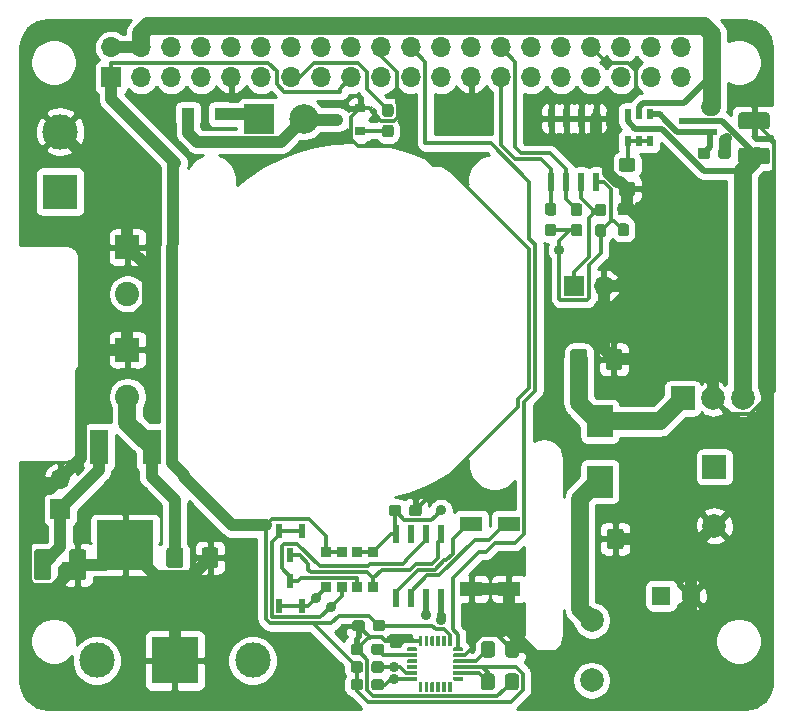
<source format=gtl>
G04 #@! TF.GenerationSoftware,KiCad,Pcbnew,(5.1.0)-1*
G04 #@! TF.CreationDate,2020-06-23T20:51:49+01:00*
G04 #@! TF.ProjectId,Universal Interface Board - Copy,556e6976-6572-4736-916c-20496e746572,-*
G04 #@! TF.SameCoordinates,Original*
G04 #@! TF.FileFunction,Copper,L1,Top*
G04 #@! TF.FilePolarity,Positive*
%FSLAX46Y46*%
G04 Gerber Fmt 4.6, Leading zero omitted, Abs format (unit mm)*
G04 Created by KiCad (PCBNEW (5.1.0)-1) date 2020-06-23 20:51:49*
%MOMM*%
%LPD*%
G04 APERTURE LIST*
%ADD10R,1.700000X1.700000*%
%ADD11O,1.700000X1.700000*%
%ADD12R,1.180000X0.610000*%
%ADD13R,0.600000X1.550000*%
%ADD14R,1.600200X2.997200*%
%ADD15R,4.826000X4.191000*%
%ADD16C,3.000000*%
%ADD17R,4.000000X4.000000*%
%ADD18C,0.150000*%
%ADD19C,0.950000*%
%ADD20R,2.000000X2.000000*%
%ADD21C,2.000000*%
%ADD22R,1.600000X1.600000*%
%ADD23C,1.600000*%
%ADD24C,1.425000*%
%ADD25R,1.100000X1.100000*%
%ADD26C,2.050000*%
%ADD27R,2.050000X2.050000*%
%ADD28R,2.200000X2.700000*%
%ADD29R,2.499360X2.499360*%
%ADD30C,2.499360*%
%ADD31R,0.600000X0.900000*%
%ADD32C,1.150000*%
%ADD33R,0.900000X0.800000*%
%ADD34R,0.600000X1.300000*%
%ADD35R,0.900000X0.900000*%
%ADD36R,1.900000X1.300000*%
%ADD37R,3.000000X3.000000*%
%ADD38C,0.300000*%
%ADD39C,0.900000*%
%ADD40C,0.300000*%
%ADD41C,0.350000*%
%ADD42C,1.000000*%
%ADD43C,1.500000*%
%ADD44C,0.500000*%
%ADD45C,0.254000*%
G04 APERTURE END LIST*
D10*
X116320000Y-70830000D03*
D11*
X116320000Y-68290000D03*
X118860000Y-70830000D03*
X118860000Y-68290000D03*
X121400000Y-70830000D03*
X121400000Y-68290000D03*
X123940000Y-70830000D03*
X123940000Y-68290000D03*
X126480000Y-70830000D03*
X126480000Y-68290000D03*
X129020000Y-70830000D03*
X129020000Y-68290000D03*
X131560000Y-70830000D03*
X131560000Y-68290000D03*
X134100000Y-70830000D03*
X134100000Y-68290000D03*
X136640000Y-70830000D03*
X136640000Y-68290000D03*
X139180000Y-70830000D03*
X139180000Y-68290000D03*
X141720000Y-70830000D03*
X141720000Y-68290000D03*
X144260000Y-70830000D03*
X144260000Y-68290000D03*
X146800000Y-70830000D03*
X146800000Y-68290000D03*
X149340000Y-70830000D03*
X149340000Y-68290000D03*
X151880000Y-70830000D03*
X151880000Y-68290000D03*
X154420000Y-70830000D03*
X154420000Y-68290000D03*
X156960000Y-70830000D03*
X156960000Y-68290000D03*
X159500000Y-70830000D03*
X159500000Y-68290000D03*
X162040000Y-70830000D03*
X162040000Y-68290000D03*
X164580000Y-70830000D03*
X164580000Y-68290000D03*
D12*
X164975000Y-74500000D03*
X167025000Y-73585000D03*
X167025000Y-75415000D03*
D13*
X140395000Y-114900000D03*
X141665000Y-114900000D03*
X142935000Y-114900000D03*
X144205000Y-114900000D03*
X144205000Y-109500000D03*
X142935000Y-109500000D03*
X141665000Y-109500000D03*
X140395000Y-109500000D03*
D14*
X119760600Y-102142400D03*
X115290200Y-102142400D03*
D15*
X117500000Y-110422800D03*
D16*
X115100000Y-120200000D03*
X128300000Y-120200000D03*
D17*
X121700000Y-120200000D03*
D18*
G36*
X166810779Y-76776144D02*
G01*
X166833834Y-76779563D01*
X166856443Y-76785227D01*
X166878387Y-76793079D01*
X166899457Y-76803044D01*
X166919448Y-76815026D01*
X166938168Y-76828910D01*
X166955438Y-76844562D01*
X166971090Y-76861832D01*
X166984974Y-76880552D01*
X166996956Y-76900543D01*
X167006921Y-76921613D01*
X167014773Y-76943557D01*
X167020437Y-76966166D01*
X167023856Y-76989221D01*
X167025000Y-77012500D01*
X167025000Y-77487500D01*
X167023856Y-77510779D01*
X167020437Y-77533834D01*
X167014773Y-77556443D01*
X167006921Y-77578387D01*
X166996956Y-77599457D01*
X166984974Y-77619448D01*
X166971090Y-77638168D01*
X166955438Y-77655438D01*
X166938168Y-77671090D01*
X166919448Y-77684974D01*
X166899457Y-77696956D01*
X166878387Y-77706921D01*
X166856443Y-77714773D01*
X166833834Y-77720437D01*
X166810779Y-77723856D01*
X166787500Y-77725000D01*
X166212500Y-77725000D01*
X166189221Y-77723856D01*
X166166166Y-77720437D01*
X166143557Y-77714773D01*
X166121613Y-77706921D01*
X166100543Y-77696956D01*
X166080552Y-77684974D01*
X166061832Y-77671090D01*
X166044562Y-77655438D01*
X166028910Y-77638168D01*
X166015026Y-77619448D01*
X166003044Y-77599457D01*
X165993079Y-77578387D01*
X165985227Y-77556443D01*
X165979563Y-77533834D01*
X165976144Y-77510779D01*
X165975000Y-77487500D01*
X165975000Y-77012500D01*
X165976144Y-76989221D01*
X165979563Y-76966166D01*
X165985227Y-76943557D01*
X165993079Y-76921613D01*
X166003044Y-76900543D01*
X166015026Y-76880552D01*
X166028910Y-76861832D01*
X166044562Y-76844562D01*
X166061832Y-76828910D01*
X166080552Y-76815026D01*
X166100543Y-76803044D01*
X166121613Y-76793079D01*
X166143557Y-76785227D01*
X166166166Y-76779563D01*
X166189221Y-76776144D01*
X166212500Y-76775000D01*
X166787500Y-76775000D01*
X166810779Y-76776144D01*
X166810779Y-76776144D01*
G37*
D19*
X166500000Y-77250000D03*
D18*
G36*
X168560779Y-76776144D02*
G01*
X168583834Y-76779563D01*
X168606443Y-76785227D01*
X168628387Y-76793079D01*
X168649457Y-76803044D01*
X168669448Y-76815026D01*
X168688168Y-76828910D01*
X168705438Y-76844562D01*
X168721090Y-76861832D01*
X168734974Y-76880552D01*
X168746956Y-76900543D01*
X168756921Y-76921613D01*
X168764773Y-76943557D01*
X168770437Y-76966166D01*
X168773856Y-76989221D01*
X168775000Y-77012500D01*
X168775000Y-77487500D01*
X168773856Y-77510779D01*
X168770437Y-77533834D01*
X168764773Y-77556443D01*
X168756921Y-77578387D01*
X168746956Y-77599457D01*
X168734974Y-77619448D01*
X168721090Y-77638168D01*
X168705438Y-77655438D01*
X168688168Y-77671090D01*
X168669448Y-77684974D01*
X168649457Y-77696956D01*
X168628387Y-77706921D01*
X168606443Y-77714773D01*
X168583834Y-77720437D01*
X168560779Y-77723856D01*
X168537500Y-77725000D01*
X167962500Y-77725000D01*
X167939221Y-77723856D01*
X167916166Y-77720437D01*
X167893557Y-77714773D01*
X167871613Y-77706921D01*
X167850543Y-77696956D01*
X167830552Y-77684974D01*
X167811832Y-77671090D01*
X167794562Y-77655438D01*
X167778910Y-77638168D01*
X167765026Y-77619448D01*
X167753044Y-77599457D01*
X167743079Y-77578387D01*
X167735227Y-77556443D01*
X167729563Y-77533834D01*
X167726144Y-77510779D01*
X167725000Y-77487500D01*
X167725000Y-77012500D01*
X167726144Y-76989221D01*
X167729563Y-76966166D01*
X167735227Y-76943557D01*
X167743079Y-76921613D01*
X167753044Y-76900543D01*
X167765026Y-76880552D01*
X167778910Y-76861832D01*
X167794562Y-76844562D01*
X167811832Y-76828910D01*
X167830552Y-76815026D01*
X167850543Y-76803044D01*
X167871613Y-76793079D01*
X167893557Y-76785227D01*
X167916166Y-76779563D01*
X167939221Y-76776144D01*
X167962500Y-76775000D01*
X168537500Y-76775000D01*
X168560779Y-76776144D01*
X168560779Y-76776144D01*
G37*
D19*
X168250000Y-77250000D03*
D20*
X164700000Y-98000000D03*
D21*
X167240000Y-98000000D03*
X169780000Y-98000000D03*
D22*
X162900000Y-114700000D03*
D23*
X165400000Y-114700000D03*
D18*
G36*
X159474504Y-109026204D02*
G01*
X159498773Y-109029804D01*
X159522571Y-109035765D01*
X159545671Y-109044030D01*
X159567849Y-109054520D01*
X159588893Y-109067133D01*
X159608598Y-109081747D01*
X159626777Y-109098223D01*
X159643253Y-109116402D01*
X159657867Y-109136107D01*
X159670480Y-109157151D01*
X159680970Y-109179329D01*
X159689235Y-109202429D01*
X159695196Y-109226227D01*
X159698796Y-109250496D01*
X159700000Y-109275000D01*
X159700000Y-110525000D01*
X159698796Y-110549504D01*
X159695196Y-110573773D01*
X159689235Y-110597571D01*
X159680970Y-110620671D01*
X159670480Y-110642849D01*
X159657867Y-110663893D01*
X159643253Y-110683598D01*
X159626777Y-110701777D01*
X159608598Y-110718253D01*
X159588893Y-110732867D01*
X159567849Y-110745480D01*
X159545671Y-110755970D01*
X159522571Y-110764235D01*
X159498773Y-110770196D01*
X159474504Y-110773796D01*
X159450000Y-110775000D01*
X158525000Y-110775000D01*
X158500496Y-110773796D01*
X158476227Y-110770196D01*
X158452429Y-110764235D01*
X158429329Y-110755970D01*
X158407151Y-110745480D01*
X158386107Y-110732867D01*
X158366402Y-110718253D01*
X158348223Y-110701777D01*
X158331747Y-110683598D01*
X158317133Y-110663893D01*
X158304520Y-110642849D01*
X158294030Y-110620671D01*
X158285765Y-110597571D01*
X158279804Y-110573773D01*
X158276204Y-110549504D01*
X158275000Y-110525000D01*
X158275000Y-109275000D01*
X158276204Y-109250496D01*
X158279804Y-109226227D01*
X158285765Y-109202429D01*
X158294030Y-109179329D01*
X158304520Y-109157151D01*
X158317133Y-109136107D01*
X158331747Y-109116402D01*
X158348223Y-109098223D01*
X158366402Y-109081747D01*
X158386107Y-109067133D01*
X158407151Y-109054520D01*
X158429329Y-109044030D01*
X158452429Y-109035765D01*
X158476227Y-109029804D01*
X158500496Y-109026204D01*
X158525000Y-109025000D01*
X159450000Y-109025000D01*
X159474504Y-109026204D01*
X159474504Y-109026204D01*
G37*
D24*
X158987500Y-109900000D03*
D18*
G36*
X156499504Y-109026204D02*
G01*
X156523773Y-109029804D01*
X156547571Y-109035765D01*
X156570671Y-109044030D01*
X156592849Y-109054520D01*
X156613893Y-109067133D01*
X156633598Y-109081747D01*
X156651777Y-109098223D01*
X156668253Y-109116402D01*
X156682867Y-109136107D01*
X156695480Y-109157151D01*
X156705970Y-109179329D01*
X156714235Y-109202429D01*
X156720196Y-109226227D01*
X156723796Y-109250496D01*
X156725000Y-109275000D01*
X156725000Y-110525000D01*
X156723796Y-110549504D01*
X156720196Y-110573773D01*
X156714235Y-110597571D01*
X156705970Y-110620671D01*
X156695480Y-110642849D01*
X156682867Y-110663893D01*
X156668253Y-110683598D01*
X156651777Y-110701777D01*
X156633598Y-110718253D01*
X156613893Y-110732867D01*
X156592849Y-110745480D01*
X156570671Y-110755970D01*
X156547571Y-110764235D01*
X156523773Y-110770196D01*
X156499504Y-110773796D01*
X156475000Y-110775000D01*
X155550000Y-110775000D01*
X155525496Y-110773796D01*
X155501227Y-110770196D01*
X155477429Y-110764235D01*
X155454329Y-110755970D01*
X155432151Y-110745480D01*
X155411107Y-110732867D01*
X155391402Y-110718253D01*
X155373223Y-110701777D01*
X155356747Y-110683598D01*
X155342133Y-110663893D01*
X155329520Y-110642849D01*
X155319030Y-110620671D01*
X155310765Y-110597571D01*
X155304804Y-110573773D01*
X155301204Y-110549504D01*
X155300000Y-110525000D01*
X155300000Y-109275000D01*
X155301204Y-109250496D01*
X155304804Y-109226227D01*
X155310765Y-109202429D01*
X155319030Y-109179329D01*
X155329520Y-109157151D01*
X155342133Y-109136107D01*
X155356747Y-109116402D01*
X155373223Y-109098223D01*
X155391402Y-109081747D01*
X155411107Y-109067133D01*
X155432151Y-109054520D01*
X155454329Y-109044030D01*
X155477429Y-109035765D01*
X155501227Y-109029804D01*
X155525496Y-109026204D01*
X155550000Y-109025000D01*
X156475000Y-109025000D01*
X156499504Y-109026204D01*
X156499504Y-109026204D01*
G37*
D24*
X156012500Y-109900000D03*
D18*
G36*
X156399504Y-93826204D02*
G01*
X156423773Y-93829804D01*
X156447571Y-93835765D01*
X156470671Y-93844030D01*
X156492849Y-93854520D01*
X156513893Y-93867133D01*
X156533598Y-93881747D01*
X156551777Y-93898223D01*
X156568253Y-93916402D01*
X156582867Y-93936107D01*
X156595480Y-93957151D01*
X156605970Y-93979329D01*
X156614235Y-94002429D01*
X156620196Y-94026227D01*
X156623796Y-94050496D01*
X156625000Y-94075000D01*
X156625000Y-95325000D01*
X156623796Y-95349504D01*
X156620196Y-95373773D01*
X156614235Y-95397571D01*
X156605970Y-95420671D01*
X156595480Y-95442849D01*
X156582867Y-95463893D01*
X156568253Y-95483598D01*
X156551777Y-95501777D01*
X156533598Y-95518253D01*
X156513893Y-95532867D01*
X156492849Y-95545480D01*
X156470671Y-95555970D01*
X156447571Y-95564235D01*
X156423773Y-95570196D01*
X156399504Y-95573796D01*
X156375000Y-95575000D01*
X155450000Y-95575000D01*
X155425496Y-95573796D01*
X155401227Y-95570196D01*
X155377429Y-95564235D01*
X155354329Y-95555970D01*
X155332151Y-95545480D01*
X155311107Y-95532867D01*
X155291402Y-95518253D01*
X155273223Y-95501777D01*
X155256747Y-95483598D01*
X155242133Y-95463893D01*
X155229520Y-95442849D01*
X155219030Y-95420671D01*
X155210765Y-95397571D01*
X155204804Y-95373773D01*
X155201204Y-95349504D01*
X155200000Y-95325000D01*
X155200000Y-94075000D01*
X155201204Y-94050496D01*
X155204804Y-94026227D01*
X155210765Y-94002429D01*
X155219030Y-93979329D01*
X155229520Y-93957151D01*
X155242133Y-93936107D01*
X155256747Y-93916402D01*
X155273223Y-93898223D01*
X155291402Y-93881747D01*
X155311107Y-93867133D01*
X155332151Y-93854520D01*
X155354329Y-93844030D01*
X155377429Y-93835765D01*
X155401227Y-93829804D01*
X155425496Y-93826204D01*
X155450000Y-93825000D01*
X156375000Y-93825000D01*
X156399504Y-93826204D01*
X156399504Y-93826204D01*
G37*
D24*
X155912500Y-94700000D03*
D18*
G36*
X159374504Y-93826204D02*
G01*
X159398773Y-93829804D01*
X159422571Y-93835765D01*
X159445671Y-93844030D01*
X159467849Y-93854520D01*
X159488893Y-93867133D01*
X159508598Y-93881747D01*
X159526777Y-93898223D01*
X159543253Y-93916402D01*
X159557867Y-93936107D01*
X159570480Y-93957151D01*
X159580970Y-93979329D01*
X159589235Y-94002429D01*
X159595196Y-94026227D01*
X159598796Y-94050496D01*
X159600000Y-94075000D01*
X159600000Y-95325000D01*
X159598796Y-95349504D01*
X159595196Y-95373773D01*
X159589235Y-95397571D01*
X159580970Y-95420671D01*
X159570480Y-95442849D01*
X159557867Y-95463893D01*
X159543253Y-95483598D01*
X159526777Y-95501777D01*
X159508598Y-95518253D01*
X159488893Y-95532867D01*
X159467849Y-95545480D01*
X159445671Y-95555970D01*
X159422571Y-95564235D01*
X159398773Y-95570196D01*
X159374504Y-95573796D01*
X159350000Y-95575000D01*
X158425000Y-95575000D01*
X158400496Y-95573796D01*
X158376227Y-95570196D01*
X158352429Y-95564235D01*
X158329329Y-95555970D01*
X158307151Y-95545480D01*
X158286107Y-95532867D01*
X158266402Y-95518253D01*
X158248223Y-95501777D01*
X158231747Y-95483598D01*
X158217133Y-95463893D01*
X158204520Y-95442849D01*
X158194030Y-95420671D01*
X158185765Y-95397571D01*
X158179804Y-95373773D01*
X158176204Y-95349504D01*
X158175000Y-95325000D01*
X158175000Y-94075000D01*
X158176204Y-94050496D01*
X158179804Y-94026227D01*
X158185765Y-94002429D01*
X158194030Y-93979329D01*
X158204520Y-93957151D01*
X158217133Y-93936107D01*
X158231747Y-93916402D01*
X158248223Y-93898223D01*
X158266402Y-93881747D01*
X158286107Y-93867133D01*
X158307151Y-93854520D01*
X158329329Y-93844030D01*
X158352429Y-93835765D01*
X158376227Y-93829804D01*
X158400496Y-93826204D01*
X158425000Y-93825000D01*
X159350000Y-93825000D01*
X159374504Y-93826204D01*
X159374504Y-93826204D01*
G37*
D24*
X158887500Y-94700000D03*
D20*
X167400000Y-103800000D03*
D21*
X167400000Y-108800000D03*
D18*
G36*
X122199504Y-110626204D02*
G01*
X122223773Y-110629804D01*
X122247571Y-110635765D01*
X122270671Y-110644030D01*
X122292849Y-110654520D01*
X122313893Y-110667133D01*
X122333598Y-110681747D01*
X122351777Y-110698223D01*
X122368253Y-110716402D01*
X122382867Y-110736107D01*
X122395480Y-110757151D01*
X122405970Y-110779329D01*
X122414235Y-110802429D01*
X122420196Y-110826227D01*
X122423796Y-110850496D01*
X122425000Y-110875000D01*
X122425000Y-112125000D01*
X122423796Y-112149504D01*
X122420196Y-112173773D01*
X122414235Y-112197571D01*
X122405970Y-112220671D01*
X122395480Y-112242849D01*
X122382867Y-112263893D01*
X122368253Y-112283598D01*
X122351777Y-112301777D01*
X122333598Y-112318253D01*
X122313893Y-112332867D01*
X122292849Y-112345480D01*
X122270671Y-112355970D01*
X122247571Y-112364235D01*
X122223773Y-112370196D01*
X122199504Y-112373796D01*
X122175000Y-112375000D01*
X121250000Y-112375000D01*
X121225496Y-112373796D01*
X121201227Y-112370196D01*
X121177429Y-112364235D01*
X121154329Y-112355970D01*
X121132151Y-112345480D01*
X121111107Y-112332867D01*
X121091402Y-112318253D01*
X121073223Y-112301777D01*
X121056747Y-112283598D01*
X121042133Y-112263893D01*
X121029520Y-112242849D01*
X121019030Y-112220671D01*
X121010765Y-112197571D01*
X121004804Y-112173773D01*
X121001204Y-112149504D01*
X121000000Y-112125000D01*
X121000000Y-110875000D01*
X121001204Y-110850496D01*
X121004804Y-110826227D01*
X121010765Y-110802429D01*
X121019030Y-110779329D01*
X121029520Y-110757151D01*
X121042133Y-110736107D01*
X121056747Y-110716402D01*
X121073223Y-110698223D01*
X121091402Y-110681747D01*
X121111107Y-110667133D01*
X121132151Y-110654520D01*
X121154329Y-110644030D01*
X121177429Y-110635765D01*
X121201227Y-110629804D01*
X121225496Y-110626204D01*
X121250000Y-110625000D01*
X122175000Y-110625000D01*
X122199504Y-110626204D01*
X122199504Y-110626204D01*
G37*
D24*
X121712500Y-111500000D03*
D18*
G36*
X125174504Y-110626204D02*
G01*
X125198773Y-110629804D01*
X125222571Y-110635765D01*
X125245671Y-110644030D01*
X125267849Y-110654520D01*
X125288893Y-110667133D01*
X125308598Y-110681747D01*
X125326777Y-110698223D01*
X125343253Y-110716402D01*
X125357867Y-110736107D01*
X125370480Y-110757151D01*
X125380970Y-110779329D01*
X125389235Y-110802429D01*
X125395196Y-110826227D01*
X125398796Y-110850496D01*
X125400000Y-110875000D01*
X125400000Y-112125000D01*
X125398796Y-112149504D01*
X125395196Y-112173773D01*
X125389235Y-112197571D01*
X125380970Y-112220671D01*
X125370480Y-112242849D01*
X125357867Y-112263893D01*
X125343253Y-112283598D01*
X125326777Y-112301777D01*
X125308598Y-112318253D01*
X125288893Y-112332867D01*
X125267849Y-112345480D01*
X125245671Y-112355970D01*
X125222571Y-112364235D01*
X125198773Y-112370196D01*
X125174504Y-112373796D01*
X125150000Y-112375000D01*
X124225000Y-112375000D01*
X124200496Y-112373796D01*
X124176227Y-112370196D01*
X124152429Y-112364235D01*
X124129329Y-112355970D01*
X124107151Y-112345480D01*
X124086107Y-112332867D01*
X124066402Y-112318253D01*
X124048223Y-112301777D01*
X124031747Y-112283598D01*
X124017133Y-112263893D01*
X124004520Y-112242849D01*
X123994030Y-112220671D01*
X123985765Y-112197571D01*
X123979804Y-112173773D01*
X123976204Y-112149504D01*
X123975000Y-112125000D01*
X123975000Y-110875000D01*
X123976204Y-110850496D01*
X123979804Y-110826227D01*
X123985765Y-110802429D01*
X123994030Y-110779329D01*
X124004520Y-110757151D01*
X124017133Y-110736107D01*
X124031747Y-110716402D01*
X124048223Y-110698223D01*
X124066402Y-110681747D01*
X124086107Y-110667133D01*
X124107151Y-110654520D01*
X124129329Y-110644030D01*
X124152429Y-110635765D01*
X124176227Y-110629804D01*
X124200496Y-110626204D01*
X124225000Y-110625000D01*
X125150000Y-110625000D01*
X125174504Y-110626204D01*
X125174504Y-110626204D01*
G37*
D24*
X124687500Y-111500000D03*
D18*
G36*
X171849504Y-76776204D02*
G01*
X171873773Y-76779804D01*
X171897571Y-76785765D01*
X171920671Y-76794030D01*
X171942849Y-76804520D01*
X171963893Y-76817133D01*
X171983598Y-76831747D01*
X172001777Y-76848223D01*
X172018253Y-76866402D01*
X172032867Y-76886107D01*
X172045480Y-76907151D01*
X172055970Y-76929329D01*
X172064235Y-76952429D01*
X172070196Y-76976227D01*
X172073796Y-77000496D01*
X172075000Y-77025000D01*
X172075000Y-77950000D01*
X172073796Y-77974504D01*
X172070196Y-77998773D01*
X172064235Y-78022571D01*
X172055970Y-78045671D01*
X172045480Y-78067849D01*
X172032867Y-78088893D01*
X172018253Y-78108598D01*
X172001777Y-78126777D01*
X171983598Y-78143253D01*
X171963893Y-78157867D01*
X171942849Y-78170480D01*
X171920671Y-78180970D01*
X171897571Y-78189235D01*
X171873773Y-78195196D01*
X171849504Y-78198796D01*
X171825000Y-78200000D01*
X169675000Y-78200000D01*
X169650496Y-78198796D01*
X169626227Y-78195196D01*
X169602429Y-78189235D01*
X169579329Y-78180970D01*
X169557151Y-78170480D01*
X169536107Y-78157867D01*
X169516402Y-78143253D01*
X169498223Y-78126777D01*
X169481747Y-78108598D01*
X169467133Y-78088893D01*
X169454520Y-78067849D01*
X169444030Y-78045671D01*
X169435765Y-78022571D01*
X169429804Y-77998773D01*
X169426204Y-77974504D01*
X169425000Y-77950000D01*
X169425000Y-77025000D01*
X169426204Y-77000496D01*
X169429804Y-76976227D01*
X169435765Y-76952429D01*
X169444030Y-76929329D01*
X169454520Y-76907151D01*
X169467133Y-76886107D01*
X169481747Y-76866402D01*
X169498223Y-76848223D01*
X169516402Y-76831747D01*
X169536107Y-76817133D01*
X169557151Y-76804520D01*
X169579329Y-76794030D01*
X169602429Y-76785765D01*
X169626227Y-76779804D01*
X169650496Y-76776204D01*
X169675000Y-76775000D01*
X171825000Y-76775000D01*
X171849504Y-76776204D01*
X171849504Y-76776204D01*
G37*
D24*
X170750000Y-77487500D03*
D18*
G36*
X171849504Y-73801204D02*
G01*
X171873773Y-73804804D01*
X171897571Y-73810765D01*
X171920671Y-73819030D01*
X171942849Y-73829520D01*
X171963893Y-73842133D01*
X171983598Y-73856747D01*
X172001777Y-73873223D01*
X172018253Y-73891402D01*
X172032867Y-73911107D01*
X172045480Y-73932151D01*
X172055970Y-73954329D01*
X172064235Y-73977429D01*
X172070196Y-74001227D01*
X172073796Y-74025496D01*
X172075000Y-74050000D01*
X172075000Y-74975000D01*
X172073796Y-74999504D01*
X172070196Y-75023773D01*
X172064235Y-75047571D01*
X172055970Y-75070671D01*
X172045480Y-75092849D01*
X172032867Y-75113893D01*
X172018253Y-75133598D01*
X172001777Y-75151777D01*
X171983598Y-75168253D01*
X171963893Y-75182867D01*
X171942849Y-75195480D01*
X171920671Y-75205970D01*
X171897571Y-75214235D01*
X171873773Y-75220196D01*
X171849504Y-75223796D01*
X171825000Y-75225000D01*
X169675000Y-75225000D01*
X169650496Y-75223796D01*
X169626227Y-75220196D01*
X169602429Y-75214235D01*
X169579329Y-75205970D01*
X169557151Y-75195480D01*
X169536107Y-75182867D01*
X169516402Y-75168253D01*
X169498223Y-75151777D01*
X169481747Y-75133598D01*
X169467133Y-75113893D01*
X169454520Y-75092849D01*
X169444030Y-75070671D01*
X169435765Y-75047571D01*
X169429804Y-75023773D01*
X169426204Y-74999504D01*
X169425000Y-74975000D01*
X169425000Y-74050000D01*
X169426204Y-74025496D01*
X169429804Y-74001227D01*
X169435765Y-73977429D01*
X169444030Y-73954329D01*
X169454520Y-73932151D01*
X169467133Y-73911107D01*
X169481747Y-73891402D01*
X169498223Y-73873223D01*
X169516402Y-73856747D01*
X169536107Y-73842133D01*
X169557151Y-73829520D01*
X169579329Y-73819030D01*
X169602429Y-73810765D01*
X169626227Y-73804804D01*
X169650496Y-73801204D01*
X169675000Y-73800000D01*
X171825000Y-73800000D01*
X171849504Y-73801204D01*
X171849504Y-73801204D01*
G37*
D24*
X170750000Y-74512500D03*
D18*
G36*
X110999504Y-110776204D02*
G01*
X111023773Y-110779804D01*
X111047571Y-110785765D01*
X111070671Y-110794030D01*
X111092849Y-110804520D01*
X111113893Y-110817133D01*
X111133598Y-110831747D01*
X111151777Y-110848223D01*
X111168253Y-110866402D01*
X111182867Y-110886107D01*
X111195480Y-110907151D01*
X111205970Y-110929329D01*
X111214235Y-110952429D01*
X111220196Y-110976227D01*
X111223796Y-111000496D01*
X111225000Y-111025000D01*
X111225000Y-113175000D01*
X111223796Y-113199504D01*
X111220196Y-113223773D01*
X111214235Y-113247571D01*
X111205970Y-113270671D01*
X111195480Y-113292849D01*
X111182867Y-113313893D01*
X111168253Y-113333598D01*
X111151777Y-113351777D01*
X111133598Y-113368253D01*
X111113893Y-113382867D01*
X111092849Y-113395480D01*
X111070671Y-113405970D01*
X111047571Y-113414235D01*
X111023773Y-113420196D01*
X110999504Y-113423796D01*
X110975000Y-113425000D01*
X110050000Y-113425000D01*
X110025496Y-113423796D01*
X110001227Y-113420196D01*
X109977429Y-113414235D01*
X109954329Y-113405970D01*
X109932151Y-113395480D01*
X109911107Y-113382867D01*
X109891402Y-113368253D01*
X109873223Y-113351777D01*
X109856747Y-113333598D01*
X109842133Y-113313893D01*
X109829520Y-113292849D01*
X109819030Y-113270671D01*
X109810765Y-113247571D01*
X109804804Y-113223773D01*
X109801204Y-113199504D01*
X109800000Y-113175000D01*
X109800000Y-111025000D01*
X109801204Y-111000496D01*
X109804804Y-110976227D01*
X109810765Y-110952429D01*
X109819030Y-110929329D01*
X109829520Y-110907151D01*
X109842133Y-110886107D01*
X109856747Y-110866402D01*
X109873223Y-110848223D01*
X109891402Y-110831747D01*
X109911107Y-110817133D01*
X109932151Y-110804520D01*
X109954329Y-110794030D01*
X109977429Y-110785765D01*
X110001227Y-110779804D01*
X110025496Y-110776204D01*
X110050000Y-110775000D01*
X110975000Y-110775000D01*
X110999504Y-110776204D01*
X110999504Y-110776204D01*
G37*
D24*
X110512500Y-112100000D03*
D18*
G36*
X113974504Y-110776204D02*
G01*
X113998773Y-110779804D01*
X114022571Y-110785765D01*
X114045671Y-110794030D01*
X114067849Y-110804520D01*
X114088893Y-110817133D01*
X114108598Y-110831747D01*
X114126777Y-110848223D01*
X114143253Y-110866402D01*
X114157867Y-110886107D01*
X114170480Y-110907151D01*
X114180970Y-110929329D01*
X114189235Y-110952429D01*
X114195196Y-110976227D01*
X114198796Y-111000496D01*
X114200000Y-111025000D01*
X114200000Y-113175000D01*
X114198796Y-113199504D01*
X114195196Y-113223773D01*
X114189235Y-113247571D01*
X114180970Y-113270671D01*
X114170480Y-113292849D01*
X114157867Y-113313893D01*
X114143253Y-113333598D01*
X114126777Y-113351777D01*
X114108598Y-113368253D01*
X114088893Y-113382867D01*
X114067849Y-113395480D01*
X114045671Y-113405970D01*
X114022571Y-113414235D01*
X113998773Y-113420196D01*
X113974504Y-113423796D01*
X113950000Y-113425000D01*
X113025000Y-113425000D01*
X113000496Y-113423796D01*
X112976227Y-113420196D01*
X112952429Y-113414235D01*
X112929329Y-113405970D01*
X112907151Y-113395480D01*
X112886107Y-113382867D01*
X112866402Y-113368253D01*
X112848223Y-113351777D01*
X112831747Y-113333598D01*
X112817133Y-113313893D01*
X112804520Y-113292849D01*
X112794030Y-113270671D01*
X112785765Y-113247571D01*
X112779804Y-113223773D01*
X112776204Y-113199504D01*
X112775000Y-113175000D01*
X112775000Y-111025000D01*
X112776204Y-111000496D01*
X112779804Y-110976227D01*
X112785765Y-110952429D01*
X112794030Y-110929329D01*
X112804520Y-110907151D01*
X112817133Y-110886107D01*
X112831747Y-110866402D01*
X112848223Y-110848223D01*
X112866402Y-110831747D01*
X112886107Y-110817133D01*
X112907151Y-110804520D01*
X112929329Y-110794030D01*
X112952429Y-110785765D01*
X112976227Y-110779804D01*
X113000496Y-110776204D01*
X113025000Y-110775000D01*
X113950000Y-110775000D01*
X113974504Y-110776204D01*
X113974504Y-110776204D01*
G37*
D24*
X113487500Y-112100000D03*
D25*
X125625000Y-73950000D03*
X122825000Y-73950000D03*
D26*
X117700000Y-97860000D03*
D27*
X117700000Y-93900000D03*
D26*
X117700000Y-89160000D03*
D27*
X117700000Y-85200000D03*
D11*
X112000000Y-104860000D03*
D10*
X112000000Y-107400000D03*
D28*
X157700000Y-105050000D03*
X157700000Y-99950000D03*
D29*
X128800000Y-74350000D03*
D30*
X132610000Y-74350000D03*
D31*
X160050000Y-73950000D03*
X161000000Y-73950000D03*
X161950000Y-73950000D03*
X161950000Y-76250000D03*
X161000000Y-76250000D03*
X160050000Y-76250000D03*
D18*
G36*
X140010779Y-74851144D02*
G01*
X140033834Y-74854563D01*
X140056443Y-74860227D01*
X140078387Y-74868079D01*
X140099457Y-74878044D01*
X140119448Y-74890026D01*
X140138168Y-74903910D01*
X140155438Y-74919562D01*
X140171090Y-74936832D01*
X140184974Y-74955552D01*
X140196956Y-74975543D01*
X140206921Y-74996613D01*
X140214773Y-75018557D01*
X140220437Y-75041166D01*
X140223856Y-75064221D01*
X140225000Y-75087500D01*
X140225000Y-75662500D01*
X140223856Y-75685779D01*
X140220437Y-75708834D01*
X140214773Y-75731443D01*
X140206921Y-75753387D01*
X140196956Y-75774457D01*
X140184974Y-75794448D01*
X140171090Y-75813168D01*
X140155438Y-75830438D01*
X140138168Y-75846090D01*
X140119448Y-75859974D01*
X140099457Y-75871956D01*
X140078387Y-75881921D01*
X140056443Y-75889773D01*
X140033834Y-75895437D01*
X140010779Y-75898856D01*
X139987500Y-75900000D01*
X139512500Y-75900000D01*
X139489221Y-75898856D01*
X139466166Y-75895437D01*
X139443557Y-75889773D01*
X139421613Y-75881921D01*
X139400543Y-75871956D01*
X139380552Y-75859974D01*
X139361832Y-75846090D01*
X139344562Y-75830438D01*
X139328910Y-75813168D01*
X139315026Y-75794448D01*
X139303044Y-75774457D01*
X139293079Y-75753387D01*
X139285227Y-75731443D01*
X139279563Y-75708834D01*
X139276144Y-75685779D01*
X139275000Y-75662500D01*
X139275000Y-75087500D01*
X139276144Y-75064221D01*
X139279563Y-75041166D01*
X139285227Y-75018557D01*
X139293079Y-74996613D01*
X139303044Y-74975543D01*
X139315026Y-74955552D01*
X139328910Y-74936832D01*
X139344562Y-74919562D01*
X139361832Y-74903910D01*
X139380552Y-74890026D01*
X139400543Y-74878044D01*
X139421613Y-74868079D01*
X139443557Y-74860227D01*
X139466166Y-74854563D01*
X139489221Y-74851144D01*
X139512500Y-74850000D01*
X139987500Y-74850000D01*
X140010779Y-74851144D01*
X140010779Y-74851144D01*
G37*
D19*
X139750000Y-75375000D03*
D18*
G36*
X140010779Y-73101144D02*
G01*
X140033834Y-73104563D01*
X140056443Y-73110227D01*
X140078387Y-73118079D01*
X140099457Y-73128044D01*
X140119448Y-73140026D01*
X140138168Y-73153910D01*
X140155438Y-73169562D01*
X140171090Y-73186832D01*
X140184974Y-73205552D01*
X140196956Y-73225543D01*
X140206921Y-73246613D01*
X140214773Y-73268557D01*
X140220437Y-73291166D01*
X140223856Y-73314221D01*
X140225000Y-73337500D01*
X140225000Y-73912500D01*
X140223856Y-73935779D01*
X140220437Y-73958834D01*
X140214773Y-73981443D01*
X140206921Y-74003387D01*
X140196956Y-74024457D01*
X140184974Y-74044448D01*
X140171090Y-74063168D01*
X140155438Y-74080438D01*
X140138168Y-74096090D01*
X140119448Y-74109974D01*
X140099457Y-74121956D01*
X140078387Y-74131921D01*
X140056443Y-74139773D01*
X140033834Y-74145437D01*
X140010779Y-74148856D01*
X139987500Y-74150000D01*
X139512500Y-74150000D01*
X139489221Y-74148856D01*
X139466166Y-74145437D01*
X139443557Y-74139773D01*
X139421613Y-74131921D01*
X139400543Y-74121956D01*
X139380552Y-74109974D01*
X139361832Y-74096090D01*
X139344562Y-74080438D01*
X139328910Y-74063168D01*
X139315026Y-74044448D01*
X139303044Y-74024457D01*
X139293079Y-74003387D01*
X139285227Y-73981443D01*
X139279563Y-73958834D01*
X139276144Y-73935779D01*
X139275000Y-73912500D01*
X139275000Y-73337500D01*
X139276144Y-73314221D01*
X139279563Y-73291166D01*
X139285227Y-73268557D01*
X139293079Y-73246613D01*
X139303044Y-73225543D01*
X139315026Y-73205552D01*
X139328910Y-73186832D01*
X139344562Y-73169562D01*
X139361832Y-73153910D01*
X139380552Y-73140026D01*
X139400543Y-73128044D01*
X139421613Y-73118079D01*
X139443557Y-73110227D01*
X139466166Y-73104563D01*
X139489221Y-73101144D01*
X139512500Y-73100000D01*
X139987500Y-73100000D01*
X140010779Y-73101144D01*
X140010779Y-73101144D01*
G37*
D19*
X139750000Y-73625000D03*
D18*
G36*
X153785779Y-83226144D02*
G01*
X153808834Y-83229563D01*
X153831443Y-83235227D01*
X153853387Y-83243079D01*
X153874457Y-83253044D01*
X153894448Y-83265026D01*
X153913168Y-83278910D01*
X153930438Y-83294562D01*
X153946090Y-83311832D01*
X153959974Y-83330552D01*
X153971956Y-83350543D01*
X153981921Y-83371613D01*
X153989773Y-83393557D01*
X153995437Y-83416166D01*
X153998856Y-83439221D01*
X154000000Y-83462500D01*
X154000000Y-84037500D01*
X153998856Y-84060779D01*
X153995437Y-84083834D01*
X153989773Y-84106443D01*
X153981921Y-84128387D01*
X153971956Y-84149457D01*
X153959974Y-84169448D01*
X153946090Y-84188168D01*
X153930438Y-84205438D01*
X153913168Y-84221090D01*
X153894448Y-84234974D01*
X153874457Y-84246956D01*
X153853387Y-84256921D01*
X153831443Y-84264773D01*
X153808834Y-84270437D01*
X153785779Y-84273856D01*
X153762500Y-84275000D01*
X153287500Y-84275000D01*
X153264221Y-84273856D01*
X153241166Y-84270437D01*
X153218557Y-84264773D01*
X153196613Y-84256921D01*
X153175543Y-84246956D01*
X153155552Y-84234974D01*
X153136832Y-84221090D01*
X153119562Y-84205438D01*
X153103910Y-84188168D01*
X153090026Y-84169448D01*
X153078044Y-84149457D01*
X153068079Y-84128387D01*
X153060227Y-84106443D01*
X153054563Y-84083834D01*
X153051144Y-84060779D01*
X153050000Y-84037500D01*
X153050000Y-83462500D01*
X153051144Y-83439221D01*
X153054563Y-83416166D01*
X153060227Y-83393557D01*
X153068079Y-83371613D01*
X153078044Y-83350543D01*
X153090026Y-83330552D01*
X153103910Y-83311832D01*
X153119562Y-83294562D01*
X153136832Y-83278910D01*
X153155552Y-83265026D01*
X153175543Y-83253044D01*
X153196613Y-83243079D01*
X153218557Y-83235227D01*
X153241166Y-83229563D01*
X153264221Y-83226144D01*
X153287500Y-83225000D01*
X153762500Y-83225000D01*
X153785779Y-83226144D01*
X153785779Y-83226144D01*
G37*
D19*
X153525000Y-83750000D03*
D18*
G36*
X153785779Y-81476144D02*
G01*
X153808834Y-81479563D01*
X153831443Y-81485227D01*
X153853387Y-81493079D01*
X153874457Y-81503044D01*
X153894448Y-81515026D01*
X153913168Y-81528910D01*
X153930438Y-81544562D01*
X153946090Y-81561832D01*
X153959974Y-81580552D01*
X153971956Y-81600543D01*
X153981921Y-81621613D01*
X153989773Y-81643557D01*
X153995437Y-81666166D01*
X153998856Y-81689221D01*
X154000000Y-81712500D01*
X154000000Y-82287500D01*
X153998856Y-82310779D01*
X153995437Y-82333834D01*
X153989773Y-82356443D01*
X153981921Y-82378387D01*
X153971956Y-82399457D01*
X153959974Y-82419448D01*
X153946090Y-82438168D01*
X153930438Y-82455438D01*
X153913168Y-82471090D01*
X153894448Y-82484974D01*
X153874457Y-82496956D01*
X153853387Y-82506921D01*
X153831443Y-82514773D01*
X153808834Y-82520437D01*
X153785779Y-82523856D01*
X153762500Y-82525000D01*
X153287500Y-82525000D01*
X153264221Y-82523856D01*
X153241166Y-82520437D01*
X153218557Y-82514773D01*
X153196613Y-82506921D01*
X153175543Y-82496956D01*
X153155552Y-82484974D01*
X153136832Y-82471090D01*
X153119562Y-82455438D01*
X153103910Y-82438168D01*
X153090026Y-82419448D01*
X153078044Y-82399457D01*
X153068079Y-82378387D01*
X153060227Y-82356443D01*
X153054563Y-82333834D01*
X153051144Y-82310779D01*
X153050000Y-82287500D01*
X153050000Y-81712500D01*
X153051144Y-81689221D01*
X153054563Y-81666166D01*
X153060227Y-81643557D01*
X153068079Y-81621613D01*
X153078044Y-81600543D01*
X153090026Y-81580552D01*
X153103910Y-81561832D01*
X153119562Y-81544562D01*
X153136832Y-81528910D01*
X153155552Y-81515026D01*
X153175543Y-81503044D01*
X153196613Y-81493079D01*
X153218557Y-81485227D01*
X153241166Y-81479563D01*
X153264221Y-81476144D01*
X153287500Y-81475000D01*
X153762500Y-81475000D01*
X153785779Y-81476144D01*
X153785779Y-81476144D01*
G37*
D19*
X153525000Y-82000000D03*
D18*
G36*
X155985779Y-81501144D02*
G01*
X156008834Y-81504563D01*
X156031443Y-81510227D01*
X156053387Y-81518079D01*
X156074457Y-81528044D01*
X156094448Y-81540026D01*
X156113168Y-81553910D01*
X156130438Y-81569562D01*
X156146090Y-81586832D01*
X156159974Y-81605552D01*
X156171956Y-81625543D01*
X156181921Y-81646613D01*
X156189773Y-81668557D01*
X156195437Y-81691166D01*
X156198856Y-81714221D01*
X156200000Y-81737500D01*
X156200000Y-82312500D01*
X156198856Y-82335779D01*
X156195437Y-82358834D01*
X156189773Y-82381443D01*
X156181921Y-82403387D01*
X156171956Y-82424457D01*
X156159974Y-82444448D01*
X156146090Y-82463168D01*
X156130438Y-82480438D01*
X156113168Y-82496090D01*
X156094448Y-82509974D01*
X156074457Y-82521956D01*
X156053387Y-82531921D01*
X156031443Y-82539773D01*
X156008834Y-82545437D01*
X155985779Y-82548856D01*
X155962500Y-82550000D01*
X155487500Y-82550000D01*
X155464221Y-82548856D01*
X155441166Y-82545437D01*
X155418557Y-82539773D01*
X155396613Y-82531921D01*
X155375543Y-82521956D01*
X155355552Y-82509974D01*
X155336832Y-82496090D01*
X155319562Y-82480438D01*
X155303910Y-82463168D01*
X155290026Y-82444448D01*
X155278044Y-82424457D01*
X155268079Y-82403387D01*
X155260227Y-82381443D01*
X155254563Y-82358834D01*
X155251144Y-82335779D01*
X155250000Y-82312500D01*
X155250000Y-81737500D01*
X155251144Y-81714221D01*
X155254563Y-81691166D01*
X155260227Y-81668557D01*
X155268079Y-81646613D01*
X155278044Y-81625543D01*
X155290026Y-81605552D01*
X155303910Y-81586832D01*
X155319562Y-81569562D01*
X155336832Y-81553910D01*
X155355552Y-81540026D01*
X155375543Y-81528044D01*
X155396613Y-81518079D01*
X155418557Y-81510227D01*
X155441166Y-81504563D01*
X155464221Y-81501144D01*
X155487500Y-81500000D01*
X155962500Y-81500000D01*
X155985779Y-81501144D01*
X155985779Y-81501144D01*
G37*
D19*
X155725000Y-82025000D03*
D18*
G36*
X155985779Y-83251144D02*
G01*
X156008834Y-83254563D01*
X156031443Y-83260227D01*
X156053387Y-83268079D01*
X156074457Y-83278044D01*
X156094448Y-83290026D01*
X156113168Y-83303910D01*
X156130438Y-83319562D01*
X156146090Y-83336832D01*
X156159974Y-83355552D01*
X156171956Y-83375543D01*
X156181921Y-83396613D01*
X156189773Y-83418557D01*
X156195437Y-83441166D01*
X156198856Y-83464221D01*
X156200000Y-83487500D01*
X156200000Y-84062500D01*
X156198856Y-84085779D01*
X156195437Y-84108834D01*
X156189773Y-84131443D01*
X156181921Y-84153387D01*
X156171956Y-84174457D01*
X156159974Y-84194448D01*
X156146090Y-84213168D01*
X156130438Y-84230438D01*
X156113168Y-84246090D01*
X156094448Y-84259974D01*
X156074457Y-84271956D01*
X156053387Y-84281921D01*
X156031443Y-84289773D01*
X156008834Y-84295437D01*
X155985779Y-84298856D01*
X155962500Y-84300000D01*
X155487500Y-84300000D01*
X155464221Y-84298856D01*
X155441166Y-84295437D01*
X155418557Y-84289773D01*
X155396613Y-84281921D01*
X155375543Y-84271956D01*
X155355552Y-84259974D01*
X155336832Y-84246090D01*
X155319562Y-84230438D01*
X155303910Y-84213168D01*
X155290026Y-84194448D01*
X155278044Y-84174457D01*
X155268079Y-84153387D01*
X155260227Y-84131443D01*
X155254563Y-84108834D01*
X155251144Y-84085779D01*
X155250000Y-84062500D01*
X155250000Y-83487500D01*
X155251144Y-83464221D01*
X155254563Y-83441166D01*
X155260227Y-83418557D01*
X155268079Y-83396613D01*
X155278044Y-83375543D01*
X155290026Y-83355552D01*
X155303910Y-83336832D01*
X155319562Y-83319562D01*
X155336832Y-83303910D01*
X155355552Y-83290026D01*
X155375543Y-83278044D01*
X155396613Y-83268079D01*
X155418557Y-83260227D01*
X155441166Y-83254563D01*
X155464221Y-83251144D01*
X155487500Y-83250000D01*
X155962500Y-83250000D01*
X155985779Y-83251144D01*
X155985779Y-83251144D01*
G37*
D19*
X155725000Y-83775000D03*
D18*
G36*
X158035779Y-83276144D02*
G01*
X158058834Y-83279563D01*
X158081443Y-83285227D01*
X158103387Y-83293079D01*
X158124457Y-83303044D01*
X158144448Y-83315026D01*
X158163168Y-83328910D01*
X158180438Y-83344562D01*
X158196090Y-83361832D01*
X158209974Y-83380552D01*
X158221956Y-83400543D01*
X158231921Y-83421613D01*
X158239773Y-83443557D01*
X158245437Y-83466166D01*
X158248856Y-83489221D01*
X158250000Y-83512500D01*
X158250000Y-84087500D01*
X158248856Y-84110779D01*
X158245437Y-84133834D01*
X158239773Y-84156443D01*
X158231921Y-84178387D01*
X158221956Y-84199457D01*
X158209974Y-84219448D01*
X158196090Y-84238168D01*
X158180438Y-84255438D01*
X158163168Y-84271090D01*
X158144448Y-84284974D01*
X158124457Y-84296956D01*
X158103387Y-84306921D01*
X158081443Y-84314773D01*
X158058834Y-84320437D01*
X158035779Y-84323856D01*
X158012500Y-84325000D01*
X157537500Y-84325000D01*
X157514221Y-84323856D01*
X157491166Y-84320437D01*
X157468557Y-84314773D01*
X157446613Y-84306921D01*
X157425543Y-84296956D01*
X157405552Y-84284974D01*
X157386832Y-84271090D01*
X157369562Y-84255438D01*
X157353910Y-84238168D01*
X157340026Y-84219448D01*
X157328044Y-84199457D01*
X157318079Y-84178387D01*
X157310227Y-84156443D01*
X157304563Y-84133834D01*
X157301144Y-84110779D01*
X157300000Y-84087500D01*
X157300000Y-83512500D01*
X157301144Y-83489221D01*
X157304563Y-83466166D01*
X157310227Y-83443557D01*
X157318079Y-83421613D01*
X157328044Y-83400543D01*
X157340026Y-83380552D01*
X157353910Y-83361832D01*
X157369562Y-83344562D01*
X157386832Y-83328910D01*
X157405552Y-83315026D01*
X157425543Y-83303044D01*
X157446613Y-83293079D01*
X157468557Y-83285227D01*
X157491166Y-83279563D01*
X157514221Y-83276144D01*
X157537500Y-83275000D01*
X158012500Y-83275000D01*
X158035779Y-83276144D01*
X158035779Y-83276144D01*
G37*
D19*
X157775000Y-83800000D03*
D18*
G36*
X158035779Y-81526144D02*
G01*
X158058834Y-81529563D01*
X158081443Y-81535227D01*
X158103387Y-81543079D01*
X158124457Y-81553044D01*
X158144448Y-81565026D01*
X158163168Y-81578910D01*
X158180438Y-81594562D01*
X158196090Y-81611832D01*
X158209974Y-81630552D01*
X158221956Y-81650543D01*
X158231921Y-81671613D01*
X158239773Y-81693557D01*
X158245437Y-81716166D01*
X158248856Y-81739221D01*
X158250000Y-81762500D01*
X158250000Y-82337500D01*
X158248856Y-82360779D01*
X158245437Y-82383834D01*
X158239773Y-82406443D01*
X158231921Y-82428387D01*
X158221956Y-82449457D01*
X158209974Y-82469448D01*
X158196090Y-82488168D01*
X158180438Y-82505438D01*
X158163168Y-82521090D01*
X158144448Y-82534974D01*
X158124457Y-82546956D01*
X158103387Y-82556921D01*
X158081443Y-82564773D01*
X158058834Y-82570437D01*
X158035779Y-82573856D01*
X158012500Y-82575000D01*
X157537500Y-82575000D01*
X157514221Y-82573856D01*
X157491166Y-82570437D01*
X157468557Y-82564773D01*
X157446613Y-82556921D01*
X157425543Y-82546956D01*
X157405552Y-82534974D01*
X157386832Y-82521090D01*
X157369562Y-82505438D01*
X157353910Y-82488168D01*
X157340026Y-82469448D01*
X157328044Y-82449457D01*
X157318079Y-82428387D01*
X157310227Y-82406443D01*
X157304563Y-82383834D01*
X157301144Y-82360779D01*
X157300000Y-82337500D01*
X157300000Y-81762500D01*
X157301144Y-81739221D01*
X157304563Y-81716166D01*
X157310227Y-81693557D01*
X157318079Y-81671613D01*
X157328044Y-81650543D01*
X157340026Y-81630552D01*
X157353910Y-81611832D01*
X157369562Y-81594562D01*
X157386832Y-81578910D01*
X157405552Y-81565026D01*
X157425543Y-81553044D01*
X157446613Y-81543079D01*
X157468557Y-81535227D01*
X157491166Y-81529563D01*
X157514221Y-81526144D01*
X157537500Y-81525000D01*
X158012500Y-81525000D01*
X158035779Y-81526144D01*
X158035779Y-81526144D01*
G37*
D19*
X157775000Y-82050000D03*
D18*
G36*
X160474505Y-79701204D02*
G01*
X160498773Y-79704804D01*
X160522572Y-79710765D01*
X160545671Y-79719030D01*
X160567850Y-79729520D01*
X160588893Y-79742132D01*
X160608599Y-79756747D01*
X160626777Y-79773223D01*
X160643253Y-79791401D01*
X160657868Y-79811107D01*
X160670480Y-79832150D01*
X160680970Y-79854329D01*
X160689235Y-79877428D01*
X160695196Y-79901227D01*
X160698796Y-79925495D01*
X160700000Y-79949999D01*
X160700000Y-80600001D01*
X160698796Y-80624505D01*
X160695196Y-80648773D01*
X160689235Y-80672572D01*
X160680970Y-80695671D01*
X160670480Y-80717850D01*
X160657868Y-80738893D01*
X160643253Y-80758599D01*
X160626777Y-80776777D01*
X160608599Y-80793253D01*
X160588893Y-80807868D01*
X160567850Y-80820480D01*
X160545671Y-80830970D01*
X160522572Y-80839235D01*
X160498773Y-80845196D01*
X160474505Y-80848796D01*
X160450001Y-80850000D01*
X159549999Y-80850000D01*
X159525495Y-80848796D01*
X159501227Y-80845196D01*
X159477428Y-80839235D01*
X159454329Y-80830970D01*
X159432150Y-80820480D01*
X159411107Y-80807868D01*
X159391401Y-80793253D01*
X159373223Y-80776777D01*
X159356747Y-80758599D01*
X159342132Y-80738893D01*
X159329520Y-80717850D01*
X159319030Y-80695671D01*
X159310765Y-80672572D01*
X159304804Y-80648773D01*
X159301204Y-80624505D01*
X159300000Y-80600001D01*
X159300000Y-79949999D01*
X159301204Y-79925495D01*
X159304804Y-79901227D01*
X159310765Y-79877428D01*
X159319030Y-79854329D01*
X159329520Y-79832150D01*
X159342132Y-79811107D01*
X159356747Y-79791401D01*
X159373223Y-79773223D01*
X159391401Y-79756747D01*
X159411107Y-79742132D01*
X159432150Y-79729520D01*
X159454329Y-79719030D01*
X159477428Y-79710765D01*
X159501227Y-79704804D01*
X159525495Y-79701204D01*
X159549999Y-79700000D01*
X160450001Y-79700000D01*
X160474505Y-79701204D01*
X160474505Y-79701204D01*
G37*
D32*
X160000000Y-80275000D03*
D18*
G36*
X160474505Y-77651204D02*
G01*
X160498773Y-77654804D01*
X160522572Y-77660765D01*
X160545671Y-77669030D01*
X160567850Y-77679520D01*
X160588893Y-77692132D01*
X160608599Y-77706747D01*
X160626777Y-77723223D01*
X160643253Y-77741401D01*
X160657868Y-77761107D01*
X160670480Y-77782150D01*
X160680970Y-77804329D01*
X160689235Y-77827428D01*
X160695196Y-77851227D01*
X160698796Y-77875495D01*
X160700000Y-77899999D01*
X160700000Y-78550001D01*
X160698796Y-78574505D01*
X160695196Y-78598773D01*
X160689235Y-78622572D01*
X160680970Y-78645671D01*
X160670480Y-78667850D01*
X160657868Y-78688893D01*
X160643253Y-78708599D01*
X160626777Y-78726777D01*
X160608599Y-78743253D01*
X160588893Y-78757868D01*
X160567850Y-78770480D01*
X160545671Y-78780970D01*
X160522572Y-78789235D01*
X160498773Y-78795196D01*
X160474505Y-78798796D01*
X160450001Y-78800000D01*
X159549999Y-78800000D01*
X159525495Y-78798796D01*
X159501227Y-78795196D01*
X159477428Y-78789235D01*
X159454329Y-78780970D01*
X159432150Y-78770480D01*
X159411107Y-78757868D01*
X159391401Y-78743253D01*
X159373223Y-78726777D01*
X159356747Y-78708599D01*
X159342132Y-78688893D01*
X159329520Y-78667850D01*
X159319030Y-78645671D01*
X159310765Y-78622572D01*
X159304804Y-78598773D01*
X159301204Y-78574505D01*
X159300000Y-78550001D01*
X159300000Y-77899999D01*
X159301204Y-77875495D01*
X159304804Y-77851227D01*
X159310765Y-77827428D01*
X159319030Y-77804329D01*
X159329520Y-77782150D01*
X159342132Y-77761107D01*
X159356747Y-77741401D01*
X159373223Y-77723223D01*
X159391401Y-77706747D01*
X159411107Y-77692132D01*
X159432150Y-77679520D01*
X159454329Y-77669030D01*
X159477428Y-77660765D01*
X159501227Y-77654804D01*
X159525495Y-77651204D01*
X159549999Y-77650000D01*
X160450001Y-77650000D01*
X160474505Y-77651204D01*
X160474505Y-77651204D01*
G37*
D32*
X160000000Y-78225000D03*
D33*
X137400000Y-75350000D03*
X137400000Y-73450000D03*
X135400000Y-74400000D03*
D18*
G36*
X159935779Y-81451144D02*
G01*
X159958834Y-81454563D01*
X159981443Y-81460227D01*
X160003387Y-81468079D01*
X160024457Y-81478044D01*
X160044448Y-81490026D01*
X160063168Y-81503910D01*
X160080438Y-81519562D01*
X160096090Y-81536832D01*
X160109974Y-81555552D01*
X160121956Y-81575543D01*
X160131921Y-81596613D01*
X160139773Y-81618557D01*
X160145437Y-81641166D01*
X160148856Y-81664221D01*
X160150000Y-81687500D01*
X160150000Y-82262500D01*
X160148856Y-82285779D01*
X160145437Y-82308834D01*
X160139773Y-82331443D01*
X160131921Y-82353387D01*
X160121956Y-82374457D01*
X160109974Y-82394448D01*
X160096090Y-82413168D01*
X160080438Y-82430438D01*
X160063168Y-82446090D01*
X160044448Y-82459974D01*
X160024457Y-82471956D01*
X160003387Y-82481921D01*
X159981443Y-82489773D01*
X159958834Y-82495437D01*
X159935779Y-82498856D01*
X159912500Y-82500000D01*
X159437500Y-82500000D01*
X159414221Y-82498856D01*
X159391166Y-82495437D01*
X159368557Y-82489773D01*
X159346613Y-82481921D01*
X159325543Y-82471956D01*
X159305552Y-82459974D01*
X159286832Y-82446090D01*
X159269562Y-82430438D01*
X159253910Y-82413168D01*
X159240026Y-82394448D01*
X159228044Y-82374457D01*
X159218079Y-82353387D01*
X159210227Y-82331443D01*
X159204563Y-82308834D01*
X159201144Y-82285779D01*
X159200000Y-82262500D01*
X159200000Y-81687500D01*
X159201144Y-81664221D01*
X159204563Y-81641166D01*
X159210227Y-81618557D01*
X159218079Y-81596613D01*
X159228044Y-81575543D01*
X159240026Y-81555552D01*
X159253910Y-81536832D01*
X159269562Y-81519562D01*
X159286832Y-81503910D01*
X159305552Y-81490026D01*
X159325543Y-81478044D01*
X159346613Y-81468079D01*
X159368557Y-81460227D01*
X159391166Y-81454563D01*
X159414221Y-81451144D01*
X159437500Y-81450000D01*
X159912500Y-81450000D01*
X159935779Y-81451144D01*
X159935779Y-81451144D01*
G37*
D19*
X159675000Y-81975000D03*
D18*
G36*
X159935779Y-83201144D02*
G01*
X159958834Y-83204563D01*
X159981443Y-83210227D01*
X160003387Y-83218079D01*
X160024457Y-83228044D01*
X160044448Y-83240026D01*
X160063168Y-83253910D01*
X160080438Y-83269562D01*
X160096090Y-83286832D01*
X160109974Y-83305552D01*
X160121956Y-83325543D01*
X160131921Y-83346613D01*
X160139773Y-83368557D01*
X160145437Y-83391166D01*
X160148856Y-83414221D01*
X160150000Y-83437500D01*
X160150000Y-84012500D01*
X160148856Y-84035779D01*
X160145437Y-84058834D01*
X160139773Y-84081443D01*
X160131921Y-84103387D01*
X160121956Y-84124457D01*
X160109974Y-84144448D01*
X160096090Y-84163168D01*
X160080438Y-84180438D01*
X160063168Y-84196090D01*
X160044448Y-84209974D01*
X160024457Y-84221956D01*
X160003387Y-84231921D01*
X159981443Y-84239773D01*
X159958834Y-84245437D01*
X159935779Y-84248856D01*
X159912500Y-84250000D01*
X159437500Y-84250000D01*
X159414221Y-84248856D01*
X159391166Y-84245437D01*
X159368557Y-84239773D01*
X159346613Y-84231921D01*
X159325543Y-84221956D01*
X159305552Y-84209974D01*
X159286832Y-84196090D01*
X159269562Y-84180438D01*
X159253910Y-84163168D01*
X159240026Y-84144448D01*
X159228044Y-84124457D01*
X159218079Y-84103387D01*
X159210227Y-84081443D01*
X159204563Y-84058834D01*
X159201144Y-84035779D01*
X159200000Y-84012500D01*
X159200000Y-83437500D01*
X159201144Y-83414221D01*
X159204563Y-83391166D01*
X159210227Y-83368557D01*
X159218079Y-83346613D01*
X159228044Y-83325543D01*
X159240026Y-83305552D01*
X159253910Y-83286832D01*
X159269562Y-83269562D01*
X159286832Y-83253910D01*
X159305552Y-83240026D01*
X159325543Y-83228044D01*
X159346613Y-83218079D01*
X159368557Y-83210227D01*
X159391166Y-83204563D01*
X159414221Y-83201144D01*
X159437500Y-83200000D01*
X159912500Y-83200000D01*
X159935779Y-83201144D01*
X159935779Y-83201144D01*
G37*
D19*
X159675000Y-83725000D03*
D13*
X157405000Y-74300000D03*
X156135000Y-74300000D03*
X154865000Y-74300000D03*
X153595000Y-74300000D03*
X153595000Y-79700000D03*
X154865000Y-79700000D03*
X156135000Y-79700000D03*
X157405000Y-79700000D03*
D10*
X155475000Y-88475000D03*
D11*
X158015000Y-88475000D03*
D18*
G36*
X140635779Y-107026144D02*
G01*
X140658834Y-107029563D01*
X140681443Y-107035227D01*
X140703387Y-107043079D01*
X140724457Y-107053044D01*
X140744448Y-107065026D01*
X140763168Y-107078910D01*
X140780438Y-107094562D01*
X140796090Y-107111832D01*
X140809974Y-107130552D01*
X140821956Y-107150543D01*
X140831921Y-107171613D01*
X140839773Y-107193557D01*
X140845437Y-107216166D01*
X140848856Y-107239221D01*
X140850000Y-107262500D01*
X140850000Y-107737500D01*
X140848856Y-107760779D01*
X140845437Y-107783834D01*
X140839773Y-107806443D01*
X140831921Y-107828387D01*
X140821956Y-107849457D01*
X140809974Y-107869448D01*
X140796090Y-107888168D01*
X140780438Y-107905438D01*
X140763168Y-107921090D01*
X140744448Y-107934974D01*
X140724457Y-107946956D01*
X140703387Y-107956921D01*
X140681443Y-107964773D01*
X140658834Y-107970437D01*
X140635779Y-107973856D01*
X140612500Y-107975000D01*
X140037500Y-107975000D01*
X140014221Y-107973856D01*
X139991166Y-107970437D01*
X139968557Y-107964773D01*
X139946613Y-107956921D01*
X139925543Y-107946956D01*
X139905552Y-107934974D01*
X139886832Y-107921090D01*
X139869562Y-107905438D01*
X139853910Y-107888168D01*
X139840026Y-107869448D01*
X139828044Y-107849457D01*
X139818079Y-107828387D01*
X139810227Y-107806443D01*
X139804563Y-107783834D01*
X139801144Y-107760779D01*
X139800000Y-107737500D01*
X139800000Y-107262500D01*
X139801144Y-107239221D01*
X139804563Y-107216166D01*
X139810227Y-107193557D01*
X139818079Y-107171613D01*
X139828044Y-107150543D01*
X139840026Y-107130552D01*
X139853910Y-107111832D01*
X139869562Y-107094562D01*
X139886832Y-107078910D01*
X139905552Y-107065026D01*
X139925543Y-107053044D01*
X139946613Y-107043079D01*
X139968557Y-107035227D01*
X139991166Y-107029563D01*
X140014221Y-107026144D01*
X140037500Y-107025000D01*
X140612500Y-107025000D01*
X140635779Y-107026144D01*
X140635779Y-107026144D01*
G37*
D19*
X140325000Y-107500000D03*
D18*
G36*
X142385779Y-107026144D02*
G01*
X142408834Y-107029563D01*
X142431443Y-107035227D01*
X142453387Y-107043079D01*
X142474457Y-107053044D01*
X142494448Y-107065026D01*
X142513168Y-107078910D01*
X142530438Y-107094562D01*
X142546090Y-107111832D01*
X142559974Y-107130552D01*
X142571956Y-107150543D01*
X142581921Y-107171613D01*
X142589773Y-107193557D01*
X142595437Y-107216166D01*
X142598856Y-107239221D01*
X142600000Y-107262500D01*
X142600000Y-107737500D01*
X142598856Y-107760779D01*
X142595437Y-107783834D01*
X142589773Y-107806443D01*
X142581921Y-107828387D01*
X142571956Y-107849457D01*
X142559974Y-107869448D01*
X142546090Y-107888168D01*
X142530438Y-107905438D01*
X142513168Y-107921090D01*
X142494448Y-107934974D01*
X142474457Y-107946956D01*
X142453387Y-107956921D01*
X142431443Y-107964773D01*
X142408834Y-107970437D01*
X142385779Y-107973856D01*
X142362500Y-107975000D01*
X141787500Y-107975000D01*
X141764221Y-107973856D01*
X141741166Y-107970437D01*
X141718557Y-107964773D01*
X141696613Y-107956921D01*
X141675543Y-107946956D01*
X141655552Y-107934974D01*
X141636832Y-107921090D01*
X141619562Y-107905438D01*
X141603910Y-107888168D01*
X141590026Y-107869448D01*
X141578044Y-107849457D01*
X141568079Y-107828387D01*
X141560227Y-107806443D01*
X141554563Y-107783834D01*
X141551144Y-107760779D01*
X141550000Y-107737500D01*
X141550000Y-107262500D01*
X141551144Y-107239221D01*
X141554563Y-107216166D01*
X141560227Y-107193557D01*
X141568079Y-107171613D01*
X141578044Y-107150543D01*
X141590026Y-107130552D01*
X141603910Y-107111832D01*
X141619562Y-107094562D01*
X141636832Y-107078910D01*
X141655552Y-107065026D01*
X141675543Y-107053044D01*
X141696613Y-107043079D01*
X141718557Y-107035227D01*
X141741166Y-107029563D01*
X141764221Y-107026144D01*
X141787500Y-107025000D01*
X142362500Y-107025000D01*
X142385779Y-107026144D01*
X142385779Y-107026144D01*
G37*
D19*
X142075000Y-107500000D03*
D34*
X131500000Y-111300000D03*
X130550000Y-109200000D03*
X132450000Y-109200000D03*
X130550000Y-115550000D03*
X132450000Y-115550000D03*
X131500000Y-113450000D03*
D35*
X134500000Y-114000000D03*
X138500000Y-114000000D03*
X135840000Y-114000000D03*
X137160000Y-114000000D03*
X135840000Y-111000000D03*
X134500000Y-111000000D03*
X138500000Y-111000000D03*
X137160000Y-111000000D03*
D36*
X146800000Y-108650000D03*
X146800000Y-114150000D03*
X150000000Y-114150000D03*
X150000000Y-108650000D03*
D21*
X157000000Y-116800000D03*
X156990000Y-121880000D03*
D18*
G36*
X139310779Y-116776144D02*
G01*
X139333834Y-116779563D01*
X139356443Y-116785227D01*
X139378387Y-116793079D01*
X139399457Y-116803044D01*
X139419448Y-116815026D01*
X139438168Y-116828910D01*
X139455438Y-116844562D01*
X139471090Y-116861832D01*
X139484974Y-116880552D01*
X139496956Y-116900543D01*
X139506921Y-116921613D01*
X139514773Y-116943557D01*
X139520437Y-116966166D01*
X139523856Y-116989221D01*
X139525000Y-117012500D01*
X139525000Y-117487500D01*
X139523856Y-117510779D01*
X139520437Y-117533834D01*
X139514773Y-117556443D01*
X139506921Y-117578387D01*
X139496956Y-117599457D01*
X139484974Y-117619448D01*
X139471090Y-117638168D01*
X139455438Y-117655438D01*
X139438168Y-117671090D01*
X139419448Y-117684974D01*
X139399457Y-117696956D01*
X139378387Y-117706921D01*
X139356443Y-117714773D01*
X139333834Y-117720437D01*
X139310779Y-117723856D01*
X139287500Y-117725000D01*
X138712500Y-117725000D01*
X138689221Y-117723856D01*
X138666166Y-117720437D01*
X138643557Y-117714773D01*
X138621613Y-117706921D01*
X138600543Y-117696956D01*
X138580552Y-117684974D01*
X138561832Y-117671090D01*
X138544562Y-117655438D01*
X138528910Y-117638168D01*
X138515026Y-117619448D01*
X138503044Y-117599457D01*
X138493079Y-117578387D01*
X138485227Y-117556443D01*
X138479563Y-117533834D01*
X138476144Y-117510779D01*
X138475000Y-117487500D01*
X138475000Y-117012500D01*
X138476144Y-116989221D01*
X138479563Y-116966166D01*
X138485227Y-116943557D01*
X138493079Y-116921613D01*
X138503044Y-116900543D01*
X138515026Y-116880552D01*
X138528910Y-116861832D01*
X138544562Y-116844562D01*
X138561832Y-116828910D01*
X138580552Y-116815026D01*
X138600543Y-116803044D01*
X138621613Y-116793079D01*
X138643557Y-116785227D01*
X138666166Y-116779563D01*
X138689221Y-116776144D01*
X138712500Y-116775000D01*
X139287500Y-116775000D01*
X139310779Y-116776144D01*
X139310779Y-116776144D01*
G37*
D19*
X139000000Y-117250000D03*
D18*
G36*
X137560779Y-116776144D02*
G01*
X137583834Y-116779563D01*
X137606443Y-116785227D01*
X137628387Y-116793079D01*
X137649457Y-116803044D01*
X137669448Y-116815026D01*
X137688168Y-116828910D01*
X137705438Y-116844562D01*
X137721090Y-116861832D01*
X137734974Y-116880552D01*
X137746956Y-116900543D01*
X137756921Y-116921613D01*
X137764773Y-116943557D01*
X137770437Y-116966166D01*
X137773856Y-116989221D01*
X137775000Y-117012500D01*
X137775000Y-117487500D01*
X137773856Y-117510779D01*
X137770437Y-117533834D01*
X137764773Y-117556443D01*
X137756921Y-117578387D01*
X137746956Y-117599457D01*
X137734974Y-117619448D01*
X137721090Y-117638168D01*
X137705438Y-117655438D01*
X137688168Y-117671090D01*
X137669448Y-117684974D01*
X137649457Y-117696956D01*
X137628387Y-117706921D01*
X137606443Y-117714773D01*
X137583834Y-117720437D01*
X137560779Y-117723856D01*
X137537500Y-117725000D01*
X136962500Y-117725000D01*
X136939221Y-117723856D01*
X136916166Y-117720437D01*
X136893557Y-117714773D01*
X136871613Y-117706921D01*
X136850543Y-117696956D01*
X136830552Y-117684974D01*
X136811832Y-117671090D01*
X136794562Y-117655438D01*
X136778910Y-117638168D01*
X136765026Y-117619448D01*
X136753044Y-117599457D01*
X136743079Y-117578387D01*
X136735227Y-117556443D01*
X136729563Y-117533834D01*
X136726144Y-117510779D01*
X136725000Y-117487500D01*
X136725000Y-117012500D01*
X136726144Y-116989221D01*
X136729563Y-116966166D01*
X136735227Y-116943557D01*
X136743079Y-116921613D01*
X136753044Y-116900543D01*
X136765026Y-116880552D01*
X136778910Y-116861832D01*
X136794562Y-116844562D01*
X136811832Y-116828910D01*
X136830552Y-116815026D01*
X136850543Y-116803044D01*
X136871613Y-116793079D01*
X136893557Y-116785227D01*
X136916166Y-116779563D01*
X136939221Y-116776144D01*
X136962500Y-116775000D01*
X137537500Y-116775000D01*
X137560779Y-116776144D01*
X137560779Y-116776144D01*
G37*
D19*
X137250000Y-117250000D03*
D18*
G36*
X150599505Y-121301204D02*
G01*
X150623773Y-121304804D01*
X150647572Y-121310765D01*
X150670671Y-121319030D01*
X150692850Y-121329520D01*
X150713893Y-121342132D01*
X150733599Y-121356747D01*
X150751777Y-121373223D01*
X150768253Y-121391401D01*
X150782868Y-121411107D01*
X150795480Y-121432150D01*
X150805970Y-121454329D01*
X150814235Y-121477428D01*
X150820196Y-121501227D01*
X150823796Y-121525495D01*
X150825000Y-121549999D01*
X150825000Y-122450001D01*
X150823796Y-122474505D01*
X150820196Y-122498773D01*
X150814235Y-122522572D01*
X150805970Y-122545671D01*
X150795480Y-122567850D01*
X150782868Y-122588893D01*
X150768253Y-122608599D01*
X150751777Y-122626777D01*
X150733599Y-122643253D01*
X150713893Y-122657868D01*
X150692850Y-122670480D01*
X150670671Y-122680970D01*
X150647572Y-122689235D01*
X150623773Y-122695196D01*
X150599505Y-122698796D01*
X150575001Y-122700000D01*
X149924999Y-122700000D01*
X149900495Y-122698796D01*
X149876227Y-122695196D01*
X149852428Y-122689235D01*
X149829329Y-122680970D01*
X149807150Y-122670480D01*
X149786107Y-122657868D01*
X149766401Y-122643253D01*
X149748223Y-122626777D01*
X149731747Y-122608599D01*
X149717132Y-122588893D01*
X149704520Y-122567850D01*
X149694030Y-122545671D01*
X149685765Y-122522572D01*
X149679804Y-122498773D01*
X149676204Y-122474505D01*
X149675000Y-122450001D01*
X149675000Y-121549999D01*
X149676204Y-121525495D01*
X149679804Y-121501227D01*
X149685765Y-121477428D01*
X149694030Y-121454329D01*
X149704520Y-121432150D01*
X149717132Y-121411107D01*
X149731747Y-121391401D01*
X149748223Y-121373223D01*
X149766401Y-121356747D01*
X149786107Y-121342132D01*
X149807150Y-121329520D01*
X149829329Y-121319030D01*
X149852428Y-121310765D01*
X149876227Y-121304804D01*
X149900495Y-121301204D01*
X149924999Y-121300000D01*
X150575001Y-121300000D01*
X150599505Y-121301204D01*
X150599505Y-121301204D01*
G37*
D32*
X150250000Y-122000000D03*
D18*
G36*
X148549505Y-121301204D02*
G01*
X148573773Y-121304804D01*
X148597572Y-121310765D01*
X148620671Y-121319030D01*
X148642850Y-121329520D01*
X148663893Y-121342132D01*
X148683599Y-121356747D01*
X148701777Y-121373223D01*
X148718253Y-121391401D01*
X148732868Y-121411107D01*
X148745480Y-121432150D01*
X148755970Y-121454329D01*
X148764235Y-121477428D01*
X148770196Y-121501227D01*
X148773796Y-121525495D01*
X148775000Y-121549999D01*
X148775000Y-122450001D01*
X148773796Y-122474505D01*
X148770196Y-122498773D01*
X148764235Y-122522572D01*
X148755970Y-122545671D01*
X148745480Y-122567850D01*
X148732868Y-122588893D01*
X148718253Y-122608599D01*
X148701777Y-122626777D01*
X148683599Y-122643253D01*
X148663893Y-122657868D01*
X148642850Y-122670480D01*
X148620671Y-122680970D01*
X148597572Y-122689235D01*
X148573773Y-122695196D01*
X148549505Y-122698796D01*
X148525001Y-122700000D01*
X147874999Y-122700000D01*
X147850495Y-122698796D01*
X147826227Y-122695196D01*
X147802428Y-122689235D01*
X147779329Y-122680970D01*
X147757150Y-122670480D01*
X147736107Y-122657868D01*
X147716401Y-122643253D01*
X147698223Y-122626777D01*
X147681747Y-122608599D01*
X147667132Y-122588893D01*
X147654520Y-122567850D01*
X147644030Y-122545671D01*
X147635765Y-122522572D01*
X147629804Y-122498773D01*
X147626204Y-122474505D01*
X147625000Y-122450001D01*
X147625000Y-121549999D01*
X147626204Y-121525495D01*
X147629804Y-121501227D01*
X147635765Y-121477428D01*
X147644030Y-121454329D01*
X147654520Y-121432150D01*
X147667132Y-121411107D01*
X147681747Y-121391401D01*
X147698223Y-121373223D01*
X147716401Y-121356747D01*
X147736107Y-121342132D01*
X147757150Y-121329520D01*
X147779329Y-121319030D01*
X147802428Y-121310765D01*
X147826227Y-121304804D01*
X147850495Y-121301204D01*
X147874999Y-121300000D01*
X148525001Y-121300000D01*
X148549505Y-121301204D01*
X148549505Y-121301204D01*
G37*
D32*
X148200000Y-122000000D03*
D18*
G36*
X148574505Y-118551204D02*
G01*
X148598773Y-118554804D01*
X148622572Y-118560765D01*
X148645671Y-118569030D01*
X148667850Y-118579520D01*
X148688893Y-118592132D01*
X148708599Y-118606747D01*
X148726777Y-118623223D01*
X148743253Y-118641401D01*
X148757868Y-118661107D01*
X148770480Y-118682150D01*
X148780970Y-118704329D01*
X148789235Y-118727428D01*
X148795196Y-118751227D01*
X148798796Y-118775495D01*
X148800000Y-118799999D01*
X148800000Y-119700001D01*
X148798796Y-119724505D01*
X148795196Y-119748773D01*
X148789235Y-119772572D01*
X148780970Y-119795671D01*
X148770480Y-119817850D01*
X148757868Y-119838893D01*
X148743253Y-119858599D01*
X148726777Y-119876777D01*
X148708599Y-119893253D01*
X148688893Y-119907868D01*
X148667850Y-119920480D01*
X148645671Y-119930970D01*
X148622572Y-119939235D01*
X148598773Y-119945196D01*
X148574505Y-119948796D01*
X148550001Y-119950000D01*
X147899999Y-119950000D01*
X147875495Y-119948796D01*
X147851227Y-119945196D01*
X147827428Y-119939235D01*
X147804329Y-119930970D01*
X147782150Y-119920480D01*
X147761107Y-119907868D01*
X147741401Y-119893253D01*
X147723223Y-119876777D01*
X147706747Y-119858599D01*
X147692132Y-119838893D01*
X147679520Y-119817850D01*
X147669030Y-119795671D01*
X147660765Y-119772572D01*
X147654804Y-119748773D01*
X147651204Y-119724505D01*
X147650000Y-119700001D01*
X147650000Y-118799999D01*
X147651204Y-118775495D01*
X147654804Y-118751227D01*
X147660765Y-118727428D01*
X147669030Y-118704329D01*
X147679520Y-118682150D01*
X147692132Y-118661107D01*
X147706747Y-118641401D01*
X147723223Y-118623223D01*
X147741401Y-118606747D01*
X147761107Y-118592132D01*
X147782150Y-118579520D01*
X147804329Y-118569030D01*
X147827428Y-118560765D01*
X147851227Y-118554804D01*
X147875495Y-118551204D01*
X147899999Y-118550000D01*
X148550001Y-118550000D01*
X148574505Y-118551204D01*
X148574505Y-118551204D01*
G37*
D32*
X148225000Y-119250000D03*
D18*
G36*
X150624505Y-118551204D02*
G01*
X150648773Y-118554804D01*
X150672572Y-118560765D01*
X150695671Y-118569030D01*
X150717850Y-118579520D01*
X150738893Y-118592132D01*
X150758599Y-118606747D01*
X150776777Y-118623223D01*
X150793253Y-118641401D01*
X150807868Y-118661107D01*
X150820480Y-118682150D01*
X150830970Y-118704329D01*
X150839235Y-118727428D01*
X150845196Y-118751227D01*
X150848796Y-118775495D01*
X150850000Y-118799999D01*
X150850000Y-119700001D01*
X150848796Y-119724505D01*
X150845196Y-119748773D01*
X150839235Y-119772572D01*
X150830970Y-119795671D01*
X150820480Y-119817850D01*
X150807868Y-119838893D01*
X150793253Y-119858599D01*
X150776777Y-119876777D01*
X150758599Y-119893253D01*
X150738893Y-119907868D01*
X150717850Y-119920480D01*
X150695671Y-119930970D01*
X150672572Y-119939235D01*
X150648773Y-119945196D01*
X150624505Y-119948796D01*
X150600001Y-119950000D01*
X149949999Y-119950000D01*
X149925495Y-119948796D01*
X149901227Y-119945196D01*
X149877428Y-119939235D01*
X149854329Y-119930970D01*
X149832150Y-119920480D01*
X149811107Y-119907868D01*
X149791401Y-119893253D01*
X149773223Y-119876777D01*
X149756747Y-119858599D01*
X149742132Y-119838893D01*
X149729520Y-119817850D01*
X149719030Y-119795671D01*
X149710765Y-119772572D01*
X149704804Y-119748773D01*
X149701204Y-119724505D01*
X149700000Y-119700001D01*
X149700000Y-118799999D01*
X149701204Y-118775495D01*
X149704804Y-118751227D01*
X149710765Y-118727428D01*
X149719030Y-118704329D01*
X149729520Y-118682150D01*
X149742132Y-118661107D01*
X149756747Y-118641401D01*
X149773223Y-118623223D01*
X149791401Y-118606747D01*
X149811107Y-118592132D01*
X149832150Y-118579520D01*
X149854329Y-118569030D01*
X149877428Y-118560765D01*
X149901227Y-118554804D01*
X149925495Y-118551204D01*
X149949999Y-118550000D01*
X150600001Y-118550000D01*
X150624505Y-118551204D01*
X150624505Y-118551204D01*
G37*
D32*
X150275000Y-119250000D03*
D18*
G36*
X139185779Y-118776144D02*
G01*
X139208834Y-118779563D01*
X139231443Y-118785227D01*
X139253387Y-118793079D01*
X139274457Y-118803044D01*
X139294448Y-118815026D01*
X139313168Y-118828910D01*
X139330438Y-118844562D01*
X139346090Y-118861832D01*
X139359974Y-118880552D01*
X139371956Y-118900543D01*
X139381921Y-118921613D01*
X139389773Y-118943557D01*
X139395437Y-118966166D01*
X139398856Y-118989221D01*
X139400000Y-119012500D01*
X139400000Y-119487500D01*
X139398856Y-119510779D01*
X139395437Y-119533834D01*
X139389773Y-119556443D01*
X139381921Y-119578387D01*
X139371956Y-119599457D01*
X139359974Y-119619448D01*
X139346090Y-119638168D01*
X139330438Y-119655438D01*
X139313168Y-119671090D01*
X139294448Y-119684974D01*
X139274457Y-119696956D01*
X139253387Y-119706921D01*
X139231443Y-119714773D01*
X139208834Y-119720437D01*
X139185779Y-119723856D01*
X139162500Y-119725000D01*
X138587500Y-119725000D01*
X138564221Y-119723856D01*
X138541166Y-119720437D01*
X138518557Y-119714773D01*
X138496613Y-119706921D01*
X138475543Y-119696956D01*
X138455552Y-119684974D01*
X138436832Y-119671090D01*
X138419562Y-119655438D01*
X138403910Y-119638168D01*
X138390026Y-119619448D01*
X138378044Y-119599457D01*
X138368079Y-119578387D01*
X138360227Y-119556443D01*
X138354563Y-119533834D01*
X138351144Y-119510779D01*
X138350000Y-119487500D01*
X138350000Y-119012500D01*
X138351144Y-118989221D01*
X138354563Y-118966166D01*
X138360227Y-118943557D01*
X138368079Y-118921613D01*
X138378044Y-118900543D01*
X138390026Y-118880552D01*
X138403910Y-118861832D01*
X138419562Y-118844562D01*
X138436832Y-118828910D01*
X138455552Y-118815026D01*
X138475543Y-118803044D01*
X138496613Y-118793079D01*
X138518557Y-118785227D01*
X138541166Y-118779563D01*
X138564221Y-118776144D01*
X138587500Y-118775000D01*
X139162500Y-118775000D01*
X139185779Y-118776144D01*
X139185779Y-118776144D01*
G37*
D19*
X138875000Y-119250000D03*
D18*
G36*
X137435779Y-118776144D02*
G01*
X137458834Y-118779563D01*
X137481443Y-118785227D01*
X137503387Y-118793079D01*
X137524457Y-118803044D01*
X137544448Y-118815026D01*
X137563168Y-118828910D01*
X137580438Y-118844562D01*
X137596090Y-118861832D01*
X137609974Y-118880552D01*
X137621956Y-118900543D01*
X137631921Y-118921613D01*
X137639773Y-118943557D01*
X137645437Y-118966166D01*
X137648856Y-118989221D01*
X137650000Y-119012500D01*
X137650000Y-119487500D01*
X137648856Y-119510779D01*
X137645437Y-119533834D01*
X137639773Y-119556443D01*
X137631921Y-119578387D01*
X137621956Y-119599457D01*
X137609974Y-119619448D01*
X137596090Y-119638168D01*
X137580438Y-119655438D01*
X137563168Y-119671090D01*
X137544448Y-119684974D01*
X137524457Y-119696956D01*
X137503387Y-119706921D01*
X137481443Y-119714773D01*
X137458834Y-119720437D01*
X137435779Y-119723856D01*
X137412500Y-119725000D01*
X136837500Y-119725000D01*
X136814221Y-119723856D01*
X136791166Y-119720437D01*
X136768557Y-119714773D01*
X136746613Y-119706921D01*
X136725543Y-119696956D01*
X136705552Y-119684974D01*
X136686832Y-119671090D01*
X136669562Y-119655438D01*
X136653910Y-119638168D01*
X136640026Y-119619448D01*
X136628044Y-119599457D01*
X136618079Y-119578387D01*
X136610227Y-119556443D01*
X136604563Y-119533834D01*
X136601144Y-119510779D01*
X136600000Y-119487500D01*
X136600000Y-119012500D01*
X136601144Y-118989221D01*
X136604563Y-118966166D01*
X136610227Y-118943557D01*
X136618079Y-118921613D01*
X136628044Y-118900543D01*
X136640026Y-118880552D01*
X136653910Y-118861832D01*
X136669562Y-118844562D01*
X136686832Y-118828910D01*
X136705552Y-118815026D01*
X136725543Y-118803044D01*
X136746613Y-118793079D01*
X136768557Y-118785227D01*
X136791166Y-118779563D01*
X136814221Y-118776144D01*
X136837500Y-118775000D01*
X137412500Y-118775000D01*
X137435779Y-118776144D01*
X137435779Y-118776144D01*
G37*
D19*
X137125000Y-119250000D03*
D37*
X112000000Y-80500000D03*
D16*
X112000000Y-75420000D03*
D18*
G36*
X139185779Y-120276144D02*
G01*
X139208834Y-120279563D01*
X139231443Y-120285227D01*
X139253387Y-120293079D01*
X139274457Y-120303044D01*
X139294448Y-120315026D01*
X139313168Y-120328910D01*
X139330438Y-120344562D01*
X139346090Y-120361832D01*
X139359974Y-120380552D01*
X139371956Y-120400543D01*
X139381921Y-120421613D01*
X139389773Y-120443557D01*
X139395437Y-120466166D01*
X139398856Y-120489221D01*
X139400000Y-120512500D01*
X139400000Y-120987500D01*
X139398856Y-121010779D01*
X139395437Y-121033834D01*
X139389773Y-121056443D01*
X139381921Y-121078387D01*
X139371956Y-121099457D01*
X139359974Y-121119448D01*
X139346090Y-121138168D01*
X139330438Y-121155438D01*
X139313168Y-121171090D01*
X139294448Y-121184974D01*
X139274457Y-121196956D01*
X139253387Y-121206921D01*
X139231443Y-121214773D01*
X139208834Y-121220437D01*
X139185779Y-121223856D01*
X139162500Y-121225000D01*
X138587500Y-121225000D01*
X138564221Y-121223856D01*
X138541166Y-121220437D01*
X138518557Y-121214773D01*
X138496613Y-121206921D01*
X138475543Y-121196956D01*
X138455552Y-121184974D01*
X138436832Y-121171090D01*
X138419562Y-121155438D01*
X138403910Y-121138168D01*
X138390026Y-121119448D01*
X138378044Y-121099457D01*
X138368079Y-121078387D01*
X138360227Y-121056443D01*
X138354563Y-121033834D01*
X138351144Y-121010779D01*
X138350000Y-120987500D01*
X138350000Y-120512500D01*
X138351144Y-120489221D01*
X138354563Y-120466166D01*
X138360227Y-120443557D01*
X138368079Y-120421613D01*
X138378044Y-120400543D01*
X138390026Y-120380552D01*
X138403910Y-120361832D01*
X138419562Y-120344562D01*
X138436832Y-120328910D01*
X138455552Y-120315026D01*
X138475543Y-120303044D01*
X138496613Y-120293079D01*
X138518557Y-120285227D01*
X138541166Y-120279563D01*
X138564221Y-120276144D01*
X138587500Y-120275000D01*
X139162500Y-120275000D01*
X139185779Y-120276144D01*
X139185779Y-120276144D01*
G37*
D19*
X138875000Y-120750000D03*
D18*
G36*
X137435779Y-120276144D02*
G01*
X137458834Y-120279563D01*
X137481443Y-120285227D01*
X137503387Y-120293079D01*
X137524457Y-120303044D01*
X137544448Y-120315026D01*
X137563168Y-120328910D01*
X137580438Y-120344562D01*
X137596090Y-120361832D01*
X137609974Y-120380552D01*
X137621956Y-120400543D01*
X137631921Y-120421613D01*
X137639773Y-120443557D01*
X137645437Y-120466166D01*
X137648856Y-120489221D01*
X137650000Y-120512500D01*
X137650000Y-120987500D01*
X137648856Y-121010779D01*
X137645437Y-121033834D01*
X137639773Y-121056443D01*
X137631921Y-121078387D01*
X137621956Y-121099457D01*
X137609974Y-121119448D01*
X137596090Y-121138168D01*
X137580438Y-121155438D01*
X137563168Y-121171090D01*
X137544448Y-121184974D01*
X137524457Y-121196956D01*
X137503387Y-121206921D01*
X137481443Y-121214773D01*
X137458834Y-121220437D01*
X137435779Y-121223856D01*
X137412500Y-121225000D01*
X136837500Y-121225000D01*
X136814221Y-121223856D01*
X136791166Y-121220437D01*
X136768557Y-121214773D01*
X136746613Y-121206921D01*
X136725543Y-121196956D01*
X136705552Y-121184974D01*
X136686832Y-121171090D01*
X136669562Y-121155438D01*
X136653910Y-121138168D01*
X136640026Y-121119448D01*
X136628044Y-121099457D01*
X136618079Y-121078387D01*
X136610227Y-121056443D01*
X136604563Y-121033834D01*
X136601144Y-121010779D01*
X136600000Y-120987500D01*
X136600000Y-120512500D01*
X136601144Y-120489221D01*
X136604563Y-120466166D01*
X136610227Y-120443557D01*
X136618079Y-120421613D01*
X136628044Y-120400543D01*
X136640026Y-120380552D01*
X136653910Y-120361832D01*
X136669562Y-120344562D01*
X136686832Y-120328910D01*
X136705552Y-120315026D01*
X136725543Y-120303044D01*
X136746613Y-120293079D01*
X136768557Y-120285227D01*
X136791166Y-120279563D01*
X136814221Y-120276144D01*
X136837500Y-120275000D01*
X137412500Y-120275000D01*
X137435779Y-120276144D01*
X137435779Y-120276144D01*
G37*
D19*
X137125000Y-120750000D03*
D18*
G36*
X137435779Y-121776144D02*
G01*
X137458834Y-121779563D01*
X137481443Y-121785227D01*
X137503387Y-121793079D01*
X137524457Y-121803044D01*
X137544448Y-121815026D01*
X137563168Y-121828910D01*
X137580438Y-121844562D01*
X137596090Y-121861832D01*
X137609974Y-121880552D01*
X137621956Y-121900543D01*
X137631921Y-121921613D01*
X137639773Y-121943557D01*
X137645437Y-121966166D01*
X137648856Y-121989221D01*
X137650000Y-122012500D01*
X137650000Y-122487500D01*
X137648856Y-122510779D01*
X137645437Y-122533834D01*
X137639773Y-122556443D01*
X137631921Y-122578387D01*
X137621956Y-122599457D01*
X137609974Y-122619448D01*
X137596090Y-122638168D01*
X137580438Y-122655438D01*
X137563168Y-122671090D01*
X137544448Y-122684974D01*
X137524457Y-122696956D01*
X137503387Y-122706921D01*
X137481443Y-122714773D01*
X137458834Y-122720437D01*
X137435779Y-122723856D01*
X137412500Y-122725000D01*
X136837500Y-122725000D01*
X136814221Y-122723856D01*
X136791166Y-122720437D01*
X136768557Y-122714773D01*
X136746613Y-122706921D01*
X136725543Y-122696956D01*
X136705552Y-122684974D01*
X136686832Y-122671090D01*
X136669562Y-122655438D01*
X136653910Y-122638168D01*
X136640026Y-122619448D01*
X136628044Y-122599457D01*
X136618079Y-122578387D01*
X136610227Y-122556443D01*
X136604563Y-122533834D01*
X136601144Y-122510779D01*
X136600000Y-122487500D01*
X136600000Y-122012500D01*
X136601144Y-121989221D01*
X136604563Y-121966166D01*
X136610227Y-121943557D01*
X136618079Y-121921613D01*
X136628044Y-121900543D01*
X136640026Y-121880552D01*
X136653910Y-121861832D01*
X136669562Y-121844562D01*
X136686832Y-121828910D01*
X136705552Y-121815026D01*
X136725543Y-121803044D01*
X136746613Y-121793079D01*
X136768557Y-121785227D01*
X136791166Y-121779563D01*
X136814221Y-121776144D01*
X136837500Y-121775000D01*
X137412500Y-121775000D01*
X137435779Y-121776144D01*
X137435779Y-121776144D01*
G37*
D19*
X137125000Y-122250000D03*
D18*
G36*
X139185779Y-121776144D02*
G01*
X139208834Y-121779563D01*
X139231443Y-121785227D01*
X139253387Y-121793079D01*
X139274457Y-121803044D01*
X139294448Y-121815026D01*
X139313168Y-121828910D01*
X139330438Y-121844562D01*
X139346090Y-121861832D01*
X139359974Y-121880552D01*
X139371956Y-121900543D01*
X139381921Y-121921613D01*
X139389773Y-121943557D01*
X139395437Y-121966166D01*
X139398856Y-121989221D01*
X139400000Y-122012500D01*
X139400000Y-122487500D01*
X139398856Y-122510779D01*
X139395437Y-122533834D01*
X139389773Y-122556443D01*
X139381921Y-122578387D01*
X139371956Y-122599457D01*
X139359974Y-122619448D01*
X139346090Y-122638168D01*
X139330438Y-122655438D01*
X139313168Y-122671090D01*
X139294448Y-122684974D01*
X139274457Y-122696956D01*
X139253387Y-122706921D01*
X139231443Y-122714773D01*
X139208834Y-122720437D01*
X139185779Y-122723856D01*
X139162500Y-122725000D01*
X138587500Y-122725000D01*
X138564221Y-122723856D01*
X138541166Y-122720437D01*
X138518557Y-122714773D01*
X138496613Y-122706921D01*
X138475543Y-122696956D01*
X138455552Y-122684974D01*
X138436832Y-122671090D01*
X138419562Y-122655438D01*
X138403910Y-122638168D01*
X138390026Y-122619448D01*
X138378044Y-122599457D01*
X138368079Y-122578387D01*
X138360227Y-122556443D01*
X138354563Y-122533834D01*
X138351144Y-122510779D01*
X138350000Y-122487500D01*
X138350000Y-122012500D01*
X138351144Y-121989221D01*
X138354563Y-121966166D01*
X138360227Y-121943557D01*
X138368079Y-121921613D01*
X138378044Y-121900543D01*
X138390026Y-121880552D01*
X138403910Y-121861832D01*
X138419562Y-121844562D01*
X138436832Y-121828910D01*
X138455552Y-121815026D01*
X138475543Y-121803044D01*
X138496613Y-121793079D01*
X138518557Y-121785227D01*
X138541166Y-121779563D01*
X138564221Y-121776144D01*
X138587500Y-121775000D01*
X139162500Y-121775000D01*
X139185779Y-121776144D01*
X139185779Y-121776144D01*
G37*
D19*
X138875000Y-122250000D03*
D18*
G36*
X142582351Y-122025361D02*
G01*
X142589632Y-122026441D01*
X142596771Y-122028229D01*
X142603701Y-122030709D01*
X142610355Y-122033856D01*
X142616668Y-122037640D01*
X142622579Y-122042024D01*
X142628033Y-122046967D01*
X142632976Y-122052421D01*
X142637360Y-122058332D01*
X142641144Y-122064645D01*
X142644291Y-122071299D01*
X142646771Y-122078229D01*
X142648559Y-122085368D01*
X142649639Y-122092649D01*
X142650000Y-122100000D01*
X142650000Y-122800000D01*
X142649639Y-122807351D01*
X142648559Y-122814632D01*
X142646771Y-122821771D01*
X142644291Y-122828701D01*
X142641144Y-122835355D01*
X142637360Y-122841668D01*
X142632976Y-122847579D01*
X142628033Y-122853033D01*
X142622579Y-122857976D01*
X142616668Y-122862360D01*
X142610355Y-122866144D01*
X142603701Y-122869291D01*
X142596771Y-122871771D01*
X142589632Y-122873559D01*
X142582351Y-122874639D01*
X142575000Y-122875000D01*
X142425000Y-122875000D01*
X142417649Y-122874639D01*
X142410368Y-122873559D01*
X142403229Y-122871771D01*
X142396299Y-122869291D01*
X142389645Y-122866144D01*
X142383332Y-122862360D01*
X142377421Y-122857976D01*
X142371967Y-122853033D01*
X142367024Y-122847579D01*
X142362640Y-122841668D01*
X142358856Y-122835355D01*
X142355709Y-122828701D01*
X142353229Y-122821771D01*
X142351441Y-122814632D01*
X142350361Y-122807351D01*
X142350000Y-122800000D01*
X142350000Y-122100000D01*
X142350361Y-122092649D01*
X142351441Y-122085368D01*
X142353229Y-122078229D01*
X142355709Y-122071299D01*
X142358856Y-122064645D01*
X142362640Y-122058332D01*
X142367024Y-122052421D01*
X142371967Y-122046967D01*
X142377421Y-122042024D01*
X142383332Y-122037640D01*
X142389645Y-122033856D01*
X142396299Y-122030709D01*
X142403229Y-122028229D01*
X142410368Y-122026441D01*
X142417649Y-122025361D01*
X142425000Y-122025000D01*
X142575000Y-122025000D01*
X142582351Y-122025361D01*
X142582351Y-122025361D01*
G37*
D38*
X142500000Y-122450000D03*
D18*
G36*
X143082351Y-122025361D02*
G01*
X143089632Y-122026441D01*
X143096771Y-122028229D01*
X143103701Y-122030709D01*
X143110355Y-122033856D01*
X143116668Y-122037640D01*
X143122579Y-122042024D01*
X143128033Y-122046967D01*
X143132976Y-122052421D01*
X143137360Y-122058332D01*
X143141144Y-122064645D01*
X143144291Y-122071299D01*
X143146771Y-122078229D01*
X143148559Y-122085368D01*
X143149639Y-122092649D01*
X143150000Y-122100000D01*
X143150000Y-122800000D01*
X143149639Y-122807351D01*
X143148559Y-122814632D01*
X143146771Y-122821771D01*
X143144291Y-122828701D01*
X143141144Y-122835355D01*
X143137360Y-122841668D01*
X143132976Y-122847579D01*
X143128033Y-122853033D01*
X143122579Y-122857976D01*
X143116668Y-122862360D01*
X143110355Y-122866144D01*
X143103701Y-122869291D01*
X143096771Y-122871771D01*
X143089632Y-122873559D01*
X143082351Y-122874639D01*
X143075000Y-122875000D01*
X142925000Y-122875000D01*
X142917649Y-122874639D01*
X142910368Y-122873559D01*
X142903229Y-122871771D01*
X142896299Y-122869291D01*
X142889645Y-122866144D01*
X142883332Y-122862360D01*
X142877421Y-122857976D01*
X142871967Y-122853033D01*
X142867024Y-122847579D01*
X142862640Y-122841668D01*
X142858856Y-122835355D01*
X142855709Y-122828701D01*
X142853229Y-122821771D01*
X142851441Y-122814632D01*
X142850361Y-122807351D01*
X142850000Y-122800000D01*
X142850000Y-122100000D01*
X142850361Y-122092649D01*
X142851441Y-122085368D01*
X142853229Y-122078229D01*
X142855709Y-122071299D01*
X142858856Y-122064645D01*
X142862640Y-122058332D01*
X142867024Y-122052421D01*
X142871967Y-122046967D01*
X142877421Y-122042024D01*
X142883332Y-122037640D01*
X142889645Y-122033856D01*
X142896299Y-122030709D01*
X142903229Y-122028229D01*
X142910368Y-122026441D01*
X142917649Y-122025361D01*
X142925000Y-122025000D01*
X143075000Y-122025000D01*
X143082351Y-122025361D01*
X143082351Y-122025361D01*
G37*
D38*
X143000000Y-122450000D03*
D18*
G36*
X143582351Y-122025361D02*
G01*
X143589632Y-122026441D01*
X143596771Y-122028229D01*
X143603701Y-122030709D01*
X143610355Y-122033856D01*
X143616668Y-122037640D01*
X143622579Y-122042024D01*
X143628033Y-122046967D01*
X143632976Y-122052421D01*
X143637360Y-122058332D01*
X143641144Y-122064645D01*
X143644291Y-122071299D01*
X143646771Y-122078229D01*
X143648559Y-122085368D01*
X143649639Y-122092649D01*
X143650000Y-122100000D01*
X143650000Y-122800000D01*
X143649639Y-122807351D01*
X143648559Y-122814632D01*
X143646771Y-122821771D01*
X143644291Y-122828701D01*
X143641144Y-122835355D01*
X143637360Y-122841668D01*
X143632976Y-122847579D01*
X143628033Y-122853033D01*
X143622579Y-122857976D01*
X143616668Y-122862360D01*
X143610355Y-122866144D01*
X143603701Y-122869291D01*
X143596771Y-122871771D01*
X143589632Y-122873559D01*
X143582351Y-122874639D01*
X143575000Y-122875000D01*
X143425000Y-122875000D01*
X143417649Y-122874639D01*
X143410368Y-122873559D01*
X143403229Y-122871771D01*
X143396299Y-122869291D01*
X143389645Y-122866144D01*
X143383332Y-122862360D01*
X143377421Y-122857976D01*
X143371967Y-122853033D01*
X143367024Y-122847579D01*
X143362640Y-122841668D01*
X143358856Y-122835355D01*
X143355709Y-122828701D01*
X143353229Y-122821771D01*
X143351441Y-122814632D01*
X143350361Y-122807351D01*
X143350000Y-122800000D01*
X143350000Y-122100000D01*
X143350361Y-122092649D01*
X143351441Y-122085368D01*
X143353229Y-122078229D01*
X143355709Y-122071299D01*
X143358856Y-122064645D01*
X143362640Y-122058332D01*
X143367024Y-122052421D01*
X143371967Y-122046967D01*
X143377421Y-122042024D01*
X143383332Y-122037640D01*
X143389645Y-122033856D01*
X143396299Y-122030709D01*
X143403229Y-122028229D01*
X143410368Y-122026441D01*
X143417649Y-122025361D01*
X143425000Y-122025000D01*
X143575000Y-122025000D01*
X143582351Y-122025361D01*
X143582351Y-122025361D01*
G37*
D38*
X143500000Y-122450000D03*
D18*
G36*
X144082351Y-122025361D02*
G01*
X144089632Y-122026441D01*
X144096771Y-122028229D01*
X144103701Y-122030709D01*
X144110355Y-122033856D01*
X144116668Y-122037640D01*
X144122579Y-122042024D01*
X144128033Y-122046967D01*
X144132976Y-122052421D01*
X144137360Y-122058332D01*
X144141144Y-122064645D01*
X144144291Y-122071299D01*
X144146771Y-122078229D01*
X144148559Y-122085368D01*
X144149639Y-122092649D01*
X144150000Y-122100000D01*
X144150000Y-122800000D01*
X144149639Y-122807351D01*
X144148559Y-122814632D01*
X144146771Y-122821771D01*
X144144291Y-122828701D01*
X144141144Y-122835355D01*
X144137360Y-122841668D01*
X144132976Y-122847579D01*
X144128033Y-122853033D01*
X144122579Y-122857976D01*
X144116668Y-122862360D01*
X144110355Y-122866144D01*
X144103701Y-122869291D01*
X144096771Y-122871771D01*
X144089632Y-122873559D01*
X144082351Y-122874639D01*
X144075000Y-122875000D01*
X143925000Y-122875000D01*
X143917649Y-122874639D01*
X143910368Y-122873559D01*
X143903229Y-122871771D01*
X143896299Y-122869291D01*
X143889645Y-122866144D01*
X143883332Y-122862360D01*
X143877421Y-122857976D01*
X143871967Y-122853033D01*
X143867024Y-122847579D01*
X143862640Y-122841668D01*
X143858856Y-122835355D01*
X143855709Y-122828701D01*
X143853229Y-122821771D01*
X143851441Y-122814632D01*
X143850361Y-122807351D01*
X143850000Y-122800000D01*
X143850000Y-122100000D01*
X143850361Y-122092649D01*
X143851441Y-122085368D01*
X143853229Y-122078229D01*
X143855709Y-122071299D01*
X143858856Y-122064645D01*
X143862640Y-122058332D01*
X143867024Y-122052421D01*
X143871967Y-122046967D01*
X143877421Y-122042024D01*
X143883332Y-122037640D01*
X143889645Y-122033856D01*
X143896299Y-122030709D01*
X143903229Y-122028229D01*
X143910368Y-122026441D01*
X143917649Y-122025361D01*
X143925000Y-122025000D01*
X144075000Y-122025000D01*
X144082351Y-122025361D01*
X144082351Y-122025361D01*
G37*
D38*
X144000000Y-122450000D03*
D18*
G36*
X144582351Y-122025361D02*
G01*
X144589632Y-122026441D01*
X144596771Y-122028229D01*
X144603701Y-122030709D01*
X144610355Y-122033856D01*
X144616668Y-122037640D01*
X144622579Y-122042024D01*
X144628033Y-122046967D01*
X144632976Y-122052421D01*
X144637360Y-122058332D01*
X144641144Y-122064645D01*
X144644291Y-122071299D01*
X144646771Y-122078229D01*
X144648559Y-122085368D01*
X144649639Y-122092649D01*
X144650000Y-122100000D01*
X144650000Y-122800000D01*
X144649639Y-122807351D01*
X144648559Y-122814632D01*
X144646771Y-122821771D01*
X144644291Y-122828701D01*
X144641144Y-122835355D01*
X144637360Y-122841668D01*
X144632976Y-122847579D01*
X144628033Y-122853033D01*
X144622579Y-122857976D01*
X144616668Y-122862360D01*
X144610355Y-122866144D01*
X144603701Y-122869291D01*
X144596771Y-122871771D01*
X144589632Y-122873559D01*
X144582351Y-122874639D01*
X144575000Y-122875000D01*
X144425000Y-122875000D01*
X144417649Y-122874639D01*
X144410368Y-122873559D01*
X144403229Y-122871771D01*
X144396299Y-122869291D01*
X144389645Y-122866144D01*
X144383332Y-122862360D01*
X144377421Y-122857976D01*
X144371967Y-122853033D01*
X144367024Y-122847579D01*
X144362640Y-122841668D01*
X144358856Y-122835355D01*
X144355709Y-122828701D01*
X144353229Y-122821771D01*
X144351441Y-122814632D01*
X144350361Y-122807351D01*
X144350000Y-122800000D01*
X144350000Y-122100000D01*
X144350361Y-122092649D01*
X144351441Y-122085368D01*
X144353229Y-122078229D01*
X144355709Y-122071299D01*
X144358856Y-122064645D01*
X144362640Y-122058332D01*
X144367024Y-122052421D01*
X144371967Y-122046967D01*
X144377421Y-122042024D01*
X144383332Y-122037640D01*
X144389645Y-122033856D01*
X144396299Y-122030709D01*
X144403229Y-122028229D01*
X144410368Y-122026441D01*
X144417649Y-122025361D01*
X144425000Y-122025000D01*
X144575000Y-122025000D01*
X144582351Y-122025361D01*
X144582351Y-122025361D01*
G37*
D38*
X144500000Y-122450000D03*
D18*
G36*
X145082351Y-122025361D02*
G01*
X145089632Y-122026441D01*
X145096771Y-122028229D01*
X145103701Y-122030709D01*
X145110355Y-122033856D01*
X145116668Y-122037640D01*
X145122579Y-122042024D01*
X145128033Y-122046967D01*
X145132976Y-122052421D01*
X145137360Y-122058332D01*
X145141144Y-122064645D01*
X145144291Y-122071299D01*
X145146771Y-122078229D01*
X145148559Y-122085368D01*
X145149639Y-122092649D01*
X145150000Y-122100000D01*
X145150000Y-122800000D01*
X145149639Y-122807351D01*
X145148559Y-122814632D01*
X145146771Y-122821771D01*
X145144291Y-122828701D01*
X145141144Y-122835355D01*
X145137360Y-122841668D01*
X145132976Y-122847579D01*
X145128033Y-122853033D01*
X145122579Y-122857976D01*
X145116668Y-122862360D01*
X145110355Y-122866144D01*
X145103701Y-122869291D01*
X145096771Y-122871771D01*
X145089632Y-122873559D01*
X145082351Y-122874639D01*
X145075000Y-122875000D01*
X144925000Y-122875000D01*
X144917649Y-122874639D01*
X144910368Y-122873559D01*
X144903229Y-122871771D01*
X144896299Y-122869291D01*
X144889645Y-122866144D01*
X144883332Y-122862360D01*
X144877421Y-122857976D01*
X144871967Y-122853033D01*
X144867024Y-122847579D01*
X144862640Y-122841668D01*
X144858856Y-122835355D01*
X144855709Y-122828701D01*
X144853229Y-122821771D01*
X144851441Y-122814632D01*
X144850361Y-122807351D01*
X144850000Y-122800000D01*
X144850000Y-122100000D01*
X144850361Y-122092649D01*
X144851441Y-122085368D01*
X144853229Y-122078229D01*
X144855709Y-122071299D01*
X144858856Y-122064645D01*
X144862640Y-122058332D01*
X144867024Y-122052421D01*
X144871967Y-122046967D01*
X144877421Y-122042024D01*
X144883332Y-122037640D01*
X144889645Y-122033856D01*
X144896299Y-122030709D01*
X144903229Y-122028229D01*
X144910368Y-122026441D01*
X144917649Y-122025361D01*
X144925000Y-122025000D01*
X145075000Y-122025000D01*
X145082351Y-122025361D01*
X145082351Y-122025361D01*
G37*
D38*
X145000000Y-122450000D03*
D18*
G36*
X146057351Y-121600361D02*
G01*
X146064632Y-121601441D01*
X146071771Y-121603229D01*
X146078701Y-121605709D01*
X146085355Y-121608856D01*
X146091668Y-121612640D01*
X146097579Y-121617024D01*
X146103033Y-121621967D01*
X146107976Y-121627421D01*
X146112360Y-121633332D01*
X146116144Y-121639645D01*
X146119291Y-121646299D01*
X146121771Y-121653229D01*
X146123559Y-121660368D01*
X146124639Y-121667649D01*
X146125000Y-121675000D01*
X146125000Y-121825000D01*
X146124639Y-121832351D01*
X146123559Y-121839632D01*
X146121771Y-121846771D01*
X146119291Y-121853701D01*
X146116144Y-121860355D01*
X146112360Y-121866668D01*
X146107976Y-121872579D01*
X146103033Y-121878033D01*
X146097579Y-121882976D01*
X146091668Y-121887360D01*
X146085355Y-121891144D01*
X146078701Y-121894291D01*
X146071771Y-121896771D01*
X146064632Y-121898559D01*
X146057351Y-121899639D01*
X146050000Y-121900000D01*
X145350000Y-121900000D01*
X145342649Y-121899639D01*
X145335368Y-121898559D01*
X145328229Y-121896771D01*
X145321299Y-121894291D01*
X145314645Y-121891144D01*
X145308332Y-121887360D01*
X145302421Y-121882976D01*
X145296967Y-121878033D01*
X145292024Y-121872579D01*
X145287640Y-121866668D01*
X145283856Y-121860355D01*
X145280709Y-121853701D01*
X145278229Y-121846771D01*
X145276441Y-121839632D01*
X145275361Y-121832351D01*
X145275000Y-121825000D01*
X145275000Y-121675000D01*
X145275361Y-121667649D01*
X145276441Y-121660368D01*
X145278229Y-121653229D01*
X145280709Y-121646299D01*
X145283856Y-121639645D01*
X145287640Y-121633332D01*
X145292024Y-121627421D01*
X145296967Y-121621967D01*
X145302421Y-121617024D01*
X145308332Y-121612640D01*
X145314645Y-121608856D01*
X145321299Y-121605709D01*
X145328229Y-121603229D01*
X145335368Y-121601441D01*
X145342649Y-121600361D01*
X145350000Y-121600000D01*
X146050000Y-121600000D01*
X146057351Y-121600361D01*
X146057351Y-121600361D01*
G37*
D38*
X145700000Y-121750000D03*
D18*
G36*
X146057351Y-121100361D02*
G01*
X146064632Y-121101441D01*
X146071771Y-121103229D01*
X146078701Y-121105709D01*
X146085355Y-121108856D01*
X146091668Y-121112640D01*
X146097579Y-121117024D01*
X146103033Y-121121967D01*
X146107976Y-121127421D01*
X146112360Y-121133332D01*
X146116144Y-121139645D01*
X146119291Y-121146299D01*
X146121771Y-121153229D01*
X146123559Y-121160368D01*
X146124639Y-121167649D01*
X146125000Y-121175000D01*
X146125000Y-121325000D01*
X146124639Y-121332351D01*
X146123559Y-121339632D01*
X146121771Y-121346771D01*
X146119291Y-121353701D01*
X146116144Y-121360355D01*
X146112360Y-121366668D01*
X146107976Y-121372579D01*
X146103033Y-121378033D01*
X146097579Y-121382976D01*
X146091668Y-121387360D01*
X146085355Y-121391144D01*
X146078701Y-121394291D01*
X146071771Y-121396771D01*
X146064632Y-121398559D01*
X146057351Y-121399639D01*
X146050000Y-121400000D01*
X145350000Y-121400000D01*
X145342649Y-121399639D01*
X145335368Y-121398559D01*
X145328229Y-121396771D01*
X145321299Y-121394291D01*
X145314645Y-121391144D01*
X145308332Y-121387360D01*
X145302421Y-121382976D01*
X145296967Y-121378033D01*
X145292024Y-121372579D01*
X145287640Y-121366668D01*
X145283856Y-121360355D01*
X145280709Y-121353701D01*
X145278229Y-121346771D01*
X145276441Y-121339632D01*
X145275361Y-121332351D01*
X145275000Y-121325000D01*
X145275000Y-121175000D01*
X145275361Y-121167649D01*
X145276441Y-121160368D01*
X145278229Y-121153229D01*
X145280709Y-121146299D01*
X145283856Y-121139645D01*
X145287640Y-121133332D01*
X145292024Y-121127421D01*
X145296967Y-121121967D01*
X145302421Y-121117024D01*
X145308332Y-121112640D01*
X145314645Y-121108856D01*
X145321299Y-121105709D01*
X145328229Y-121103229D01*
X145335368Y-121101441D01*
X145342649Y-121100361D01*
X145350000Y-121100000D01*
X146050000Y-121100000D01*
X146057351Y-121100361D01*
X146057351Y-121100361D01*
G37*
D38*
X145700000Y-121250000D03*
D18*
G36*
X146057351Y-120600361D02*
G01*
X146064632Y-120601441D01*
X146071771Y-120603229D01*
X146078701Y-120605709D01*
X146085355Y-120608856D01*
X146091668Y-120612640D01*
X146097579Y-120617024D01*
X146103033Y-120621967D01*
X146107976Y-120627421D01*
X146112360Y-120633332D01*
X146116144Y-120639645D01*
X146119291Y-120646299D01*
X146121771Y-120653229D01*
X146123559Y-120660368D01*
X146124639Y-120667649D01*
X146125000Y-120675000D01*
X146125000Y-120825000D01*
X146124639Y-120832351D01*
X146123559Y-120839632D01*
X146121771Y-120846771D01*
X146119291Y-120853701D01*
X146116144Y-120860355D01*
X146112360Y-120866668D01*
X146107976Y-120872579D01*
X146103033Y-120878033D01*
X146097579Y-120882976D01*
X146091668Y-120887360D01*
X146085355Y-120891144D01*
X146078701Y-120894291D01*
X146071771Y-120896771D01*
X146064632Y-120898559D01*
X146057351Y-120899639D01*
X146050000Y-120900000D01*
X145350000Y-120900000D01*
X145342649Y-120899639D01*
X145335368Y-120898559D01*
X145328229Y-120896771D01*
X145321299Y-120894291D01*
X145314645Y-120891144D01*
X145308332Y-120887360D01*
X145302421Y-120882976D01*
X145296967Y-120878033D01*
X145292024Y-120872579D01*
X145287640Y-120866668D01*
X145283856Y-120860355D01*
X145280709Y-120853701D01*
X145278229Y-120846771D01*
X145276441Y-120839632D01*
X145275361Y-120832351D01*
X145275000Y-120825000D01*
X145275000Y-120675000D01*
X145275361Y-120667649D01*
X145276441Y-120660368D01*
X145278229Y-120653229D01*
X145280709Y-120646299D01*
X145283856Y-120639645D01*
X145287640Y-120633332D01*
X145292024Y-120627421D01*
X145296967Y-120621967D01*
X145302421Y-120617024D01*
X145308332Y-120612640D01*
X145314645Y-120608856D01*
X145321299Y-120605709D01*
X145328229Y-120603229D01*
X145335368Y-120601441D01*
X145342649Y-120600361D01*
X145350000Y-120600000D01*
X146050000Y-120600000D01*
X146057351Y-120600361D01*
X146057351Y-120600361D01*
G37*
D38*
X145700000Y-120750000D03*
D18*
G36*
X146057351Y-120100361D02*
G01*
X146064632Y-120101441D01*
X146071771Y-120103229D01*
X146078701Y-120105709D01*
X146085355Y-120108856D01*
X146091668Y-120112640D01*
X146097579Y-120117024D01*
X146103033Y-120121967D01*
X146107976Y-120127421D01*
X146112360Y-120133332D01*
X146116144Y-120139645D01*
X146119291Y-120146299D01*
X146121771Y-120153229D01*
X146123559Y-120160368D01*
X146124639Y-120167649D01*
X146125000Y-120175000D01*
X146125000Y-120325000D01*
X146124639Y-120332351D01*
X146123559Y-120339632D01*
X146121771Y-120346771D01*
X146119291Y-120353701D01*
X146116144Y-120360355D01*
X146112360Y-120366668D01*
X146107976Y-120372579D01*
X146103033Y-120378033D01*
X146097579Y-120382976D01*
X146091668Y-120387360D01*
X146085355Y-120391144D01*
X146078701Y-120394291D01*
X146071771Y-120396771D01*
X146064632Y-120398559D01*
X146057351Y-120399639D01*
X146050000Y-120400000D01*
X145350000Y-120400000D01*
X145342649Y-120399639D01*
X145335368Y-120398559D01*
X145328229Y-120396771D01*
X145321299Y-120394291D01*
X145314645Y-120391144D01*
X145308332Y-120387360D01*
X145302421Y-120382976D01*
X145296967Y-120378033D01*
X145292024Y-120372579D01*
X145287640Y-120366668D01*
X145283856Y-120360355D01*
X145280709Y-120353701D01*
X145278229Y-120346771D01*
X145276441Y-120339632D01*
X145275361Y-120332351D01*
X145275000Y-120325000D01*
X145275000Y-120175000D01*
X145275361Y-120167649D01*
X145276441Y-120160368D01*
X145278229Y-120153229D01*
X145280709Y-120146299D01*
X145283856Y-120139645D01*
X145287640Y-120133332D01*
X145292024Y-120127421D01*
X145296967Y-120121967D01*
X145302421Y-120117024D01*
X145308332Y-120112640D01*
X145314645Y-120108856D01*
X145321299Y-120105709D01*
X145328229Y-120103229D01*
X145335368Y-120101441D01*
X145342649Y-120100361D01*
X145350000Y-120100000D01*
X146050000Y-120100000D01*
X146057351Y-120100361D01*
X146057351Y-120100361D01*
G37*
D38*
X145700000Y-120250000D03*
D18*
G36*
X146057351Y-119600361D02*
G01*
X146064632Y-119601441D01*
X146071771Y-119603229D01*
X146078701Y-119605709D01*
X146085355Y-119608856D01*
X146091668Y-119612640D01*
X146097579Y-119617024D01*
X146103033Y-119621967D01*
X146107976Y-119627421D01*
X146112360Y-119633332D01*
X146116144Y-119639645D01*
X146119291Y-119646299D01*
X146121771Y-119653229D01*
X146123559Y-119660368D01*
X146124639Y-119667649D01*
X146125000Y-119675000D01*
X146125000Y-119825000D01*
X146124639Y-119832351D01*
X146123559Y-119839632D01*
X146121771Y-119846771D01*
X146119291Y-119853701D01*
X146116144Y-119860355D01*
X146112360Y-119866668D01*
X146107976Y-119872579D01*
X146103033Y-119878033D01*
X146097579Y-119882976D01*
X146091668Y-119887360D01*
X146085355Y-119891144D01*
X146078701Y-119894291D01*
X146071771Y-119896771D01*
X146064632Y-119898559D01*
X146057351Y-119899639D01*
X146050000Y-119900000D01*
X145350000Y-119900000D01*
X145342649Y-119899639D01*
X145335368Y-119898559D01*
X145328229Y-119896771D01*
X145321299Y-119894291D01*
X145314645Y-119891144D01*
X145308332Y-119887360D01*
X145302421Y-119882976D01*
X145296967Y-119878033D01*
X145292024Y-119872579D01*
X145287640Y-119866668D01*
X145283856Y-119860355D01*
X145280709Y-119853701D01*
X145278229Y-119846771D01*
X145276441Y-119839632D01*
X145275361Y-119832351D01*
X145275000Y-119825000D01*
X145275000Y-119675000D01*
X145275361Y-119667649D01*
X145276441Y-119660368D01*
X145278229Y-119653229D01*
X145280709Y-119646299D01*
X145283856Y-119639645D01*
X145287640Y-119633332D01*
X145292024Y-119627421D01*
X145296967Y-119621967D01*
X145302421Y-119617024D01*
X145308332Y-119612640D01*
X145314645Y-119608856D01*
X145321299Y-119605709D01*
X145328229Y-119603229D01*
X145335368Y-119601441D01*
X145342649Y-119600361D01*
X145350000Y-119600000D01*
X146050000Y-119600000D01*
X146057351Y-119600361D01*
X146057351Y-119600361D01*
G37*
D38*
X145700000Y-119750000D03*
D18*
G36*
X146057351Y-119100361D02*
G01*
X146064632Y-119101441D01*
X146071771Y-119103229D01*
X146078701Y-119105709D01*
X146085355Y-119108856D01*
X146091668Y-119112640D01*
X146097579Y-119117024D01*
X146103033Y-119121967D01*
X146107976Y-119127421D01*
X146112360Y-119133332D01*
X146116144Y-119139645D01*
X146119291Y-119146299D01*
X146121771Y-119153229D01*
X146123559Y-119160368D01*
X146124639Y-119167649D01*
X146125000Y-119175000D01*
X146125000Y-119325000D01*
X146124639Y-119332351D01*
X146123559Y-119339632D01*
X146121771Y-119346771D01*
X146119291Y-119353701D01*
X146116144Y-119360355D01*
X146112360Y-119366668D01*
X146107976Y-119372579D01*
X146103033Y-119378033D01*
X146097579Y-119382976D01*
X146091668Y-119387360D01*
X146085355Y-119391144D01*
X146078701Y-119394291D01*
X146071771Y-119396771D01*
X146064632Y-119398559D01*
X146057351Y-119399639D01*
X146050000Y-119400000D01*
X145350000Y-119400000D01*
X145342649Y-119399639D01*
X145335368Y-119398559D01*
X145328229Y-119396771D01*
X145321299Y-119394291D01*
X145314645Y-119391144D01*
X145308332Y-119387360D01*
X145302421Y-119382976D01*
X145296967Y-119378033D01*
X145292024Y-119372579D01*
X145287640Y-119366668D01*
X145283856Y-119360355D01*
X145280709Y-119353701D01*
X145278229Y-119346771D01*
X145276441Y-119339632D01*
X145275361Y-119332351D01*
X145275000Y-119325000D01*
X145275000Y-119175000D01*
X145275361Y-119167649D01*
X145276441Y-119160368D01*
X145278229Y-119153229D01*
X145280709Y-119146299D01*
X145283856Y-119139645D01*
X145287640Y-119133332D01*
X145292024Y-119127421D01*
X145296967Y-119121967D01*
X145302421Y-119117024D01*
X145308332Y-119112640D01*
X145314645Y-119108856D01*
X145321299Y-119105709D01*
X145328229Y-119103229D01*
X145335368Y-119101441D01*
X145342649Y-119100361D01*
X145350000Y-119100000D01*
X146050000Y-119100000D01*
X146057351Y-119100361D01*
X146057351Y-119100361D01*
G37*
D38*
X145700000Y-119250000D03*
D18*
G36*
X145082351Y-118125361D02*
G01*
X145089632Y-118126441D01*
X145096771Y-118128229D01*
X145103701Y-118130709D01*
X145110355Y-118133856D01*
X145116668Y-118137640D01*
X145122579Y-118142024D01*
X145128033Y-118146967D01*
X145132976Y-118152421D01*
X145137360Y-118158332D01*
X145141144Y-118164645D01*
X145144291Y-118171299D01*
X145146771Y-118178229D01*
X145148559Y-118185368D01*
X145149639Y-118192649D01*
X145150000Y-118200000D01*
X145150000Y-118900000D01*
X145149639Y-118907351D01*
X145148559Y-118914632D01*
X145146771Y-118921771D01*
X145144291Y-118928701D01*
X145141144Y-118935355D01*
X145137360Y-118941668D01*
X145132976Y-118947579D01*
X145128033Y-118953033D01*
X145122579Y-118957976D01*
X145116668Y-118962360D01*
X145110355Y-118966144D01*
X145103701Y-118969291D01*
X145096771Y-118971771D01*
X145089632Y-118973559D01*
X145082351Y-118974639D01*
X145075000Y-118975000D01*
X144925000Y-118975000D01*
X144917649Y-118974639D01*
X144910368Y-118973559D01*
X144903229Y-118971771D01*
X144896299Y-118969291D01*
X144889645Y-118966144D01*
X144883332Y-118962360D01*
X144877421Y-118957976D01*
X144871967Y-118953033D01*
X144867024Y-118947579D01*
X144862640Y-118941668D01*
X144858856Y-118935355D01*
X144855709Y-118928701D01*
X144853229Y-118921771D01*
X144851441Y-118914632D01*
X144850361Y-118907351D01*
X144850000Y-118900000D01*
X144850000Y-118200000D01*
X144850361Y-118192649D01*
X144851441Y-118185368D01*
X144853229Y-118178229D01*
X144855709Y-118171299D01*
X144858856Y-118164645D01*
X144862640Y-118158332D01*
X144867024Y-118152421D01*
X144871967Y-118146967D01*
X144877421Y-118142024D01*
X144883332Y-118137640D01*
X144889645Y-118133856D01*
X144896299Y-118130709D01*
X144903229Y-118128229D01*
X144910368Y-118126441D01*
X144917649Y-118125361D01*
X144925000Y-118125000D01*
X145075000Y-118125000D01*
X145082351Y-118125361D01*
X145082351Y-118125361D01*
G37*
D38*
X145000000Y-118550000D03*
D18*
G36*
X144582351Y-118125361D02*
G01*
X144589632Y-118126441D01*
X144596771Y-118128229D01*
X144603701Y-118130709D01*
X144610355Y-118133856D01*
X144616668Y-118137640D01*
X144622579Y-118142024D01*
X144628033Y-118146967D01*
X144632976Y-118152421D01*
X144637360Y-118158332D01*
X144641144Y-118164645D01*
X144644291Y-118171299D01*
X144646771Y-118178229D01*
X144648559Y-118185368D01*
X144649639Y-118192649D01*
X144650000Y-118200000D01*
X144650000Y-118900000D01*
X144649639Y-118907351D01*
X144648559Y-118914632D01*
X144646771Y-118921771D01*
X144644291Y-118928701D01*
X144641144Y-118935355D01*
X144637360Y-118941668D01*
X144632976Y-118947579D01*
X144628033Y-118953033D01*
X144622579Y-118957976D01*
X144616668Y-118962360D01*
X144610355Y-118966144D01*
X144603701Y-118969291D01*
X144596771Y-118971771D01*
X144589632Y-118973559D01*
X144582351Y-118974639D01*
X144575000Y-118975000D01*
X144425000Y-118975000D01*
X144417649Y-118974639D01*
X144410368Y-118973559D01*
X144403229Y-118971771D01*
X144396299Y-118969291D01*
X144389645Y-118966144D01*
X144383332Y-118962360D01*
X144377421Y-118957976D01*
X144371967Y-118953033D01*
X144367024Y-118947579D01*
X144362640Y-118941668D01*
X144358856Y-118935355D01*
X144355709Y-118928701D01*
X144353229Y-118921771D01*
X144351441Y-118914632D01*
X144350361Y-118907351D01*
X144350000Y-118900000D01*
X144350000Y-118200000D01*
X144350361Y-118192649D01*
X144351441Y-118185368D01*
X144353229Y-118178229D01*
X144355709Y-118171299D01*
X144358856Y-118164645D01*
X144362640Y-118158332D01*
X144367024Y-118152421D01*
X144371967Y-118146967D01*
X144377421Y-118142024D01*
X144383332Y-118137640D01*
X144389645Y-118133856D01*
X144396299Y-118130709D01*
X144403229Y-118128229D01*
X144410368Y-118126441D01*
X144417649Y-118125361D01*
X144425000Y-118125000D01*
X144575000Y-118125000D01*
X144582351Y-118125361D01*
X144582351Y-118125361D01*
G37*
D38*
X144500000Y-118550000D03*
D18*
G36*
X144082351Y-118125361D02*
G01*
X144089632Y-118126441D01*
X144096771Y-118128229D01*
X144103701Y-118130709D01*
X144110355Y-118133856D01*
X144116668Y-118137640D01*
X144122579Y-118142024D01*
X144128033Y-118146967D01*
X144132976Y-118152421D01*
X144137360Y-118158332D01*
X144141144Y-118164645D01*
X144144291Y-118171299D01*
X144146771Y-118178229D01*
X144148559Y-118185368D01*
X144149639Y-118192649D01*
X144150000Y-118200000D01*
X144150000Y-118900000D01*
X144149639Y-118907351D01*
X144148559Y-118914632D01*
X144146771Y-118921771D01*
X144144291Y-118928701D01*
X144141144Y-118935355D01*
X144137360Y-118941668D01*
X144132976Y-118947579D01*
X144128033Y-118953033D01*
X144122579Y-118957976D01*
X144116668Y-118962360D01*
X144110355Y-118966144D01*
X144103701Y-118969291D01*
X144096771Y-118971771D01*
X144089632Y-118973559D01*
X144082351Y-118974639D01*
X144075000Y-118975000D01*
X143925000Y-118975000D01*
X143917649Y-118974639D01*
X143910368Y-118973559D01*
X143903229Y-118971771D01*
X143896299Y-118969291D01*
X143889645Y-118966144D01*
X143883332Y-118962360D01*
X143877421Y-118957976D01*
X143871967Y-118953033D01*
X143867024Y-118947579D01*
X143862640Y-118941668D01*
X143858856Y-118935355D01*
X143855709Y-118928701D01*
X143853229Y-118921771D01*
X143851441Y-118914632D01*
X143850361Y-118907351D01*
X143850000Y-118900000D01*
X143850000Y-118200000D01*
X143850361Y-118192649D01*
X143851441Y-118185368D01*
X143853229Y-118178229D01*
X143855709Y-118171299D01*
X143858856Y-118164645D01*
X143862640Y-118158332D01*
X143867024Y-118152421D01*
X143871967Y-118146967D01*
X143877421Y-118142024D01*
X143883332Y-118137640D01*
X143889645Y-118133856D01*
X143896299Y-118130709D01*
X143903229Y-118128229D01*
X143910368Y-118126441D01*
X143917649Y-118125361D01*
X143925000Y-118125000D01*
X144075000Y-118125000D01*
X144082351Y-118125361D01*
X144082351Y-118125361D01*
G37*
D38*
X144000000Y-118550000D03*
D18*
G36*
X143582351Y-118125361D02*
G01*
X143589632Y-118126441D01*
X143596771Y-118128229D01*
X143603701Y-118130709D01*
X143610355Y-118133856D01*
X143616668Y-118137640D01*
X143622579Y-118142024D01*
X143628033Y-118146967D01*
X143632976Y-118152421D01*
X143637360Y-118158332D01*
X143641144Y-118164645D01*
X143644291Y-118171299D01*
X143646771Y-118178229D01*
X143648559Y-118185368D01*
X143649639Y-118192649D01*
X143650000Y-118200000D01*
X143650000Y-118900000D01*
X143649639Y-118907351D01*
X143648559Y-118914632D01*
X143646771Y-118921771D01*
X143644291Y-118928701D01*
X143641144Y-118935355D01*
X143637360Y-118941668D01*
X143632976Y-118947579D01*
X143628033Y-118953033D01*
X143622579Y-118957976D01*
X143616668Y-118962360D01*
X143610355Y-118966144D01*
X143603701Y-118969291D01*
X143596771Y-118971771D01*
X143589632Y-118973559D01*
X143582351Y-118974639D01*
X143575000Y-118975000D01*
X143425000Y-118975000D01*
X143417649Y-118974639D01*
X143410368Y-118973559D01*
X143403229Y-118971771D01*
X143396299Y-118969291D01*
X143389645Y-118966144D01*
X143383332Y-118962360D01*
X143377421Y-118957976D01*
X143371967Y-118953033D01*
X143367024Y-118947579D01*
X143362640Y-118941668D01*
X143358856Y-118935355D01*
X143355709Y-118928701D01*
X143353229Y-118921771D01*
X143351441Y-118914632D01*
X143350361Y-118907351D01*
X143350000Y-118900000D01*
X143350000Y-118200000D01*
X143350361Y-118192649D01*
X143351441Y-118185368D01*
X143353229Y-118178229D01*
X143355709Y-118171299D01*
X143358856Y-118164645D01*
X143362640Y-118158332D01*
X143367024Y-118152421D01*
X143371967Y-118146967D01*
X143377421Y-118142024D01*
X143383332Y-118137640D01*
X143389645Y-118133856D01*
X143396299Y-118130709D01*
X143403229Y-118128229D01*
X143410368Y-118126441D01*
X143417649Y-118125361D01*
X143425000Y-118125000D01*
X143575000Y-118125000D01*
X143582351Y-118125361D01*
X143582351Y-118125361D01*
G37*
D38*
X143500000Y-118550000D03*
D18*
G36*
X143082351Y-118125361D02*
G01*
X143089632Y-118126441D01*
X143096771Y-118128229D01*
X143103701Y-118130709D01*
X143110355Y-118133856D01*
X143116668Y-118137640D01*
X143122579Y-118142024D01*
X143128033Y-118146967D01*
X143132976Y-118152421D01*
X143137360Y-118158332D01*
X143141144Y-118164645D01*
X143144291Y-118171299D01*
X143146771Y-118178229D01*
X143148559Y-118185368D01*
X143149639Y-118192649D01*
X143150000Y-118200000D01*
X143150000Y-118900000D01*
X143149639Y-118907351D01*
X143148559Y-118914632D01*
X143146771Y-118921771D01*
X143144291Y-118928701D01*
X143141144Y-118935355D01*
X143137360Y-118941668D01*
X143132976Y-118947579D01*
X143128033Y-118953033D01*
X143122579Y-118957976D01*
X143116668Y-118962360D01*
X143110355Y-118966144D01*
X143103701Y-118969291D01*
X143096771Y-118971771D01*
X143089632Y-118973559D01*
X143082351Y-118974639D01*
X143075000Y-118975000D01*
X142925000Y-118975000D01*
X142917649Y-118974639D01*
X142910368Y-118973559D01*
X142903229Y-118971771D01*
X142896299Y-118969291D01*
X142889645Y-118966144D01*
X142883332Y-118962360D01*
X142877421Y-118957976D01*
X142871967Y-118953033D01*
X142867024Y-118947579D01*
X142862640Y-118941668D01*
X142858856Y-118935355D01*
X142855709Y-118928701D01*
X142853229Y-118921771D01*
X142851441Y-118914632D01*
X142850361Y-118907351D01*
X142850000Y-118900000D01*
X142850000Y-118200000D01*
X142850361Y-118192649D01*
X142851441Y-118185368D01*
X142853229Y-118178229D01*
X142855709Y-118171299D01*
X142858856Y-118164645D01*
X142862640Y-118158332D01*
X142867024Y-118152421D01*
X142871967Y-118146967D01*
X142877421Y-118142024D01*
X142883332Y-118137640D01*
X142889645Y-118133856D01*
X142896299Y-118130709D01*
X142903229Y-118128229D01*
X142910368Y-118126441D01*
X142917649Y-118125361D01*
X142925000Y-118125000D01*
X143075000Y-118125000D01*
X143082351Y-118125361D01*
X143082351Y-118125361D01*
G37*
D38*
X143000000Y-118550000D03*
D18*
G36*
X142582351Y-118125361D02*
G01*
X142589632Y-118126441D01*
X142596771Y-118128229D01*
X142603701Y-118130709D01*
X142610355Y-118133856D01*
X142616668Y-118137640D01*
X142622579Y-118142024D01*
X142628033Y-118146967D01*
X142632976Y-118152421D01*
X142637360Y-118158332D01*
X142641144Y-118164645D01*
X142644291Y-118171299D01*
X142646771Y-118178229D01*
X142648559Y-118185368D01*
X142649639Y-118192649D01*
X142650000Y-118200000D01*
X142650000Y-118900000D01*
X142649639Y-118907351D01*
X142648559Y-118914632D01*
X142646771Y-118921771D01*
X142644291Y-118928701D01*
X142641144Y-118935355D01*
X142637360Y-118941668D01*
X142632976Y-118947579D01*
X142628033Y-118953033D01*
X142622579Y-118957976D01*
X142616668Y-118962360D01*
X142610355Y-118966144D01*
X142603701Y-118969291D01*
X142596771Y-118971771D01*
X142589632Y-118973559D01*
X142582351Y-118974639D01*
X142575000Y-118975000D01*
X142425000Y-118975000D01*
X142417649Y-118974639D01*
X142410368Y-118973559D01*
X142403229Y-118971771D01*
X142396299Y-118969291D01*
X142389645Y-118966144D01*
X142383332Y-118962360D01*
X142377421Y-118957976D01*
X142371967Y-118953033D01*
X142367024Y-118947579D01*
X142362640Y-118941668D01*
X142358856Y-118935355D01*
X142355709Y-118928701D01*
X142353229Y-118921771D01*
X142351441Y-118914632D01*
X142350361Y-118907351D01*
X142350000Y-118900000D01*
X142350000Y-118200000D01*
X142350361Y-118192649D01*
X142351441Y-118185368D01*
X142353229Y-118178229D01*
X142355709Y-118171299D01*
X142358856Y-118164645D01*
X142362640Y-118158332D01*
X142367024Y-118152421D01*
X142371967Y-118146967D01*
X142377421Y-118142024D01*
X142383332Y-118137640D01*
X142389645Y-118133856D01*
X142396299Y-118130709D01*
X142403229Y-118128229D01*
X142410368Y-118126441D01*
X142417649Y-118125361D01*
X142425000Y-118125000D01*
X142575000Y-118125000D01*
X142582351Y-118125361D01*
X142582351Y-118125361D01*
G37*
D38*
X142500000Y-118550000D03*
D18*
G36*
X142157351Y-119100361D02*
G01*
X142164632Y-119101441D01*
X142171771Y-119103229D01*
X142178701Y-119105709D01*
X142185355Y-119108856D01*
X142191668Y-119112640D01*
X142197579Y-119117024D01*
X142203033Y-119121967D01*
X142207976Y-119127421D01*
X142212360Y-119133332D01*
X142216144Y-119139645D01*
X142219291Y-119146299D01*
X142221771Y-119153229D01*
X142223559Y-119160368D01*
X142224639Y-119167649D01*
X142225000Y-119175000D01*
X142225000Y-119325000D01*
X142224639Y-119332351D01*
X142223559Y-119339632D01*
X142221771Y-119346771D01*
X142219291Y-119353701D01*
X142216144Y-119360355D01*
X142212360Y-119366668D01*
X142207976Y-119372579D01*
X142203033Y-119378033D01*
X142197579Y-119382976D01*
X142191668Y-119387360D01*
X142185355Y-119391144D01*
X142178701Y-119394291D01*
X142171771Y-119396771D01*
X142164632Y-119398559D01*
X142157351Y-119399639D01*
X142150000Y-119400000D01*
X141450000Y-119400000D01*
X141442649Y-119399639D01*
X141435368Y-119398559D01*
X141428229Y-119396771D01*
X141421299Y-119394291D01*
X141414645Y-119391144D01*
X141408332Y-119387360D01*
X141402421Y-119382976D01*
X141396967Y-119378033D01*
X141392024Y-119372579D01*
X141387640Y-119366668D01*
X141383856Y-119360355D01*
X141380709Y-119353701D01*
X141378229Y-119346771D01*
X141376441Y-119339632D01*
X141375361Y-119332351D01*
X141375000Y-119325000D01*
X141375000Y-119175000D01*
X141375361Y-119167649D01*
X141376441Y-119160368D01*
X141378229Y-119153229D01*
X141380709Y-119146299D01*
X141383856Y-119139645D01*
X141387640Y-119133332D01*
X141392024Y-119127421D01*
X141396967Y-119121967D01*
X141402421Y-119117024D01*
X141408332Y-119112640D01*
X141414645Y-119108856D01*
X141421299Y-119105709D01*
X141428229Y-119103229D01*
X141435368Y-119101441D01*
X141442649Y-119100361D01*
X141450000Y-119100000D01*
X142150000Y-119100000D01*
X142157351Y-119100361D01*
X142157351Y-119100361D01*
G37*
D38*
X141800000Y-119250000D03*
D18*
G36*
X142157351Y-119600361D02*
G01*
X142164632Y-119601441D01*
X142171771Y-119603229D01*
X142178701Y-119605709D01*
X142185355Y-119608856D01*
X142191668Y-119612640D01*
X142197579Y-119617024D01*
X142203033Y-119621967D01*
X142207976Y-119627421D01*
X142212360Y-119633332D01*
X142216144Y-119639645D01*
X142219291Y-119646299D01*
X142221771Y-119653229D01*
X142223559Y-119660368D01*
X142224639Y-119667649D01*
X142225000Y-119675000D01*
X142225000Y-119825000D01*
X142224639Y-119832351D01*
X142223559Y-119839632D01*
X142221771Y-119846771D01*
X142219291Y-119853701D01*
X142216144Y-119860355D01*
X142212360Y-119866668D01*
X142207976Y-119872579D01*
X142203033Y-119878033D01*
X142197579Y-119882976D01*
X142191668Y-119887360D01*
X142185355Y-119891144D01*
X142178701Y-119894291D01*
X142171771Y-119896771D01*
X142164632Y-119898559D01*
X142157351Y-119899639D01*
X142150000Y-119900000D01*
X141450000Y-119900000D01*
X141442649Y-119899639D01*
X141435368Y-119898559D01*
X141428229Y-119896771D01*
X141421299Y-119894291D01*
X141414645Y-119891144D01*
X141408332Y-119887360D01*
X141402421Y-119882976D01*
X141396967Y-119878033D01*
X141392024Y-119872579D01*
X141387640Y-119866668D01*
X141383856Y-119860355D01*
X141380709Y-119853701D01*
X141378229Y-119846771D01*
X141376441Y-119839632D01*
X141375361Y-119832351D01*
X141375000Y-119825000D01*
X141375000Y-119675000D01*
X141375361Y-119667649D01*
X141376441Y-119660368D01*
X141378229Y-119653229D01*
X141380709Y-119646299D01*
X141383856Y-119639645D01*
X141387640Y-119633332D01*
X141392024Y-119627421D01*
X141396967Y-119621967D01*
X141402421Y-119617024D01*
X141408332Y-119612640D01*
X141414645Y-119608856D01*
X141421299Y-119605709D01*
X141428229Y-119603229D01*
X141435368Y-119601441D01*
X141442649Y-119600361D01*
X141450000Y-119600000D01*
X142150000Y-119600000D01*
X142157351Y-119600361D01*
X142157351Y-119600361D01*
G37*
D38*
X141800000Y-119750000D03*
D18*
G36*
X142157351Y-120100361D02*
G01*
X142164632Y-120101441D01*
X142171771Y-120103229D01*
X142178701Y-120105709D01*
X142185355Y-120108856D01*
X142191668Y-120112640D01*
X142197579Y-120117024D01*
X142203033Y-120121967D01*
X142207976Y-120127421D01*
X142212360Y-120133332D01*
X142216144Y-120139645D01*
X142219291Y-120146299D01*
X142221771Y-120153229D01*
X142223559Y-120160368D01*
X142224639Y-120167649D01*
X142225000Y-120175000D01*
X142225000Y-120325000D01*
X142224639Y-120332351D01*
X142223559Y-120339632D01*
X142221771Y-120346771D01*
X142219291Y-120353701D01*
X142216144Y-120360355D01*
X142212360Y-120366668D01*
X142207976Y-120372579D01*
X142203033Y-120378033D01*
X142197579Y-120382976D01*
X142191668Y-120387360D01*
X142185355Y-120391144D01*
X142178701Y-120394291D01*
X142171771Y-120396771D01*
X142164632Y-120398559D01*
X142157351Y-120399639D01*
X142150000Y-120400000D01*
X141450000Y-120400000D01*
X141442649Y-120399639D01*
X141435368Y-120398559D01*
X141428229Y-120396771D01*
X141421299Y-120394291D01*
X141414645Y-120391144D01*
X141408332Y-120387360D01*
X141402421Y-120382976D01*
X141396967Y-120378033D01*
X141392024Y-120372579D01*
X141387640Y-120366668D01*
X141383856Y-120360355D01*
X141380709Y-120353701D01*
X141378229Y-120346771D01*
X141376441Y-120339632D01*
X141375361Y-120332351D01*
X141375000Y-120325000D01*
X141375000Y-120175000D01*
X141375361Y-120167649D01*
X141376441Y-120160368D01*
X141378229Y-120153229D01*
X141380709Y-120146299D01*
X141383856Y-120139645D01*
X141387640Y-120133332D01*
X141392024Y-120127421D01*
X141396967Y-120121967D01*
X141402421Y-120117024D01*
X141408332Y-120112640D01*
X141414645Y-120108856D01*
X141421299Y-120105709D01*
X141428229Y-120103229D01*
X141435368Y-120101441D01*
X141442649Y-120100361D01*
X141450000Y-120100000D01*
X142150000Y-120100000D01*
X142157351Y-120100361D01*
X142157351Y-120100361D01*
G37*
D38*
X141800000Y-120250000D03*
D18*
G36*
X142157351Y-120600361D02*
G01*
X142164632Y-120601441D01*
X142171771Y-120603229D01*
X142178701Y-120605709D01*
X142185355Y-120608856D01*
X142191668Y-120612640D01*
X142197579Y-120617024D01*
X142203033Y-120621967D01*
X142207976Y-120627421D01*
X142212360Y-120633332D01*
X142216144Y-120639645D01*
X142219291Y-120646299D01*
X142221771Y-120653229D01*
X142223559Y-120660368D01*
X142224639Y-120667649D01*
X142225000Y-120675000D01*
X142225000Y-120825000D01*
X142224639Y-120832351D01*
X142223559Y-120839632D01*
X142221771Y-120846771D01*
X142219291Y-120853701D01*
X142216144Y-120860355D01*
X142212360Y-120866668D01*
X142207976Y-120872579D01*
X142203033Y-120878033D01*
X142197579Y-120882976D01*
X142191668Y-120887360D01*
X142185355Y-120891144D01*
X142178701Y-120894291D01*
X142171771Y-120896771D01*
X142164632Y-120898559D01*
X142157351Y-120899639D01*
X142150000Y-120900000D01*
X141450000Y-120900000D01*
X141442649Y-120899639D01*
X141435368Y-120898559D01*
X141428229Y-120896771D01*
X141421299Y-120894291D01*
X141414645Y-120891144D01*
X141408332Y-120887360D01*
X141402421Y-120882976D01*
X141396967Y-120878033D01*
X141392024Y-120872579D01*
X141387640Y-120866668D01*
X141383856Y-120860355D01*
X141380709Y-120853701D01*
X141378229Y-120846771D01*
X141376441Y-120839632D01*
X141375361Y-120832351D01*
X141375000Y-120825000D01*
X141375000Y-120675000D01*
X141375361Y-120667649D01*
X141376441Y-120660368D01*
X141378229Y-120653229D01*
X141380709Y-120646299D01*
X141383856Y-120639645D01*
X141387640Y-120633332D01*
X141392024Y-120627421D01*
X141396967Y-120621967D01*
X141402421Y-120617024D01*
X141408332Y-120612640D01*
X141414645Y-120608856D01*
X141421299Y-120605709D01*
X141428229Y-120603229D01*
X141435368Y-120601441D01*
X141442649Y-120600361D01*
X141450000Y-120600000D01*
X142150000Y-120600000D01*
X142157351Y-120600361D01*
X142157351Y-120600361D01*
G37*
D38*
X141800000Y-120750000D03*
D18*
G36*
X142157351Y-121100361D02*
G01*
X142164632Y-121101441D01*
X142171771Y-121103229D01*
X142178701Y-121105709D01*
X142185355Y-121108856D01*
X142191668Y-121112640D01*
X142197579Y-121117024D01*
X142203033Y-121121967D01*
X142207976Y-121127421D01*
X142212360Y-121133332D01*
X142216144Y-121139645D01*
X142219291Y-121146299D01*
X142221771Y-121153229D01*
X142223559Y-121160368D01*
X142224639Y-121167649D01*
X142225000Y-121175000D01*
X142225000Y-121325000D01*
X142224639Y-121332351D01*
X142223559Y-121339632D01*
X142221771Y-121346771D01*
X142219291Y-121353701D01*
X142216144Y-121360355D01*
X142212360Y-121366668D01*
X142207976Y-121372579D01*
X142203033Y-121378033D01*
X142197579Y-121382976D01*
X142191668Y-121387360D01*
X142185355Y-121391144D01*
X142178701Y-121394291D01*
X142171771Y-121396771D01*
X142164632Y-121398559D01*
X142157351Y-121399639D01*
X142150000Y-121400000D01*
X141450000Y-121400000D01*
X141442649Y-121399639D01*
X141435368Y-121398559D01*
X141428229Y-121396771D01*
X141421299Y-121394291D01*
X141414645Y-121391144D01*
X141408332Y-121387360D01*
X141402421Y-121382976D01*
X141396967Y-121378033D01*
X141392024Y-121372579D01*
X141387640Y-121366668D01*
X141383856Y-121360355D01*
X141380709Y-121353701D01*
X141378229Y-121346771D01*
X141376441Y-121339632D01*
X141375361Y-121332351D01*
X141375000Y-121325000D01*
X141375000Y-121175000D01*
X141375361Y-121167649D01*
X141376441Y-121160368D01*
X141378229Y-121153229D01*
X141380709Y-121146299D01*
X141383856Y-121139645D01*
X141387640Y-121133332D01*
X141392024Y-121127421D01*
X141396967Y-121121967D01*
X141402421Y-121117024D01*
X141408332Y-121112640D01*
X141414645Y-121108856D01*
X141421299Y-121105709D01*
X141428229Y-121103229D01*
X141435368Y-121101441D01*
X141442649Y-121100361D01*
X141450000Y-121100000D01*
X142150000Y-121100000D01*
X142157351Y-121100361D01*
X142157351Y-121100361D01*
G37*
D38*
X141800000Y-121250000D03*
D18*
G36*
X142157351Y-121600361D02*
G01*
X142164632Y-121601441D01*
X142171771Y-121603229D01*
X142178701Y-121605709D01*
X142185355Y-121608856D01*
X142191668Y-121612640D01*
X142197579Y-121617024D01*
X142203033Y-121621967D01*
X142207976Y-121627421D01*
X142212360Y-121633332D01*
X142216144Y-121639645D01*
X142219291Y-121646299D01*
X142221771Y-121653229D01*
X142223559Y-121660368D01*
X142224639Y-121667649D01*
X142225000Y-121675000D01*
X142225000Y-121825000D01*
X142224639Y-121832351D01*
X142223559Y-121839632D01*
X142221771Y-121846771D01*
X142219291Y-121853701D01*
X142216144Y-121860355D01*
X142212360Y-121866668D01*
X142207976Y-121872579D01*
X142203033Y-121878033D01*
X142197579Y-121882976D01*
X142191668Y-121887360D01*
X142185355Y-121891144D01*
X142178701Y-121894291D01*
X142171771Y-121896771D01*
X142164632Y-121898559D01*
X142157351Y-121899639D01*
X142150000Y-121900000D01*
X141450000Y-121900000D01*
X141442649Y-121899639D01*
X141435368Y-121898559D01*
X141428229Y-121896771D01*
X141421299Y-121894291D01*
X141414645Y-121891144D01*
X141408332Y-121887360D01*
X141402421Y-121882976D01*
X141396967Y-121878033D01*
X141392024Y-121872579D01*
X141387640Y-121866668D01*
X141383856Y-121860355D01*
X141380709Y-121853701D01*
X141378229Y-121846771D01*
X141376441Y-121839632D01*
X141375361Y-121832351D01*
X141375000Y-121825000D01*
X141375000Y-121675000D01*
X141375361Y-121667649D01*
X141376441Y-121660368D01*
X141378229Y-121653229D01*
X141380709Y-121646299D01*
X141383856Y-121639645D01*
X141387640Y-121633332D01*
X141392024Y-121627421D01*
X141396967Y-121621967D01*
X141402421Y-121617024D01*
X141408332Y-121612640D01*
X141414645Y-121608856D01*
X141421299Y-121605709D01*
X141428229Y-121603229D01*
X141435368Y-121601441D01*
X141442649Y-121600361D01*
X141450000Y-121600000D01*
X142150000Y-121600000D01*
X142157351Y-121600361D01*
X142157351Y-121600361D01*
G37*
D38*
X141800000Y-121750000D03*
D39*
X154274999Y-85475001D03*
X144250000Y-107500000D03*
X144250000Y-116750000D03*
X168500000Y-76000000D03*
X140450000Y-118550000D03*
X142935000Y-116315000D03*
X140250000Y-121750000D03*
X134920000Y-115670000D03*
X140250000Y-120750000D03*
X133625000Y-114875000D03*
D40*
X137125000Y-122250000D02*
X137125000Y-120750000D01*
X137125000Y-122825000D02*
X137125000Y-122250000D01*
X138025020Y-123725020D02*
X137125000Y-122825000D01*
X151175010Y-122698536D02*
X150148526Y-123725020D01*
X150623546Y-120750000D02*
X151175010Y-121301464D01*
X150148526Y-123725020D02*
X138025020Y-123725020D01*
X151175010Y-121301464D02*
X151175010Y-122698536D01*
X145000000Y-118025000D02*
X145000000Y-118550000D01*
X145000000Y-118023942D02*
X145000000Y-118025000D01*
X147450000Y-121250000D02*
X145700000Y-121250000D01*
X148200000Y-122000000D02*
X147450000Y-121250000D01*
X148200000Y-121200000D02*
X147750000Y-120750000D01*
X148200000Y-122000000D02*
X148200000Y-121200000D01*
X145700000Y-120750000D02*
X147750000Y-120750000D01*
X147750000Y-120750000D02*
X150623546Y-120750000D01*
X159650000Y-83750000D02*
X159675000Y-83725000D01*
X158274072Y-83300928D02*
X157775000Y-83800000D01*
X158600010Y-82974990D02*
X158274072Y-83300928D01*
X158600010Y-80295010D02*
X158600010Y-82974990D01*
X158005000Y-79700000D02*
X158600010Y-80295010D01*
X157405000Y-79700000D02*
X158005000Y-79700000D01*
X129762889Y-117050011D02*
X134949989Y-117050011D01*
X134500000Y-109669998D02*
X133030001Y-108199999D01*
X134500000Y-111000000D02*
X134500000Y-109669998D01*
X133030001Y-108199999D02*
X129969999Y-108199999D01*
X129969999Y-108199999D02*
X129399989Y-108770009D01*
X129399989Y-108770009D02*
X129399989Y-116687111D01*
X129399989Y-116687111D02*
X129762889Y-117050011D01*
X138500928Y-116750928D02*
X139000000Y-117250000D01*
X138174990Y-116424990D02*
X138500928Y-116750928D01*
X135575010Y-116424990D02*
X138174990Y-116424990D01*
X134949989Y-117050011D02*
X135575010Y-116424990D01*
X134500000Y-111000000D02*
X135840000Y-111000000D01*
D41*
X135694999Y-71775001D02*
X136640000Y-70830000D01*
X130971999Y-72055001D02*
X135694999Y-72055001D01*
X116320000Y-69630000D02*
X116345001Y-69604999D01*
X116320000Y-70830000D02*
X116320000Y-69630000D01*
X135694999Y-72055001D02*
X135694999Y-71775001D01*
X116345001Y-69604999D02*
X129608001Y-69604999D01*
X129608001Y-69604999D02*
X130334999Y-70331997D01*
X130334999Y-70331997D02*
X130334999Y-71418001D01*
X130334999Y-71418001D02*
X130971999Y-72055001D01*
D42*
X116320000Y-72680000D02*
X121750000Y-78110000D01*
X116320000Y-70830000D02*
X116320000Y-72680000D01*
X121480769Y-91904743D02*
X121480769Y-103502770D01*
X121750000Y-78110000D02*
X121575570Y-78284430D01*
X121575570Y-78284430D02*
X121480769Y-91904743D01*
X126563007Y-108770009D02*
X129399989Y-108770009D01*
X122477999Y-104685001D02*
X126563007Y-108770009D01*
X122477999Y-104500000D02*
X122477999Y-104685001D01*
X121480769Y-103502770D02*
X122477999Y-104500000D01*
D40*
X133425011Y-117050011D02*
X137125000Y-120750000D01*
X129762889Y-117050011D02*
X133425011Y-117050011D01*
X158924990Y-82974990D02*
X159675000Y-83725000D01*
X158600010Y-82974990D02*
X158924990Y-82974990D01*
X153550000Y-83775000D02*
X153525000Y-83750000D01*
X155725000Y-83775000D02*
X153550000Y-83775000D01*
X157775000Y-84425000D02*
X157775000Y-83800000D01*
X157775000Y-85732120D02*
X157775000Y-84425000D01*
X156750000Y-86757120D02*
X157775000Y-85732120D01*
X156750000Y-89530002D02*
X156750000Y-86757120D01*
X154344999Y-89675001D02*
X156605001Y-89675001D01*
X154274999Y-89605001D02*
X154344999Y-89675001D01*
X154274999Y-84650001D02*
X154274999Y-85475001D01*
X156605001Y-89675001D02*
X156750000Y-89530002D01*
X155150000Y-83775000D02*
X154274999Y-84650001D01*
X155725000Y-83775000D02*
X155150000Y-83775000D01*
X154274999Y-85475001D02*
X154274999Y-89605001D01*
X144526059Y-117550001D02*
X143800001Y-117550001D01*
X145000000Y-118550000D02*
X145000000Y-118023942D01*
X145000000Y-118023942D02*
X144526059Y-117550001D01*
X143500000Y-117250000D02*
X139000000Y-117250000D01*
X143800001Y-117550001D02*
X143500000Y-117250000D01*
D43*
X169780000Y-78720000D02*
X171000000Y-77500000D01*
X169780000Y-98000000D02*
X169780000Y-78720000D01*
D40*
X140325000Y-109430000D02*
X140395000Y-109500000D01*
X140325000Y-107500000D02*
X140325000Y-109430000D01*
X140000000Y-109500000D02*
X138500000Y-111000000D01*
X140395000Y-109500000D02*
X140000000Y-109500000D01*
X138500000Y-111000000D02*
X137160000Y-111000000D01*
D44*
X168000000Y-74500000D02*
X164975000Y-74500000D01*
X171000000Y-77500000D02*
X168000000Y-74500000D01*
X166472712Y-78720000D02*
X169780000Y-78720000D01*
X162932724Y-75180012D02*
X166472712Y-78720000D01*
X160670010Y-75180012D02*
X162932724Y-75180012D01*
X160050000Y-74560002D02*
X160670010Y-75180012D01*
X160050000Y-73950000D02*
X160050000Y-74560002D01*
D40*
X143800001Y-107949999D02*
X144250000Y-107500000D01*
X143424990Y-108325010D02*
X143800001Y-107949999D01*
X141150010Y-108325010D02*
X143424990Y-108325010D01*
X140325000Y-107500000D02*
X141150010Y-108325010D01*
X139530866Y-118550000D02*
X139230866Y-118250000D01*
X142500000Y-118550000D02*
X140450000Y-118550000D01*
X138125000Y-118250000D02*
X137125000Y-119250000D01*
X139230866Y-118250000D02*
X138125000Y-118250000D01*
X138125000Y-118125000D02*
X137250000Y-117250000D01*
X138125000Y-118250000D02*
X138125000Y-118125000D01*
X137125000Y-119250000D02*
X138000000Y-120125000D01*
X149626628Y-122623372D02*
X150250000Y-122000000D01*
X149024990Y-123225010D02*
X149626628Y-122623372D01*
X138000000Y-122730866D02*
X138494144Y-123225010D01*
X138000000Y-120125000D02*
X138000000Y-122730866D01*
X150275000Y-121975000D02*
X150250000Y-122000000D01*
X146250000Y-119750000D02*
X147000000Y-119000000D01*
X145700000Y-119750000D02*
X146250000Y-119750000D01*
X147000000Y-119000000D02*
X147000000Y-118750000D01*
X147000000Y-118750000D02*
X147750000Y-118000000D01*
X149025000Y-118000000D02*
X150275000Y-119250000D01*
X147750000Y-118000000D02*
X149025000Y-118000000D01*
X153595000Y-74300000D02*
X157405000Y-74300000D01*
X144205000Y-115975000D02*
X144250000Y-116020000D01*
X144205000Y-114900000D02*
X144205000Y-115975000D01*
X144250000Y-116020000D02*
X144250000Y-116750000D01*
X144250000Y-116750000D02*
X144250000Y-116750000D01*
X145774990Y-123225010D02*
X149024990Y-123225010D01*
X138494144Y-123225010D02*
X145774990Y-123225010D01*
X138150000Y-73450000D02*
X137400000Y-73450000D01*
X139200000Y-74500000D02*
X138150000Y-73450000D01*
X140230866Y-74500000D02*
X139200000Y-74500000D01*
X140575010Y-74155856D02*
X140230866Y-74500000D01*
X140575010Y-73094144D02*
X140575010Y-74155856D01*
X140519999Y-73039133D02*
X140575010Y-73094144D01*
X140519999Y-70393997D02*
X140519999Y-73039133D01*
X139180000Y-69053998D02*
X140519999Y-70393997D01*
X139180000Y-68290000D02*
X139180000Y-69053998D01*
X143999668Y-105575332D02*
X142075000Y-107500000D01*
X150799993Y-98068369D02*
X150799993Y-98699675D01*
X151725765Y-85385710D02*
X151725765Y-97142597D01*
X143999668Y-105500000D02*
X143999668Y-105575332D01*
X143585798Y-78270686D02*
X144610741Y-78270686D01*
X137350000Y-73450000D02*
X136599999Y-74200001D01*
X151725765Y-97142597D02*
X150799993Y-98068369D01*
X136599999Y-74200001D02*
X136599999Y-76030001D01*
X137400000Y-73450000D02*
X137350000Y-73450000D01*
X136599999Y-76030001D02*
X137207834Y-76637836D01*
X137207834Y-76637836D02*
X141952948Y-76637836D01*
X150799993Y-98699675D02*
X143999668Y-105500000D01*
X144610741Y-78270686D02*
X151725765Y-85385710D01*
X141952948Y-76637836D02*
X143585798Y-78270686D01*
X160076001Y-69629999D02*
X160750000Y-70303998D01*
X156960000Y-68290000D02*
X158299999Y-69629999D01*
X158299999Y-69629999D02*
X160076001Y-69629999D01*
X160750000Y-70303998D02*
X160750000Y-71750000D01*
X140450000Y-118550000D02*
X139530866Y-118550000D01*
D42*
X123916153Y-112271347D02*
X124687500Y-111500000D01*
X123112490Y-113075010D02*
X123916153Y-112271347D01*
X120152210Y-113075010D02*
X123112490Y-113075010D01*
X117500000Y-110422800D02*
X120152210Y-113075010D01*
X121700000Y-114487500D02*
X121700000Y-120200000D01*
X123112490Y-113075010D02*
X121700000Y-114487500D01*
X113790099Y-103069901D02*
X112000000Y-104860000D01*
X113790099Y-95784901D02*
X113790099Y-103069901D01*
X117700000Y-93900000D02*
X115675000Y-93900000D01*
X115675000Y-93900000D02*
X113790099Y-95784901D01*
X112704290Y-112883210D02*
X113487500Y-112100000D01*
X109656490Y-114125010D02*
X111462490Y-114125010D01*
X109099990Y-113568510D02*
X109656490Y-114125010D01*
X109099990Y-107340008D02*
X109099990Y-113568510D01*
X111462490Y-114125010D02*
X112704290Y-112883210D01*
X110729999Y-105709999D02*
X109099990Y-107340008D01*
X111150001Y-105709999D02*
X110729999Y-105709999D01*
X112000000Y-104860000D02*
X111150001Y-105709999D01*
X115822800Y-112100000D02*
X117500000Y-110422800D01*
X113487500Y-112100000D02*
X115822800Y-112100000D01*
X146800000Y-114150000D02*
X150000000Y-114150000D01*
X165400000Y-113568630D02*
X165400000Y-114700000D01*
X165400000Y-113150000D02*
X165400000Y-113568630D01*
X162150000Y-109900000D02*
X165400000Y-113150000D01*
X158987500Y-109900000D02*
X162150000Y-109900000D01*
X165400000Y-110800000D02*
X167400000Y-108800000D01*
X165400000Y-113150000D02*
X165400000Y-110800000D01*
X165400000Y-115831370D02*
X165400000Y-114700000D01*
X161411970Y-119819400D02*
X165400000Y-115831370D01*
X152231270Y-119819400D02*
X161411970Y-119819400D01*
X150000000Y-117588130D02*
X152231270Y-119819400D01*
X150000000Y-114150000D02*
X150000000Y-117588130D01*
X159700000Y-94700000D02*
X158887500Y-94700000D01*
X165354213Y-94700000D02*
X159700000Y-94700000D01*
X167240000Y-96585787D02*
X165354213Y-94700000D01*
X167240000Y-98000000D02*
X167240000Y-96585787D01*
X158015000Y-93827500D02*
X158887500Y-94700000D01*
X158015000Y-88475000D02*
X158015000Y-93827500D01*
X159217081Y-88475000D02*
X161250000Y-86442081D01*
X158015000Y-88475000D02*
X159217081Y-88475000D01*
X160250000Y-81975000D02*
X159675000Y-81975000D01*
X161250000Y-82975000D02*
X160250000Y-81975000D01*
X161250000Y-86442081D02*
X161250000Y-82975000D01*
X160000000Y-81725000D02*
X161250000Y-82975000D01*
X160000000Y-80275000D02*
X160000000Y-81725000D01*
X157405000Y-76075000D02*
X157405000Y-74300000D01*
X158405001Y-77075001D02*
X157405000Y-76075000D01*
X158405001Y-78897906D02*
X158405001Y-77075001D01*
X159158723Y-79651628D02*
X158405001Y-78897906D01*
X159376628Y-79651628D02*
X159158723Y-79651628D01*
X160000000Y-80275000D02*
X159376628Y-79651628D01*
X168250000Y-76250000D02*
X168328242Y-76171758D01*
X168250000Y-77250000D02*
X168250000Y-76250000D01*
X117700000Y-81120000D02*
X117700000Y-85200000D01*
X112000000Y-75420000D02*
X117700000Y-81120000D01*
X117700000Y-91875000D02*
X117700000Y-93900000D01*
X119425001Y-90149999D02*
X117700000Y-91875000D01*
X119425001Y-86925001D02*
X119425001Y-90149999D01*
X117700000Y-85200000D02*
X119425001Y-86925001D01*
D40*
X149588130Y-118000000D02*
X150000000Y-117588130D01*
X149025000Y-118000000D02*
X149588130Y-118000000D01*
X158200000Y-74300000D02*
X157405000Y-74300000D01*
X160750000Y-71750000D02*
X158200000Y-74300000D01*
X168239999Y-98999999D02*
X167240000Y-98000000D01*
X168590001Y-99350001D02*
X168239999Y-98999999D01*
X170428001Y-99350001D02*
X168590001Y-99350001D01*
X172425010Y-97352992D02*
X170428001Y-99350001D01*
X172425010Y-76187510D02*
X172425010Y-97352992D01*
X170750000Y-74512500D02*
X172425010Y-76187510D01*
D44*
X142935000Y-114900000D02*
X142935000Y-116315000D01*
X142935000Y-116315000D02*
X142935000Y-116315000D01*
D42*
X128400000Y-73950000D02*
X128800000Y-74350000D01*
X125625000Y-73950000D02*
X128400000Y-73950000D01*
X121712500Y-110525000D02*
X121712500Y-111500000D01*
X121712500Y-106592900D02*
X121712500Y-110525000D01*
X119798100Y-104641000D02*
X121750000Y-106592900D01*
X119750000Y-102142400D02*
X119750000Y-104641000D01*
D43*
X117700000Y-100081800D02*
X119760600Y-102142400D01*
X117700000Y-97860000D02*
X117700000Y-100081800D01*
D42*
X116320000Y-68290000D02*
X118860000Y-68290000D01*
D43*
X118860000Y-68290000D02*
X118860000Y-67087919D01*
X119457920Y-66489999D02*
X166489999Y-66489999D01*
X166489999Y-66489999D02*
X167149999Y-67149999D01*
X118860000Y-67087919D02*
X119457920Y-66489999D01*
X167149999Y-67149999D02*
X167149999Y-70664001D01*
D44*
X161000000Y-73339998D02*
X161339998Y-73000000D01*
X161000000Y-73950000D02*
X161000000Y-73339998D01*
X164814000Y-73000000D02*
X167149999Y-70664001D01*
X161339998Y-73000000D02*
X164814000Y-73000000D01*
D43*
X167149999Y-73299990D02*
X167025000Y-73299990D01*
X167149999Y-70664001D02*
X167149999Y-73299990D01*
D40*
X141800000Y-121750000D02*
X140250000Y-121750000D01*
X140000000Y-121750000D02*
X139500000Y-122250000D01*
X139500000Y-122250000D02*
X138875000Y-122250000D01*
X140250000Y-121750000D02*
X140000000Y-121750000D01*
X135840000Y-114750000D02*
X134920000Y-115670000D01*
X135840000Y-114000000D02*
X135840000Y-114750000D01*
X130550000Y-109200000D02*
X132450000Y-109200000D01*
X130550000Y-109550000D02*
X130550000Y-109200000D01*
X129899999Y-110200001D02*
X130550000Y-109550000D01*
X129899999Y-116480001D02*
X129899999Y-110200001D01*
X129969999Y-116550001D02*
X129899999Y-116480001D01*
X134039999Y-116550001D02*
X129969999Y-116550001D01*
X134920000Y-115670000D02*
X134039999Y-116550001D01*
X138875000Y-120750000D02*
X139750000Y-120750000D01*
X141800000Y-121250000D02*
X141250000Y-121250000D01*
X140750000Y-120750000D02*
X140250000Y-120750000D01*
X141250000Y-121250000D02*
X140750000Y-120750000D01*
X140250000Y-120750000D02*
X139750000Y-120750000D01*
X132950000Y-115550000D02*
X133625000Y-114875000D01*
X132450000Y-115550000D02*
X132950000Y-115550000D01*
X132450000Y-115550000D02*
X130550000Y-115550000D01*
X133625000Y-114875000D02*
X134500000Y-114000000D01*
X137979999Y-70393997D02*
X137979999Y-71854999D01*
X137216001Y-69629999D02*
X137979999Y-70393997D01*
X137979999Y-71854999D02*
X139250928Y-73125928D01*
X133523999Y-69629999D02*
X137216001Y-69629999D01*
X132323998Y-70830000D02*
X133523999Y-69629999D01*
X139250928Y-73125928D02*
X139750000Y-73625000D01*
X131560000Y-70830000D02*
X132323998Y-70830000D01*
D44*
X167025000Y-76725000D02*
X166500000Y-77250000D01*
X167025000Y-75415000D02*
X167025000Y-76725000D01*
X164184998Y-75415000D02*
X163250000Y-74480002D01*
X167025000Y-75415000D02*
X164184998Y-75415000D01*
X162750000Y-73950000D02*
X161950000Y-73950000D01*
X163250000Y-74450000D02*
X162750000Y-73950000D01*
X163250000Y-74480002D02*
X163250000Y-74450000D01*
D40*
X161950000Y-76250000D02*
X160050000Y-76250000D01*
X160050000Y-78175000D02*
X160000000Y-78225000D01*
X160050000Y-76250000D02*
X160050000Y-78175000D01*
D43*
X157700000Y-105050000D02*
X157450000Y-105050000D01*
X156012500Y-106487500D02*
X156012500Y-109900000D01*
X157450000Y-105050000D02*
X156012500Y-106487500D01*
X156012500Y-115812500D02*
X157000000Y-116800000D01*
X156012500Y-109900000D02*
X156012500Y-115812500D01*
X155912500Y-98412500D02*
X155912500Y-94700000D01*
X157700000Y-99950000D02*
X157450000Y-99950000D01*
X157450000Y-99950000D02*
X155912500Y-98412500D01*
X162750000Y-99950000D02*
X164700000Y-98000000D01*
X157700000Y-99950000D02*
X162750000Y-99950000D01*
D42*
X115290200Y-102142400D02*
X115290200Y-102840900D01*
X115290200Y-104109800D02*
X112000000Y-107400000D01*
X115290200Y-102142400D02*
X115290200Y-104109800D01*
X112000000Y-110612500D02*
X110512500Y-112100000D01*
X112000000Y-107400000D02*
X112000000Y-110612500D01*
X132660000Y-74400000D02*
X132610000Y-74350000D01*
X135400000Y-74400000D02*
X132660000Y-74400000D01*
X131360321Y-75599679D02*
X132610000Y-74350000D01*
X130660319Y-76299681D02*
X131360321Y-75599679D01*
X123624681Y-76299681D02*
X130660319Y-76299681D01*
X122825000Y-75500000D02*
X123624681Y-76299681D01*
X122825000Y-73950000D02*
X122825000Y-75500000D01*
D40*
X156135000Y-80775000D02*
X156135000Y-79700000D01*
X156135000Y-81079134D02*
X156135000Y-80775000D01*
X157105866Y-82050000D02*
X156135000Y-81079134D01*
X157775000Y-82050000D02*
X157105866Y-82050000D01*
X157105866Y-82050000D02*
X157105866Y-82394134D01*
X157105866Y-82394134D02*
X156750000Y-82750000D01*
X155475000Y-87325000D02*
X155475000Y-88475000D01*
X156750000Y-86050000D02*
X155475000Y-87325000D01*
X156750000Y-82750000D02*
X156750000Y-86050000D01*
X153595000Y-81930000D02*
X153525000Y-82000000D01*
X153595000Y-79700000D02*
X153595000Y-81930000D01*
X153595000Y-78625000D02*
X152720000Y-77750000D01*
X153595000Y-79700000D02*
X153595000Y-78625000D01*
X152720000Y-77750000D02*
X150500000Y-77750000D01*
X149340000Y-76590000D02*
X149340000Y-70830000D01*
X150500000Y-77750000D02*
X149340000Y-76590000D01*
X154865000Y-81165000D02*
X155725000Y-82025000D01*
X154865000Y-79700000D02*
X154865000Y-81165000D01*
X150540001Y-69490001D02*
X150540001Y-71959999D01*
X149340000Y-68290000D02*
X150540001Y-69490001D01*
X150540001Y-71959999D02*
X150500000Y-72000000D01*
X150500000Y-72000000D02*
X150500000Y-76750000D01*
X150500000Y-76750000D02*
X151000000Y-77250000D01*
X154865000Y-78625000D02*
X154865000Y-79700000D01*
X153489992Y-77249992D02*
X154865000Y-78625000D01*
X151000000Y-77250000D02*
X151000008Y-77249992D01*
X151000008Y-77249992D02*
X153489992Y-77249992D01*
X138500000Y-114000000D02*
X138500000Y-113250000D01*
X144205000Y-109975000D02*
X144000000Y-110180000D01*
X144205000Y-109500000D02*
X144205000Y-109975000D01*
X144000000Y-110180000D02*
X144000000Y-111500000D01*
X144000000Y-111500000D02*
X143500020Y-111999980D01*
X142112900Y-111999980D02*
X141612880Y-112500000D01*
X143500020Y-111999980D02*
X142112900Y-111999980D01*
X139250000Y-112500000D02*
X138500000Y-113250000D01*
X141612880Y-112500000D02*
X139250000Y-112500000D01*
X137949989Y-112699989D02*
X138500000Y-113250000D01*
X133199989Y-112699989D02*
X137949989Y-112699989D01*
X133000000Y-112500000D02*
X133199989Y-112699989D01*
X133000000Y-112000000D02*
X133000000Y-112500000D01*
X131500000Y-111300000D02*
X132300000Y-111300000D01*
X132300000Y-111300000D02*
X133000000Y-112000000D01*
X137160000Y-114000000D02*
X137160000Y-113250000D01*
X132100000Y-113450000D02*
X131500000Y-113450000D01*
X132350001Y-113199999D02*
X132100000Y-113450000D01*
X136570001Y-113199999D02*
X132350001Y-113199999D01*
X136620002Y-113250000D02*
X136570001Y-113199999D01*
X137160000Y-113250000D02*
X136620002Y-113250000D01*
X131500000Y-113100000D02*
X131500000Y-113450000D01*
X130750000Y-112350000D02*
X131500000Y-113100000D01*
X130919999Y-110299999D02*
X130750000Y-110469998D01*
X132080001Y-110299999D02*
X130919999Y-110299999D01*
X130750000Y-110469998D02*
X130750000Y-112350000D01*
X142935000Y-109500000D02*
X142935000Y-109975000D01*
X138050021Y-112199979D02*
X133979981Y-112199979D01*
X142935000Y-109975000D02*
X141250000Y-111660000D01*
X133979981Y-112199979D02*
X132080001Y-110299999D01*
X141250000Y-111660000D02*
X141250000Y-111750000D01*
X141250000Y-111750000D02*
X141000010Y-111999990D01*
X141000010Y-111999990D02*
X138250010Y-111999990D01*
X138250010Y-111999990D02*
X138050021Y-112199979D01*
X139725000Y-75350000D02*
X139750000Y-75375000D01*
X137400000Y-75350000D02*
X139725000Y-75350000D01*
X145250000Y-109900000D02*
X146500000Y-108650000D01*
X146500000Y-108650000D02*
X146800000Y-108650000D01*
X145250000Y-111150000D02*
X145250000Y-109900000D01*
X140395000Y-114900000D02*
X140395000Y-114425000D01*
X140395000Y-114425000D02*
X142320010Y-112499990D01*
X142320010Y-112499990D02*
X143707130Y-112499990D01*
X143707130Y-112499990D02*
X144500000Y-111707120D01*
X144500000Y-111707120D02*
X144692880Y-111707120D01*
X144692880Y-111707120D02*
X145250000Y-111150000D01*
X150000000Y-108650000D02*
X149700000Y-108650000D01*
X141665000Y-114425000D02*
X141665000Y-114900000D01*
X143090000Y-113000000D02*
X141665000Y-114425000D01*
X149700000Y-108650000D02*
X148350000Y-110000000D01*
X144107120Y-113000000D02*
X143090000Y-113000000D01*
X147107120Y-110000000D02*
X144107120Y-113000000D01*
X148350000Y-110000000D02*
X147107120Y-110000000D01*
X147225000Y-120250000D02*
X148225000Y-119250000D01*
X145700000Y-120250000D02*
X147225000Y-120250000D01*
X139375000Y-119750000D02*
X138875000Y-119250000D01*
X141800000Y-119750000D02*
X139375000Y-119750000D01*
X142920001Y-69490001D02*
X141720000Y-68290000D01*
X148057120Y-111000000D02*
X148807120Y-110250000D01*
X147500000Y-111000000D02*
X148057120Y-111000000D01*
X151726938Y-84476938D02*
X151726938Y-79701936D01*
X145250000Y-113250000D02*
X147500000Y-111000000D01*
X145250000Y-117566822D02*
X145250000Y-113250000D01*
X152225775Y-97349707D02*
X152225775Y-84975775D01*
X145700000Y-119250000D02*
X145700000Y-118016822D01*
X145700000Y-118016822D02*
X145250000Y-117566822D01*
X148445003Y-76420001D02*
X142920001Y-76420001D01*
X142920001Y-76420001D02*
X142920001Y-69490001D01*
X150500000Y-110250000D02*
X151300001Y-109449999D01*
X148807120Y-110250000D02*
X150500000Y-110250000D01*
X151300001Y-109449999D02*
X151300001Y-98275481D01*
X151300001Y-98275481D02*
X152225775Y-97349707D01*
X151726938Y-79701936D02*
X148445003Y-76420001D01*
X152225775Y-84975775D02*
X151726938Y-84476938D01*
D45*
G36*
X165816182Y-79315049D02*
G01*
X165843895Y-79348817D01*
X165877663Y-79376530D01*
X165877665Y-79376532D01*
X165931859Y-79421008D01*
X165978653Y-79459411D01*
X166132399Y-79541589D01*
X166299222Y-79592195D01*
X166429235Y-79605000D01*
X166429245Y-79605000D01*
X166472711Y-79609281D01*
X166516178Y-79605000D01*
X168395001Y-79605000D01*
X168395000Y-96832442D01*
X168311475Y-96748917D01*
X168195807Y-96864585D01*
X168100044Y-96600186D01*
X167810429Y-96459296D01*
X167498892Y-96377616D01*
X167177405Y-96358282D01*
X166858325Y-96402039D01*
X166553912Y-96507205D01*
X166379956Y-96600186D01*
X166305037Y-96807033D01*
X166289502Y-96755820D01*
X166230537Y-96645506D01*
X166151185Y-96548815D01*
X166054494Y-96469463D01*
X165944180Y-96410498D01*
X165824482Y-96374188D01*
X165700000Y-96361928D01*
X163700000Y-96361928D01*
X163575518Y-96374188D01*
X163455820Y-96410498D01*
X163345506Y-96469463D01*
X163248815Y-96548815D01*
X163169463Y-96645506D01*
X163110498Y-96755820D01*
X163074188Y-96875518D01*
X163061928Y-97000000D01*
X163061928Y-97679386D01*
X162176315Y-98565000D01*
X159434625Y-98565000D01*
X159425812Y-98475518D01*
X159389502Y-98355820D01*
X159330537Y-98245506D01*
X159251185Y-98148815D01*
X159154494Y-98069463D01*
X159044180Y-98010498D01*
X158924482Y-97974188D01*
X158800000Y-97961928D01*
X157420613Y-97961928D01*
X157297500Y-97838815D01*
X157297500Y-95575000D01*
X157536928Y-95575000D01*
X157549188Y-95699482D01*
X157585498Y-95819180D01*
X157644463Y-95929494D01*
X157723815Y-96026185D01*
X157820506Y-96105537D01*
X157930820Y-96164502D01*
X158050518Y-96200812D01*
X158175000Y-96213072D01*
X158601750Y-96210000D01*
X158760500Y-96051250D01*
X158760500Y-94827000D01*
X159014500Y-94827000D01*
X159014500Y-96051250D01*
X159173250Y-96210000D01*
X159600000Y-96213072D01*
X159724482Y-96200812D01*
X159844180Y-96164502D01*
X159954494Y-96105537D01*
X160051185Y-96026185D01*
X160130537Y-95929494D01*
X160189502Y-95819180D01*
X160225812Y-95699482D01*
X160238072Y-95575000D01*
X160235000Y-94985750D01*
X160076250Y-94827000D01*
X159014500Y-94827000D01*
X158760500Y-94827000D01*
X157698750Y-94827000D01*
X157540000Y-94985750D01*
X157536928Y-95575000D01*
X157297500Y-95575000D01*
X157297500Y-94631963D01*
X157277460Y-94428493D01*
X157263072Y-94381062D01*
X157263072Y-94075000D01*
X157246008Y-93901746D01*
X157222728Y-93825000D01*
X157536928Y-93825000D01*
X157540000Y-94414250D01*
X157698750Y-94573000D01*
X158760500Y-94573000D01*
X158760500Y-93348750D01*
X159014500Y-93348750D01*
X159014500Y-94573000D01*
X160076250Y-94573000D01*
X160235000Y-94414250D01*
X160238072Y-93825000D01*
X160225812Y-93700518D01*
X160189502Y-93580820D01*
X160130537Y-93470506D01*
X160051185Y-93373815D01*
X159954494Y-93294463D01*
X159844180Y-93235498D01*
X159724482Y-93199188D01*
X159600000Y-93186928D01*
X159173250Y-93190000D01*
X159014500Y-93348750D01*
X158760500Y-93348750D01*
X158601750Y-93190000D01*
X158175000Y-93186928D01*
X158050518Y-93199188D01*
X157930820Y-93235498D01*
X157820506Y-93294463D01*
X157723815Y-93373815D01*
X157644463Y-93470506D01*
X157585498Y-93580820D01*
X157549188Y-93700518D01*
X157536928Y-93825000D01*
X157222728Y-93825000D01*
X157195472Y-93735150D01*
X157113405Y-93581614D01*
X157002962Y-93447038D01*
X156868386Y-93336595D01*
X156714850Y-93254528D01*
X156548254Y-93203992D01*
X156375000Y-93186928D01*
X155450000Y-93186928D01*
X155276746Y-93203992D01*
X155110150Y-93254528D01*
X154956614Y-93336595D01*
X154822038Y-93447038D01*
X154711595Y-93581614D01*
X154629528Y-93735150D01*
X154578992Y-93901746D01*
X154561928Y-94075000D01*
X154561928Y-94381065D01*
X154547541Y-94428493D01*
X154527501Y-94631963D01*
X154527500Y-98344471D01*
X154520800Y-98412500D01*
X154527500Y-98480529D01*
X154527500Y-98480536D01*
X154537793Y-98585040D01*
X154547540Y-98684007D01*
X154618578Y-98918188D01*
X154626736Y-98945080D01*
X154750600Y-99176812D01*
X154755344Y-99185688D01*
X154874659Y-99331073D01*
X154928419Y-99396580D01*
X154981265Y-99439950D01*
X155961928Y-100420614D01*
X155961928Y-101300000D01*
X155974188Y-101424482D01*
X156010498Y-101544180D01*
X156069463Y-101654494D01*
X156148815Y-101751185D01*
X156245506Y-101830537D01*
X156355820Y-101889502D01*
X156475518Y-101925812D01*
X156600000Y-101938072D01*
X158800000Y-101938072D01*
X158924482Y-101925812D01*
X159044180Y-101889502D01*
X159154494Y-101830537D01*
X159251185Y-101751185D01*
X159330537Y-101654494D01*
X159389502Y-101544180D01*
X159425812Y-101424482D01*
X159434625Y-101335000D01*
X162681971Y-101335000D01*
X162750000Y-101341700D01*
X162818029Y-101335000D01*
X162818037Y-101335000D01*
X163021507Y-101314960D01*
X163282581Y-101235764D01*
X163523188Y-101107157D01*
X163734081Y-100934081D01*
X163777454Y-100881231D01*
X165020614Y-99638072D01*
X165700000Y-99638072D01*
X165824482Y-99625812D01*
X165944180Y-99589502D01*
X166054494Y-99530537D01*
X166151185Y-99451185D01*
X166230537Y-99354494D01*
X166289502Y-99244180D01*
X166305037Y-99192967D01*
X166379956Y-99399814D01*
X166669571Y-99540704D01*
X166981108Y-99622384D01*
X167302595Y-99641718D01*
X167621675Y-99597961D01*
X167926088Y-99492795D01*
X168100044Y-99399814D01*
X168195808Y-99135413D01*
X167240000Y-98179605D01*
X167225858Y-98193748D01*
X167046253Y-98014143D01*
X167060395Y-98000000D01*
X167046253Y-97985858D01*
X167225858Y-97806253D01*
X167240000Y-97820395D01*
X167254143Y-97806253D01*
X167433748Y-97985858D01*
X167419605Y-98000000D01*
X168375413Y-98955808D01*
X168437280Y-98933400D01*
X168510013Y-99042252D01*
X168737748Y-99269987D01*
X169005537Y-99448918D01*
X169303088Y-99572168D01*
X169618967Y-99635000D01*
X169941033Y-99635000D01*
X170256912Y-99572168D01*
X170554463Y-99448918D01*
X170822252Y-99269987D01*
X171049987Y-99042252D01*
X171228918Y-98774463D01*
X171352168Y-98476912D01*
X171415000Y-98161033D01*
X171415000Y-97838967D01*
X171352168Y-97523088D01*
X171228918Y-97225537D01*
X171165000Y-97129877D01*
X171165000Y-79293685D01*
X171620614Y-78838072D01*
X171825000Y-78838072D01*
X171998254Y-78821008D01*
X172164850Y-78770472D01*
X172270058Y-78714237D01*
X172289388Y-121905085D01*
X172248918Y-122398322D01*
X172124085Y-122836827D01*
X171916456Y-123242733D01*
X171633941Y-123600578D01*
X171287301Y-123896735D01*
X170889739Y-124119922D01*
X170456397Y-124261639D01*
X169974259Y-124320064D01*
X169946644Y-124320379D01*
X150670186Y-124312414D01*
X150706290Y-124282784D01*
X150730873Y-124252830D01*
X151702820Y-123280883D01*
X151732774Y-123256300D01*
X151830872Y-123136769D01*
X151903764Y-123000396D01*
X151916935Y-122956978D01*
X151948652Y-122852423D01*
X151956912Y-122768546D01*
X151960010Y-122737097D01*
X151960010Y-122737092D01*
X151963807Y-122698536D01*
X151960010Y-122659980D01*
X151960010Y-121718967D01*
X155355000Y-121718967D01*
X155355000Y-122041033D01*
X155417832Y-122356912D01*
X155541082Y-122654463D01*
X155720013Y-122922252D01*
X155947748Y-123149987D01*
X156215537Y-123328918D01*
X156513088Y-123452168D01*
X156828967Y-123515000D01*
X157151033Y-123515000D01*
X157466912Y-123452168D01*
X157764463Y-123328918D01*
X158032252Y-123149987D01*
X158259987Y-122922252D01*
X158438918Y-122654463D01*
X158562168Y-122356912D01*
X158625000Y-122041033D01*
X158625000Y-121718967D01*
X158562168Y-121403088D01*
X158438918Y-121105537D01*
X158259987Y-120837748D01*
X158032252Y-120610013D01*
X157764463Y-120431082D01*
X157466912Y-120307832D01*
X157151033Y-120245000D01*
X156828967Y-120245000D01*
X156513088Y-120307832D01*
X156215537Y-120431082D01*
X155947748Y-120610013D01*
X155720013Y-120837748D01*
X155541082Y-121105537D01*
X155417832Y-121403088D01*
X155355000Y-121718967D01*
X151960010Y-121718967D01*
X151960010Y-121340020D01*
X151963807Y-121301464D01*
X151960010Y-121262904D01*
X151960010Y-121262903D01*
X151954167Y-121203577D01*
X151948652Y-121147577D01*
X151903764Y-120999604D01*
X151895313Y-120983793D01*
X151830872Y-120863231D01*
X151732774Y-120743700D01*
X151702821Y-120719118D01*
X151338914Y-120355211D01*
X151380537Y-120304494D01*
X151439502Y-120194180D01*
X151475812Y-120074482D01*
X151488072Y-119950000D01*
X151485000Y-119535750D01*
X151326250Y-119377000D01*
X150402000Y-119377000D01*
X150402000Y-119397000D01*
X150148000Y-119397000D01*
X150148000Y-119377000D01*
X150128000Y-119377000D01*
X150128000Y-119123000D01*
X150148000Y-119123000D01*
X150148000Y-118073750D01*
X149989250Y-117915000D01*
X149700000Y-117911928D01*
X149575518Y-117924188D01*
X149455820Y-117960498D01*
X149345506Y-118019463D01*
X149248815Y-118098815D01*
X149183342Y-118178594D01*
X149177962Y-118172038D01*
X149043387Y-118061595D01*
X148889851Y-117979528D01*
X148723255Y-117928992D01*
X148550001Y-117911928D01*
X147899999Y-117911928D01*
X147726745Y-117928992D01*
X147560149Y-117979528D01*
X147406613Y-118061595D01*
X147272038Y-118172038D01*
X147161595Y-118306613D01*
X147079528Y-118460149D01*
X147028992Y-118626745D01*
X147011928Y-118799999D01*
X147011928Y-119352915D01*
X146899843Y-119465000D01*
X146749102Y-119465000D01*
X146749371Y-119464113D01*
X146763072Y-119325000D01*
X146763072Y-119175000D01*
X146749371Y-119035887D01*
X146708793Y-118902119D01*
X146642898Y-118778838D01*
X146554218Y-118670782D01*
X146485000Y-118613976D01*
X146485000Y-118055374D01*
X146488797Y-118016821D01*
X146485000Y-117978268D01*
X146485000Y-117978261D01*
X146474447Y-117871114D01*
X146473641Y-117862934D01*
X146428754Y-117714962D01*
X146414467Y-117688233D01*
X146355862Y-117578589D01*
X146257764Y-117459058D01*
X146227810Y-117434475D01*
X146035000Y-117241665D01*
X146035000Y-115437216D01*
X146514250Y-115435000D01*
X146673000Y-115276250D01*
X146673000Y-114277000D01*
X146927000Y-114277000D01*
X146927000Y-115276250D01*
X147085750Y-115435000D01*
X147750000Y-115438072D01*
X147874482Y-115425812D01*
X147994180Y-115389502D01*
X148104494Y-115330537D01*
X148201185Y-115251185D01*
X148280537Y-115154494D01*
X148339502Y-115044180D01*
X148375812Y-114924482D01*
X148388072Y-114800000D01*
X148411928Y-114800000D01*
X148424188Y-114924482D01*
X148460498Y-115044180D01*
X148519463Y-115154494D01*
X148598815Y-115251185D01*
X148695506Y-115330537D01*
X148805820Y-115389502D01*
X148925518Y-115425812D01*
X149050000Y-115438072D01*
X149714250Y-115435000D01*
X149873000Y-115276250D01*
X149873000Y-114277000D01*
X148573750Y-114277000D01*
X148415000Y-114435750D01*
X148411928Y-114800000D01*
X148388072Y-114800000D01*
X148385000Y-114435750D01*
X148226250Y-114277000D01*
X146927000Y-114277000D01*
X146673000Y-114277000D01*
X146653000Y-114277000D01*
X146653000Y-114023000D01*
X146673000Y-114023000D01*
X146673000Y-113023750D01*
X146927000Y-113023750D01*
X146927000Y-114023000D01*
X148226250Y-114023000D01*
X148385000Y-113864250D01*
X148388072Y-113500000D01*
X148411928Y-113500000D01*
X148415000Y-113864250D01*
X148573750Y-114023000D01*
X149873000Y-114023000D01*
X149873000Y-113023750D01*
X149714250Y-112865000D01*
X149050000Y-112861928D01*
X148925518Y-112874188D01*
X148805820Y-112910498D01*
X148695506Y-112969463D01*
X148598815Y-113048815D01*
X148519463Y-113145506D01*
X148460498Y-113255820D01*
X148424188Y-113375518D01*
X148411928Y-113500000D01*
X148388072Y-113500000D01*
X148375812Y-113375518D01*
X148339502Y-113255820D01*
X148280537Y-113145506D01*
X148201185Y-113048815D01*
X148104494Y-112969463D01*
X147994180Y-112910498D01*
X147874482Y-112874188D01*
X147750000Y-112861928D01*
X147085750Y-112865000D01*
X146927000Y-113023750D01*
X146673000Y-113023750D01*
X146629704Y-112980454D01*
X147825157Y-111785000D01*
X148018567Y-111785000D01*
X148057120Y-111788797D01*
X148095673Y-111785000D01*
X148095681Y-111785000D01*
X148211007Y-111773641D01*
X148358980Y-111728754D01*
X148495353Y-111655862D01*
X148614884Y-111557764D01*
X148639467Y-111527811D01*
X149132278Y-111035000D01*
X150461447Y-111035000D01*
X150500000Y-111038797D01*
X150538553Y-111035000D01*
X150538561Y-111035000D01*
X150653887Y-111023641D01*
X150801860Y-110978754D01*
X150938233Y-110905862D01*
X151057764Y-110807764D01*
X151082347Y-110777810D01*
X151265400Y-110594757D01*
X151265400Y-112948567D01*
X151194180Y-112910498D01*
X151074482Y-112874188D01*
X150950000Y-112861928D01*
X150285750Y-112865000D01*
X150127000Y-113023750D01*
X150127000Y-114023000D01*
X150147000Y-114023000D01*
X150147000Y-114277000D01*
X150127000Y-114277000D01*
X150127000Y-115276250D01*
X150285750Y-115435000D01*
X150950000Y-115438072D01*
X151074482Y-115425812D01*
X151194180Y-115389502D01*
X151265400Y-115351433D01*
X151265400Y-118069447D01*
X151204494Y-118019463D01*
X151094180Y-117960498D01*
X150974482Y-117924188D01*
X150850000Y-117911928D01*
X150560750Y-117915000D01*
X150402000Y-118073750D01*
X150402000Y-119123000D01*
X151326250Y-119123000D01*
X151485000Y-118964250D01*
X151485601Y-118883271D01*
X151525017Y-118954969D01*
X151560092Y-119006194D01*
X151594450Y-119057906D01*
X151600546Y-119065276D01*
X151725996Y-119214782D01*
X151770374Y-119258240D01*
X151814103Y-119302275D01*
X151821509Y-119308315D01*
X151821513Y-119308319D01*
X151821515Y-119308320D01*
X151973614Y-119430611D01*
X152025539Y-119464589D01*
X152077032Y-119499322D01*
X152085477Y-119503812D01*
X152258433Y-119594232D01*
X152315990Y-119617487D01*
X152373235Y-119641550D01*
X152382391Y-119644315D01*
X152569617Y-119699418D01*
X152630618Y-119711054D01*
X152691415Y-119723534D01*
X152700933Y-119724468D01*
X152895295Y-119742157D01*
X152957386Y-119741723D01*
X153019466Y-119742156D01*
X153028985Y-119741223D01*
X153223082Y-119720822D01*
X153283896Y-119708339D01*
X153344881Y-119696705D01*
X153354037Y-119693941D01*
X153540475Y-119636229D01*
X153597679Y-119612182D01*
X153655273Y-119588913D01*
X153663717Y-119584423D01*
X153835394Y-119491598D01*
X153886868Y-119456878D01*
X153938818Y-119422883D01*
X153946229Y-119416839D01*
X154096607Y-119292435D01*
X154140373Y-119248362D01*
X154184711Y-119204943D01*
X154190808Y-119197574D01*
X154314158Y-119046332D01*
X154348526Y-118994603D01*
X154383591Y-118943392D01*
X154388139Y-118934981D01*
X154388140Y-118934980D01*
X154388142Y-118934976D01*
X154479766Y-118762657D01*
X154503422Y-118705261D01*
X154527882Y-118648193D01*
X154530710Y-118639056D01*
X154587119Y-118452220D01*
X154599180Y-118391310D01*
X154612086Y-118330591D01*
X154613086Y-118321079D01*
X154632131Y-118126845D01*
X154632131Y-118126837D01*
X154635400Y-118093647D01*
X154635400Y-115960742D01*
X154647540Y-116084007D01*
X154726736Y-116345080D01*
X154855344Y-116585688D01*
X154985048Y-116743733D01*
X154985051Y-116743736D01*
X155028420Y-116796581D01*
X155081264Y-116839949D01*
X155405387Y-117164072D01*
X155427832Y-117276912D01*
X155551082Y-117574463D01*
X155730013Y-117842252D01*
X155957748Y-118069987D01*
X156225537Y-118248918D01*
X156523088Y-118372168D01*
X156838967Y-118435000D01*
X157161033Y-118435000D01*
X157476912Y-118372168D01*
X157495436Y-118364495D01*
X167465000Y-118364495D01*
X167465000Y-118755505D01*
X167541282Y-119139003D01*
X167690915Y-119500250D01*
X167908149Y-119825364D01*
X168184636Y-120101851D01*
X168509750Y-120319085D01*
X168870997Y-120468718D01*
X169254495Y-120545000D01*
X169645505Y-120545000D01*
X170029003Y-120468718D01*
X170390250Y-120319085D01*
X170715364Y-120101851D01*
X170991851Y-119825364D01*
X171209085Y-119500250D01*
X171358718Y-119139003D01*
X171435000Y-118755505D01*
X171435000Y-118364495D01*
X171358718Y-117980997D01*
X171209085Y-117619750D01*
X170991851Y-117294636D01*
X170715364Y-117018149D01*
X170390250Y-116800915D01*
X170029003Y-116651282D01*
X169645505Y-116575000D01*
X169254495Y-116575000D01*
X168870997Y-116651282D01*
X168509750Y-116800915D01*
X168184636Y-117018149D01*
X167908149Y-117294636D01*
X167690915Y-117619750D01*
X167541282Y-117980997D01*
X167465000Y-118364495D01*
X157495436Y-118364495D01*
X157774463Y-118248918D01*
X158042252Y-118069987D01*
X158269987Y-117842252D01*
X158448918Y-117574463D01*
X158572168Y-117276912D01*
X158635000Y-116961033D01*
X158635000Y-116638967D01*
X158572168Y-116323088D01*
X158448918Y-116025537D01*
X158269987Y-115757748D01*
X158042252Y-115530013D01*
X157774463Y-115351082D01*
X157476912Y-115227832D01*
X157397500Y-115212036D01*
X157397500Y-113900000D01*
X161461928Y-113900000D01*
X161461928Y-115500000D01*
X161474188Y-115624482D01*
X161510498Y-115744180D01*
X161569463Y-115854494D01*
X161648815Y-115951185D01*
X161745506Y-116030537D01*
X161855820Y-116089502D01*
X161975518Y-116125812D01*
X162100000Y-116138072D01*
X163700000Y-116138072D01*
X163824482Y-116125812D01*
X163944180Y-116089502D01*
X164054494Y-116030537D01*
X164151185Y-115951185D01*
X164230537Y-115854494D01*
X164289502Y-115744180D01*
X164305117Y-115692702D01*
X164586903Y-115692702D01*
X164658486Y-115936671D01*
X164913996Y-116057571D01*
X165188184Y-116126300D01*
X165470512Y-116140217D01*
X165750130Y-116098787D01*
X166016292Y-116003603D01*
X166141514Y-115936671D01*
X166213097Y-115692702D01*
X165400000Y-114879605D01*
X164586903Y-115692702D01*
X164305117Y-115692702D01*
X164325812Y-115624482D01*
X164338072Y-115500000D01*
X164338072Y-115492785D01*
X164407298Y-115513097D01*
X165220395Y-114700000D01*
X165579605Y-114700000D01*
X166392702Y-115513097D01*
X166636671Y-115441514D01*
X166757571Y-115186004D01*
X166826300Y-114911816D01*
X166840217Y-114629488D01*
X166798787Y-114349870D01*
X166703603Y-114083708D01*
X166636671Y-113958486D01*
X166392702Y-113886903D01*
X165579605Y-114700000D01*
X165220395Y-114700000D01*
X164407298Y-113886903D01*
X164338072Y-113907215D01*
X164338072Y-113900000D01*
X164325812Y-113775518D01*
X164305118Y-113707298D01*
X164586903Y-113707298D01*
X165400000Y-114520395D01*
X166213097Y-113707298D01*
X166141514Y-113463329D01*
X165886004Y-113342429D01*
X165611816Y-113273700D01*
X165329488Y-113259783D01*
X165049870Y-113301213D01*
X164783708Y-113396397D01*
X164658486Y-113463329D01*
X164586903Y-113707298D01*
X164305118Y-113707298D01*
X164289502Y-113655820D01*
X164230537Y-113545506D01*
X164151185Y-113448815D01*
X164054494Y-113369463D01*
X163944180Y-113310498D01*
X163824482Y-113274188D01*
X163700000Y-113261928D01*
X162100000Y-113261928D01*
X161975518Y-113274188D01*
X161855820Y-113310498D01*
X161745506Y-113369463D01*
X161648815Y-113448815D01*
X161569463Y-113545506D01*
X161510498Y-113655820D01*
X161474188Y-113775518D01*
X161461928Y-113900000D01*
X157397500Y-113900000D01*
X157397500Y-110775000D01*
X157636928Y-110775000D01*
X157649188Y-110899482D01*
X157685498Y-111019180D01*
X157744463Y-111129494D01*
X157823815Y-111226185D01*
X157920506Y-111305537D01*
X158030820Y-111364502D01*
X158150518Y-111400812D01*
X158275000Y-111413072D01*
X158701750Y-111410000D01*
X158860500Y-111251250D01*
X158860500Y-110027000D01*
X159114500Y-110027000D01*
X159114500Y-111251250D01*
X159273250Y-111410000D01*
X159700000Y-111413072D01*
X159824482Y-111400812D01*
X159944180Y-111364502D01*
X160054494Y-111305537D01*
X160151185Y-111226185D01*
X160230537Y-111129494D01*
X160289502Y-111019180D01*
X160325812Y-110899482D01*
X160338072Y-110775000D01*
X160335000Y-110185750D01*
X160176250Y-110027000D01*
X159114500Y-110027000D01*
X158860500Y-110027000D01*
X157798750Y-110027000D01*
X157640000Y-110185750D01*
X157636928Y-110775000D01*
X157397500Y-110775000D01*
X157397500Y-109935413D01*
X166444192Y-109935413D01*
X166539956Y-110199814D01*
X166829571Y-110340704D01*
X167141108Y-110422384D01*
X167462595Y-110441718D01*
X167781675Y-110397961D01*
X168086088Y-110292795D01*
X168260044Y-110199814D01*
X168355808Y-109935413D01*
X167400000Y-108979605D01*
X166444192Y-109935413D01*
X157397500Y-109935413D01*
X157397500Y-109025000D01*
X157636928Y-109025000D01*
X157640000Y-109614250D01*
X157798750Y-109773000D01*
X158860500Y-109773000D01*
X158860500Y-108548750D01*
X159114500Y-108548750D01*
X159114500Y-109773000D01*
X160176250Y-109773000D01*
X160335000Y-109614250D01*
X160338072Y-109025000D01*
X160325812Y-108900518D01*
X160314309Y-108862595D01*
X165758282Y-108862595D01*
X165802039Y-109181675D01*
X165907205Y-109486088D01*
X166000186Y-109660044D01*
X166264587Y-109755808D01*
X167220395Y-108800000D01*
X167579605Y-108800000D01*
X168535413Y-109755808D01*
X168799814Y-109660044D01*
X168940704Y-109370429D01*
X169022384Y-109058892D01*
X169041718Y-108737405D01*
X168997961Y-108418325D01*
X168892795Y-108113912D01*
X168799814Y-107939956D01*
X168535413Y-107844192D01*
X167579605Y-108800000D01*
X167220395Y-108800000D01*
X166264587Y-107844192D01*
X166000186Y-107939956D01*
X165859296Y-108229571D01*
X165777616Y-108541108D01*
X165758282Y-108862595D01*
X160314309Y-108862595D01*
X160289502Y-108780820D01*
X160230537Y-108670506D01*
X160151185Y-108573815D01*
X160054494Y-108494463D01*
X159944180Y-108435498D01*
X159824482Y-108399188D01*
X159700000Y-108386928D01*
X159273250Y-108390000D01*
X159114500Y-108548750D01*
X158860500Y-108548750D01*
X158701750Y-108390000D01*
X158275000Y-108386928D01*
X158150518Y-108399188D01*
X158030820Y-108435498D01*
X157920506Y-108494463D01*
X157823815Y-108573815D01*
X157744463Y-108670506D01*
X157685498Y-108780820D01*
X157649188Y-108900518D01*
X157636928Y-109025000D01*
X157397500Y-109025000D01*
X157397500Y-107664587D01*
X166444192Y-107664587D01*
X167400000Y-108620395D01*
X168355808Y-107664587D01*
X168260044Y-107400186D01*
X167970429Y-107259296D01*
X167658892Y-107177616D01*
X167337405Y-107158282D01*
X167018325Y-107202039D01*
X166713912Y-107307205D01*
X166539956Y-107400186D01*
X166444192Y-107664587D01*
X157397500Y-107664587D01*
X157397500Y-107061185D01*
X157420613Y-107038072D01*
X158800000Y-107038072D01*
X158924482Y-107025812D01*
X159044180Y-106989502D01*
X159154494Y-106930537D01*
X159251185Y-106851185D01*
X159330537Y-106754494D01*
X159389502Y-106644180D01*
X159425812Y-106524482D01*
X159438072Y-106400000D01*
X159438072Y-103700000D01*
X159425812Y-103575518D01*
X159389502Y-103455820D01*
X159330537Y-103345506D01*
X159251185Y-103248815D01*
X159154494Y-103169463D01*
X159044180Y-103110498D01*
X158924482Y-103074188D01*
X158800000Y-103061928D01*
X156600000Y-103061928D01*
X156475518Y-103074188D01*
X156355820Y-103110498D01*
X156245506Y-103169463D01*
X156148815Y-103248815D01*
X156069463Y-103345506D01*
X156010498Y-103455820D01*
X155974188Y-103575518D01*
X155961928Y-103700000D01*
X155961928Y-104579386D01*
X155081265Y-105460050D01*
X155028419Y-105503420D01*
X154855343Y-105714313D01*
X154777328Y-105860269D01*
X154726736Y-105954920D01*
X154650221Y-106207157D01*
X154647540Y-106215994D01*
X154635400Y-106339254D01*
X154635400Y-103026353D01*
X154632033Y-102992169D01*
X154632033Y-102979193D01*
X154631034Y-102969681D01*
X154612002Y-102800000D01*
X165761928Y-102800000D01*
X165761928Y-104800000D01*
X165774188Y-104924482D01*
X165810498Y-105044180D01*
X165869463Y-105154494D01*
X165948815Y-105251185D01*
X166045506Y-105330537D01*
X166155820Y-105389502D01*
X166275518Y-105425812D01*
X166400000Y-105438072D01*
X168400000Y-105438072D01*
X168524482Y-105425812D01*
X168644180Y-105389502D01*
X168754494Y-105330537D01*
X168851185Y-105251185D01*
X168930537Y-105154494D01*
X168989502Y-105044180D01*
X169025812Y-104924482D01*
X169038072Y-104800000D01*
X169038072Y-102800000D01*
X169025812Y-102675518D01*
X168989502Y-102555820D01*
X168930537Y-102445506D01*
X168851185Y-102348815D01*
X168754494Y-102269463D01*
X168644180Y-102210498D01*
X168524482Y-102174188D01*
X168400000Y-102161928D01*
X166400000Y-102161928D01*
X166275518Y-102174188D01*
X166155820Y-102210498D01*
X166045506Y-102269463D01*
X165948815Y-102348815D01*
X165869463Y-102445506D01*
X165810498Y-102555820D01*
X165774188Y-102675518D01*
X165761928Y-102800000D01*
X154612002Y-102800000D01*
X154609279Y-102775732D01*
X154596375Y-102715024D01*
X154584311Y-102654099D01*
X154581483Y-102644962D01*
X154522470Y-102458932D01*
X154498018Y-102401882D01*
X154474354Y-102344470D01*
X154469805Y-102336056D01*
X154375783Y-102165031D01*
X154340710Y-102113809D01*
X154306351Y-102062094D01*
X154300254Y-102054724D01*
X154174804Y-101905218D01*
X154130446Y-101861779D01*
X154086697Y-101817724D01*
X154079285Y-101811679D01*
X153927185Y-101689389D01*
X153875245Y-101655401D01*
X153823767Y-101620678D01*
X153815323Y-101616187D01*
X153642367Y-101525768D01*
X153584810Y-101502513D01*
X153527565Y-101478450D01*
X153518409Y-101475685D01*
X153331183Y-101420582D01*
X153270175Y-101408945D01*
X153209385Y-101396466D01*
X153199866Y-101395532D01*
X153005505Y-101377843D01*
X152943381Y-101378277D01*
X152881333Y-101377844D01*
X152871826Y-101378776D01*
X152871819Y-101378776D01*
X152871813Y-101378777D01*
X152677718Y-101399178D01*
X152616904Y-101411661D01*
X152555919Y-101423295D01*
X152546763Y-101426059D01*
X152360325Y-101483771D01*
X152303092Y-101507830D01*
X152245527Y-101531087D01*
X152237082Y-101535577D01*
X152085001Y-101617807D01*
X152085001Y-98600638D01*
X152753592Y-97932048D01*
X152783539Y-97907471D01*
X152881637Y-97787940D01*
X152954529Y-97651567D01*
X152999416Y-97503594D01*
X153010775Y-97388268D01*
X153010775Y-97388261D01*
X153014572Y-97349708D01*
X153010775Y-97311155D01*
X153010775Y-85014327D01*
X153014572Y-84975774D01*
X153010775Y-84937221D01*
X153010775Y-84937214D01*
X153003354Y-84861870D01*
X153116684Y-84896248D01*
X153287500Y-84913072D01*
X153345549Y-84913072D01*
X153313484Y-84961061D01*
X153231695Y-85158518D01*
X153189999Y-85368138D01*
X153189999Y-85581864D01*
X153231695Y-85791484D01*
X153313484Y-85988941D01*
X153432224Y-86166648D01*
X153489999Y-86224423D01*
X153490000Y-89566438D01*
X153486202Y-89605001D01*
X153501358Y-89758887D01*
X153546245Y-89906860D01*
X153546246Y-89906861D01*
X153619138Y-90043234D01*
X153631103Y-90057813D01*
X153692654Y-90132813D01*
X153692658Y-90132817D01*
X153717236Y-90162765D01*
X153747184Y-90187343D01*
X153762652Y-90202811D01*
X153787235Y-90232765D01*
X153906766Y-90330863D01*
X154043139Y-90403755D01*
X154088027Y-90417372D01*
X154191113Y-90448643D01*
X154262048Y-90455629D01*
X154306438Y-90460001D01*
X154306444Y-90460001D01*
X154344999Y-90463798D01*
X154383554Y-90460001D01*
X156566448Y-90460001D01*
X156605001Y-90463798D01*
X156643554Y-90460001D01*
X156643562Y-90460001D01*
X156758888Y-90448642D01*
X156906861Y-90403755D01*
X157043234Y-90330863D01*
X157162765Y-90232765D01*
X157187349Y-90202810D01*
X157277807Y-90112351D01*
X157307764Y-90087766D01*
X157405862Y-89968235D01*
X157468252Y-89851511D01*
X157510901Y-89871825D01*
X157658110Y-89916476D01*
X157888000Y-89795155D01*
X157888000Y-88602000D01*
X158142000Y-88602000D01*
X158142000Y-89795155D01*
X158371890Y-89916476D01*
X158519099Y-89871825D01*
X158781920Y-89746641D01*
X159015269Y-89572588D01*
X159210178Y-89356355D01*
X159359157Y-89106252D01*
X159456481Y-88831891D01*
X159335814Y-88602000D01*
X158142000Y-88602000D01*
X157888000Y-88602000D01*
X157868000Y-88602000D01*
X157868000Y-88348000D01*
X157888000Y-88348000D01*
X157888000Y-87154845D01*
X158142000Y-87154845D01*
X158142000Y-88348000D01*
X159335814Y-88348000D01*
X159456481Y-88118109D01*
X159359157Y-87843748D01*
X159210178Y-87593645D01*
X159015269Y-87377412D01*
X158781920Y-87203359D01*
X158519099Y-87078175D01*
X158371890Y-87033524D01*
X158142000Y-87154845D01*
X157888000Y-87154845D01*
X157658110Y-87033524D01*
X157551380Y-87065897D01*
X158302817Y-86314461D01*
X158332764Y-86289884D01*
X158357855Y-86259312D01*
X158386014Y-86225000D01*
X158430862Y-86170353D01*
X158503754Y-86033980D01*
X158515628Y-85994838D01*
X158548642Y-85886007D01*
X158557421Y-85796868D01*
X158560000Y-85770681D01*
X158560000Y-85770676D01*
X158563797Y-85732120D01*
X158560000Y-85693564D01*
X158560000Y-84765403D01*
X158631623Y-84706623D01*
X158740512Y-84573942D01*
X158752552Y-84551416D01*
X158818377Y-84631623D01*
X158951058Y-84740512D01*
X159102433Y-84821423D01*
X159266684Y-84871248D01*
X159437500Y-84888072D01*
X159912500Y-84888072D01*
X160083316Y-84871248D01*
X160247567Y-84821423D01*
X160398942Y-84740512D01*
X160531623Y-84631623D01*
X160640512Y-84498942D01*
X160721423Y-84347567D01*
X160771248Y-84183316D01*
X160788072Y-84012500D01*
X160788072Y-83437500D01*
X160771248Y-83266684D01*
X160721423Y-83102433D01*
X160640512Y-82951058D01*
X160620901Y-82927161D01*
X160680537Y-82854494D01*
X160739502Y-82744180D01*
X160775812Y-82624482D01*
X160788072Y-82500000D01*
X160785000Y-82260750D01*
X160626250Y-82102000D01*
X159802000Y-82102000D01*
X159802000Y-82122000D01*
X159548000Y-82122000D01*
X159548000Y-82102000D01*
X159528000Y-82102000D01*
X159528000Y-81848000D01*
X159548000Y-81848000D01*
X159548000Y-81828000D01*
X159802000Y-81828000D01*
X159802000Y-81848000D01*
X160626250Y-81848000D01*
X160785000Y-81689250D01*
X160787694Y-81479435D01*
X160824482Y-81475812D01*
X160944180Y-81439502D01*
X161054494Y-81380537D01*
X161151185Y-81301185D01*
X161230537Y-81204494D01*
X161289502Y-81094180D01*
X161325812Y-80974482D01*
X161338072Y-80850000D01*
X161335000Y-80560750D01*
X161176250Y-80402000D01*
X160127000Y-80402000D01*
X160127000Y-80422000D01*
X159873000Y-80422000D01*
X159873000Y-80402000D01*
X159853000Y-80402000D01*
X159853000Y-80148000D01*
X159873000Y-80148000D01*
X159873000Y-80128000D01*
X160127000Y-80128000D01*
X160127000Y-80148000D01*
X161176250Y-80148000D01*
X161335000Y-79989250D01*
X161338072Y-79700000D01*
X161325812Y-79575518D01*
X161289502Y-79455820D01*
X161230537Y-79345506D01*
X161151185Y-79248815D01*
X161071406Y-79183342D01*
X161077962Y-79177962D01*
X161188405Y-79043387D01*
X161270472Y-78889851D01*
X161321008Y-78723255D01*
X161338072Y-78550001D01*
X161338072Y-77899999D01*
X161321008Y-77726745D01*
X161270472Y-77560149D01*
X161188405Y-77406613D01*
X161132155Y-77338072D01*
X161300000Y-77338072D01*
X161424482Y-77325812D01*
X161475000Y-77310488D01*
X161525518Y-77325812D01*
X161650000Y-77338072D01*
X162250000Y-77338072D01*
X162374482Y-77325812D01*
X162494180Y-77289502D01*
X162604494Y-77230537D01*
X162701185Y-77151185D01*
X162780537Y-77054494D01*
X162839502Y-76944180D01*
X162875812Y-76824482D01*
X162888072Y-76700000D01*
X162888072Y-76386938D01*
X165816182Y-79315049D01*
X165816182Y-79315049D01*
G37*
X165816182Y-79315049D02*
X165843895Y-79348817D01*
X165877663Y-79376530D01*
X165877665Y-79376532D01*
X165931859Y-79421008D01*
X165978653Y-79459411D01*
X166132399Y-79541589D01*
X166299222Y-79592195D01*
X166429235Y-79605000D01*
X166429245Y-79605000D01*
X166472711Y-79609281D01*
X166516178Y-79605000D01*
X168395001Y-79605000D01*
X168395000Y-96832442D01*
X168311475Y-96748917D01*
X168195807Y-96864585D01*
X168100044Y-96600186D01*
X167810429Y-96459296D01*
X167498892Y-96377616D01*
X167177405Y-96358282D01*
X166858325Y-96402039D01*
X166553912Y-96507205D01*
X166379956Y-96600186D01*
X166305037Y-96807033D01*
X166289502Y-96755820D01*
X166230537Y-96645506D01*
X166151185Y-96548815D01*
X166054494Y-96469463D01*
X165944180Y-96410498D01*
X165824482Y-96374188D01*
X165700000Y-96361928D01*
X163700000Y-96361928D01*
X163575518Y-96374188D01*
X163455820Y-96410498D01*
X163345506Y-96469463D01*
X163248815Y-96548815D01*
X163169463Y-96645506D01*
X163110498Y-96755820D01*
X163074188Y-96875518D01*
X163061928Y-97000000D01*
X163061928Y-97679386D01*
X162176315Y-98565000D01*
X159434625Y-98565000D01*
X159425812Y-98475518D01*
X159389502Y-98355820D01*
X159330537Y-98245506D01*
X159251185Y-98148815D01*
X159154494Y-98069463D01*
X159044180Y-98010498D01*
X158924482Y-97974188D01*
X158800000Y-97961928D01*
X157420613Y-97961928D01*
X157297500Y-97838815D01*
X157297500Y-95575000D01*
X157536928Y-95575000D01*
X157549188Y-95699482D01*
X157585498Y-95819180D01*
X157644463Y-95929494D01*
X157723815Y-96026185D01*
X157820506Y-96105537D01*
X157930820Y-96164502D01*
X158050518Y-96200812D01*
X158175000Y-96213072D01*
X158601750Y-96210000D01*
X158760500Y-96051250D01*
X158760500Y-94827000D01*
X159014500Y-94827000D01*
X159014500Y-96051250D01*
X159173250Y-96210000D01*
X159600000Y-96213072D01*
X159724482Y-96200812D01*
X159844180Y-96164502D01*
X159954494Y-96105537D01*
X160051185Y-96026185D01*
X160130537Y-95929494D01*
X160189502Y-95819180D01*
X160225812Y-95699482D01*
X160238072Y-95575000D01*
X160235000Y-94985750D01*
X160076250Y-94827000D01*
X159014500Y-94827000D01*
X158760500Y-94827000D01*
X157698750Y-94827000D01*
X157540000Y-94985750D01*
X157536928Y-95575000D01*
X157297500Y-95575000D01*
X157297500Y-94631963D01*
X157277460Y-94428493D01*
X157263072Y-94381062D01*
X157263072Y-94075000D01*
X157246008Y-93901746D01*
X157222728Y-93825000D01*
X157536928Y-93825000D01*
X157540000Y-94414250D01*
X157698750Y-94573000D01*
X158760500Y-94573000D01*
X158760500Y-93348750D01*
X159014500Y-93348750D01*
X159014500Y-94573000D01*
X160076250Y-94573000D01*
X160235000Y-94414250D01*
X160238072Y-93825000D01*
X160225812Y-93700518D01*
X160189502Y-93580820D01*
X160130537Y-93470506D01*
X160051185Y-93373815D01*
X159954494Y-93294463D01*
X159844180Y-93235498D01*
X159724482Y-93199188D01*
X159600000Y-93186928D01*
X159173250Y-93190000D01*
X159014500Y-93348750D01*
X158760500Y-93348750D01*
X158601750Y-93190000D01*
X158175000Y-93186928D01*
X158050518Y-93199188D01*
X157930820Y-93235498D01*
X157820506Y-93294463D01*
X157723815Y-93373815D01*
X157644463Y-93470506D01*
X157585498Y-93580820D01*
X157549188Y-93700518D01*
X157536928Y-93825000D01*
X157222728Y-93825000D01*
X157195472Y-93735150D01*
X157113405Y-93581614D01*
X157002962Y-93447038D01*
X156868386Y-93336595D01*
X156714850Y-93254528D01*
X156548254Y-93203992D01*
X156375000Y-93186928D01*
X155450000Y-93186928D01*
X155276746Y-93203992D01*
X155110150Y-93254528D01*
X154956614Y-93336595D01*
X154822038Y-93447038D01*
X154711595Y-93581614D01*
X154629528Y-93735150D01*
X154578992Y-93901746D01*
X154561928Y-94075000D01*
X154561928Y-94381065D01*
X154547541Y-94428493D01*
X154527501Y-94631963D01*
X154527500Y-98344471D01*
X154520800Y-98412500D01*
X154527500Y-98480529D01*
X154527500Y-98480536D01*
X154537793Y-98585040D01*
X154547540Y-98684007D01*
X154618578Y-98918188D01*
X154626736Y-98945080D01*
X154750600Y-99176812D01*
X154755344Y-99185688D01*
X154874659Y-99331073D01*
X154928419Y-99396580D01*
X154981265Y-99439950D01*
X155961928Y-100420614D01*
X155961928Y-101300000D01*
X155974188Y-101424482D01*
X156010498Y-101544180D01*
X156069463Y-101654494D01*
X156148815Y-101751185D01*
X156245506Y-101830537D01*
X156355820Y-101889502D01*
X156475518Y-101925812D01*
X156600000Y-101938072D01*
X158800000Y-101938072D01*
X158924482Y-101925812D01*
X159044180Y-101889502D01*
X159154494Y-101830537D01*
X159251185Y-101751185D01*
X159330537Y-101654494D01*
X159389502Y-101544180D01*
X159425812Y-101424482D01*
X159434625Y-101335000D01*
X162681971Y-101335000D01*
X162750000Y-101341700D01*
X162818029Y-101335000D01*
X162818037Y-101335000D01*
X163021507Y-101314960D01*
X163282581Y-101235764D01*
X163523188Y-101107157D01*
X163734081Y-100934081D01*
X163777454Y-100881231D01*
X165020614Y-99638072D01*
X165700000Y-99638072D01*
X165824482Y-99625812D01*
X165944180Y-99589502D01*
X166054494Y-99530537D01*
X166151185Y-99451185D01*
X166230537Y-99354494D01*
X166289502Y-99244180D01*
X166305037Y-99192967D01*
X166379956Y-99399814D01*
X166669571Y-99540704D01*
X166981108Y-99622384D01*
X167302595Y-99641718D01*
X167621675Y-99597961D01*
X167926088Y-99492795D01*
X168100044Y-99399814D01*
X168195808Y-99135413D01*
X167240000Y-98179605D01*
X167225858Y-98193748D01*
X167046253Y-98014143D01*
X167060395Y-98000000D01*
X167046253Y-97985858D01*
X167225858Y-97806253D01*
X167240000Y-97820395D01*
X167254143Y-97806253D01*
X167433748Y-97985858D01*
X167419605Y-98000000D01*
X168375413Y-98955808D01*
X168437280Y-98933400D01*
X168510013Y-99042252D01*
X168737748Y-99269987D01*
X169005537Y-99448918D01*
X169303088Y-99572168D01*
X169618967Y-99635000D01*
X169941033Y-99635000D01*
X170256912Y-99572168D01*
X170554463Y-99448918D01*
X170822252Y-99269987D01*
X171049987Y-99042252D01*
X171228918Y-98774463D01*
X171352168Y-98476912D01*
X171415000Y-98161033D01*
X171415000Y-97838967D01*
X171352168Y-97523088D01*
X171228918Y-97225537D01*
X171165000Y-97129877D01*
X171165000Y-79293685D01*
X171620614Y-78838072D01*
X171825000Y-78838072D01*
X171998254Y-78821008D01*
X172164850Y-78770472D01*
X172270058Y-78714237D01*
X172289388Y-121905085D01*
X172248918Y-122398322D01*
X172124085Y-122836827D01*
X171916456Y-123242733D01*
X171633941Y-123600578D01*
X171287301Y-123896735D01*
X170889739Y-124119922D01*
X170456397Y-124261639D01*
X169974259Y-124320064D01*
X169946644Y-124320379D01*
X150670186Y-124312414D01*
X150706290Y-124282784D01*
X150730873Y-124252830D01*
X151702820Y-123280883D01*
X151732774Y-123256300D01*
X151830872Y-123136769D01*
X151903764Y-123000396D01*
X151916935Y-122956978D01*
X151948652Y-122852423D01*
X151956912Y-122768546D01*
X151960010Y-122737097D01*
X151960010Y-122737092D01*
X151963807Y-122698536D01*
X151960010Y-122659980D01*
X151960010Y-121718967D01*
X155355000Y-121718967D01*
X155355000Y-122041033D01*
X155417832Y-122356912D01*
X155541082Y-122654463D01*
X155720013Y-122922252D01*
X155947748Y-123149987D01*
X156215537Y-123328918D01*
X156513088Y-123452168D01*
X156828967Y-123515000D01*
X157151033Y-123515000D01*
X157466912Y-123452168D01*
X157764463Y-123328918D01*
X158032252Y-123149987D01*
X158259987Y-122922252D01*
X158438918Y-122654463D01*
X158562168Y-122356912D01*
X158625000Y-122041033D01*
X158625000Y-121718967D01*
X158562168Y-121403088D01*
X158438918Y-121105537D01*
X158259987Y-120837748D01*
X158032252Y-120610013D01*
X157764463Y-120431082D01*
X157466912Y-120307832D01*
X157151033Y-120245000D01*
X156828967Y-120245000D01*
X156513088Y-120307832D01*
X156215537Y-120431082D01*
X155947748Y-120610013D01*
X155720013Y-120837748D01*
X155541082Y-121105537D01*
X155417832Y-121403088D01*
X155355000Y-121718967D01*
X151960010Y-121718967D01*
X151960010Y-121340020D01*
X151963807Y-121301464D01*
X151960010Y-121262904D01*
X151960010Y-121262903D01*
X151954167Y-121203577D01*
X151948652Y-121147577D01*
X151903764Y-120999604D01*
X151895313Y-120983793D01*
X151830872Y-120863231D01*
X151732774Y-120743700D01*
X151702821Y-120719118D01*
X151338914Y-120355211D01*
X151380537Y-120304494D01*
X151439502Y-120194180D01*
X151475812Y-120074482D01*
X151488072Y-119950000D01*
X151485000Y-119535750D01*
X151326250Y-119377000D01*
X150402000Y-119377000D01*
X150402000Y-119397000D01*
X150148000Y-119397000D01*
X150148000Y-119377000D01*
X150128000Y-119377000D01*
X150128000Y-119123000D01*
X150148000Y-119123000D01*
X150148000Y-118073750D01*
X149989250Y-117915000D01*
X149700000Y-117911928D01*
X149575518Y-117924188D01*
X149455820Y-117960498D01*
X149345506Y-118019463D01*
X149248815Y-118098815D01*
X149183342Y-118178594D01*
X149177962Y-118172038D01*
X149043387Y-118061595D01*
X148889851Y-117979528D01*
X148723255Y-117928992D01*
X148550001Y-117911928D01*
X147899999Y-117911928D01*
X147726745Y-117928992D01*
X147560149Y-117979528D01*
X147406613Y-118061595D01*
X147272038Y-118172038D01*
X147161595Y-118306613D01*
X147079528Y-118460149D01*
X147028992Y-118626745D01*
X147011928Y-118799999D01*
X147011928Y-119352915D01*
X146899843Y-119465000D01*
X146749102Y-119465000D01*
X146749371Y-119464113D01*
X146763072Y-119325000D01*
X146763072Y-119175000D01*
X146749371Y-119035887D01*
X146708793Y-118902119D01*
X146642898Y-118778838D01*
X146554218Y-118670782D01*
X146485000Y-118613976D01*
X146485000Y-118055374D01*
X146488797Y-118016821D01*
X146485000Y-117978268D01*
X146485000Y-117978261D01*
X146474447Y-117871114D01*
X146473641Y-117862934D01*
X146428754Y-117714962D01*
X146414467Y-117688233D01*
X146355862Y-117578589D01*
X146257764Y-117459058D01*
X146227810Y-117434475D01*
X146035000Y-117241665D01*
X146035000Y-115437216D01*
X146514250Y-115435000D01*
X146673000Y-115276250D01*
X146673000Y-114277000D01*
X146927000Y-114277000D01*
X146927000Y-115276250D01*
X147085750Y-115435000D01*
X147750000Y-115438072D01*
X147874482Y-115425812D01*
X147994180Y-115389502D01*
X148104494Y-115330537D01*
X148201185Y-115251185D01*
X148280537Y-115154494D01*
X148339502Y-115044180D01*
X148375812Y-114924482D01*
X148388072Y-114800000D01*
X148411928Y-114800000D01*
X148424188Y-114924482D01*
X148460498Y-115044180D01*
X148519463Y-115154494D01*
X148598815Y-115251185D01*
X148695506Y-115330537D01*
X148805820Y-115389502D01*
X148925518Y-115425812D01*
X149050000Y-115438072D01*
X149714250Y-115435000D01*
X149873000Y-115276250D01*
X149873000Y-114277000D01*
X148573750Y-114277000D01*
X148415000Y-114435750D01*
X148411928Y-114800000D01*
X148388072Y-114800000D01*
X148385000Y-114435750D01*
X148226250Y-114277000D01*
X146927000Y-114277000D01*
X146673000Y-114277000D01*
X146653000Y-114277000D01*
X146653000Y-114023000D01*
X146673000Y-114023000D01*
X146673000Y-113023750D01*
X146927000Y-113023750D01*
X146927000Y-114023000D01*
X148226250Y-114023000D01*
X148385000Y-113864250D01*
X148388072Y-113500000D01*
X148411928Y-113500000D01*
X148415000Y-113864250D01*
X148573750Y-114023000D01*
X149873000Y-114023000D01*
X149873000Y-113023750D01*
X149714250Y-112865000D01*
X149050000Y-112861928D01*
X148925518Y-112874188D01*
X148805820Y-112910498D01*
X148695506Y-112969463D01*
X148598815Y-113048815D01*
X148519463Y-113145506D01*
X148460498Y-113255820D01*
X148424188Y-113375518D01*
X148411928Y-113500000D01*
X148388072Y-113500000D01*
X148375812Y-113375518D01*
X148339502Y-113255820D01*
X148280537Y-113145506D01*
X148201185Y-113048815D01*
X148104494Y-112969463D01*
X147994180Y-112910498D01*
X147874482Y-112874188D01*
X147750000Y-112861928D01*
X147085750Y-112865000D01*
X146927000Y-113023750D01*
X146673000Y-113023750D01*
X146629704Y-112980454D01*
X147825157Y-111785000D01*
X148018567Y-111785000D01*
X148057120Y-111788797D01*
X148095673Y-111785000D01*
X148095681Y-111785000D01*
X148211007Y-111773641D01*
X148358980Y-111728754D01*
X148495353Y-111655862D01*
X148614884Y-111557764D01*
X148639467Y-111527811D01*
X149132278Y-111035000D01*
X150461447Y-111035000D01*
X150500000Y-111038797D01*
X150538553Y-111035000D01*
X150538561Y-111035000D01*
X150653887Y-111023641D01*
X150801860Y-110978754D01*
X150938233Y-110905862D01*
X151057764Y-110807764D01*
X151082347Y-110777810D01*
X151265400Y-110594757D01*
X151265400Y-112948567D01*
X151194180Y-112910498D01*
X151074482Y-112874188D01*
X150950000Y-112861928D01*
X150285750Y-112865000D01*
X150127000Y-113023750D01*
X150127000Y-114023000D01*
X150147000Y-114023000D01*
X150147000Y-114277000D01*
X150127000Y-114277000D01*
X150127000Y-115276250D01*
X150285750Y-115435000D01*
X150950000Y-115438072D01*
X151074482Y-115425812D01*
X151194180Y-115389502D01*
X151265400Y-115351433D01*
X151265400Y-118069447D01*
X151204494Y-118019463D01*
X151094180Y-117960498D01*
X150974482Y-117924188D01*
X150850000Y-117911928D01*
X150560750Y-117915000D01*
X150402000Y-118073750D01*
X150402000Y-119123000D01*
X151326250Y-119123000D01*
X151485000Y-118964250D01*
X151485601Y-118883271D01*
X151525017Y-118954969D01*
X151560092Y-119006194D01*
X151594450Y-119057906D01*
X151600546Y-119065276D01*
X151725996Y-119214782D01*
X151770374Y-119258240D01*
X151814103Y-119302275D01*
X151821509Y-119308315D01*
X151821513Y-119308319D01*
X151821515Y-119308320D01*
X151973614Y-119430611D01*
X152025539Y-119464589D01*
X152077032Y-119499322D01*
X152085477Y-119503812D01*
X152258433Y-119594232D01*
X152315990Y-119617487D01*
X152373235Y-119641550D01*
X152382391Y-119644315D01*
X152569617Y-119699418D01*
X152630618Y-119711054D01*
X152691415Y-119723534D01*
X152700933Y-119724468D01*
X152895295Y-119742157D01*
X152957386Y-119741723D01*
X153019466Y-119742156D01*
X153028985Y-119741223D01*
X153223082Y-119720822D01*
X153283896Y-119708339D01*
X153344881Y-119696705D01*
X153354037Y-119693941D01*
X153540475Y-119636229D01*
X153597679Y-119612182D01*
X153655273Y-119588913D01*
X153663717Y-119584423D01*
X153835394Y-119491598D01*
X153886868Y-119456878D01*
X153938818Y-119422883D01*
X153946229Y-119416839D01*
X154096607Y-119292435D01*
X154140373Y-119248362D01*
X154184711Y-119204943D01*
X154190808Y-119197574D01*
X154314158Y-119046332D01*
X154348526Y-118994603D01*
X154383591Y-118943392D01*
X154388139Y-118934981D01*
X154388140Y-118934980D01*
X154388142Y-118934976D01*
X154479766Y-118762657D01*
X154503422Y-118705261D01*
X154527882Y-118648193D01*
X154530710Y-118639056D01*
X154587119Y-118452220D01*
X154599180Y-118391310D01*
X154612086Y-118330591D01*
X154613086Y-118321079D01*
X154632131Y-118126845D01*
X154632131Y-118126837D01*
X154635400Y-118093647D01*
X154635400Y-115960742D01*
X154647540Y-116084007D01*
X154726736Y-116345080D01*
X154855344Y-116585688D01*
X154985048Y-116743733D01*
X154985051Y-116743736D01*
X155028420Y-116796581D01*
X155081264Y-116839949D01*
X155405387Y-117164072D01*
X155427832Y-117276912D01*
X155551082Y-117574463D01*
X155730013Y-117842252D01*
X155957748Y-118069987D01*
X156225537Y-118248918D01*
X156523088Y-118372168D01*
X156838967Y-118435000D01*
X157161033Y-118435000D01*
X157476912Y-118372168D01*
X157495436Y-118364495D01*
X167465000Y-118364495D01*
X167465000Y-118755505D01*
X167541282Y-119139003D01*
X167690915Y-119500250D01*
X167908149Y-119825364D01*
X168184636Y-120101851D01*
X168509750Y-120319085D01*
X168870997Y-120468718D01*
X169254495Y-120545000D01*
X169645505Y-120545000D01*
X170029003Y-120468718D01*
X170390250Y-120319085D01*
X170715364Y-120101851D01*
X170991851Y-119825364D01*
X171209085Y-119500250D01*
X171358718Y-119139003D01*
X171435000Y-118755505D01*
X171435000Y-118364495D01*
X171358718Y-117980997D01*
X171209085Y-117619750D01*
X170991851Y-117294636D01*
X170715364Y-117018149D01*
X170390250Y-116800915D01*
X170029003Y-116651282D01*
X169645505Y-116575000D01*
X169254495Y-116575000D01*
X168870997Y-116651282D01*
X168509750Y-116800915D01*
X168184636Y-117018149D01*
X167908149Y-117294636D01*
X167690915Y-117619750D01*
X167541282Y-117980997D01*
X167465000Y-118364495D01*
X157495436Y-118364495D01*
X157774463Y-118248918D01*
X158042252Y-118069987D01*
X158269987Y-117842252D01*
X158448918Y-117574463D01*
X158572168Y-117276912D01*
X158635000Y-116961033D01*
X158635000Y-116638967D01*
X158572168Y-116323088D01*
X158448918Y-116025537D01*
X158269987Y-115757748D01*
X158042252Y-115530013D01*
X157774463Y-115351082D01*
X157476912Y-115227832D01*
X157397500Y-115212036D01*
X157397500Y-113900000D01*
X161461928Y-113900000D01*
X161461928Y-115500000D01*
X161474188Y-115624482D01*
X161510498Y-115744180D01*
X161569463Y-115854494D01*
X161648815Y-115951185D01*
X161745506Y-116030537D01*
X161855820Y-116089502D01*
X161975518Y-116125812D01*
X162100000Y-116138072D01*
X163700000Y-116138072D01*
X163824482Y-116125812D01*
X163944180Y-116089502D01*
X164054494Y-116030537D01*
X164151185Y-115951185D01*
X164230537Y-115854494D01*
X164289502Y-115744180D01*
X164305117Y-115692702D01*
X164586903Y-115692702D01*
X164658486Y-115936671D01*
X164913996Y-116057571D01*
X165188184Y-116126300D01*
X165470512Y-116140217D01*
X165750130Y-116098787D01*
X166016292Y-116003603D01*
X166141514Y-115936671D01*
X166213097Y-115692702D01*
X165400000Y-114879605D01*
X164586903Y-115692702D01*
X164305117Y-115692702D01*
X164325812Y-115624482D01*
X164338072Y-115500000D01*
X164338072Y-115492785D01*
X164407298Y-115513097D01*
X165220395Y-114700000D01*
X165579605Y-114700000D01*
X166392702Y-115513097D01*
X166636671Y-115441514D01*
X166757571Y-115186004D01*
X166826300Y-114911816D01*
X166840217Y-114629488D01*
X166798787Y-114349870D01*
X166703603Y-114083708D01*
X166636671Y-113958486D01*
X166392702Y-113886903D01*
X165579605Y-114700000D01*
X165220395Y-114700000D01*
X164407298Y-113886903D01*
X164338072Y-113907215D01*
X164338072Y-113900000D01*
X164325812Y-113775518D01*
X164305118Y-113707298D01*
X164586903Y-113707298D01*
X165400000Y-114520395D01*
X166213097Y-113707298D01*
X166141514Y-113463329D01*
X165886004Y-113342429D01*
X165611816Y-113273700D01*
X165329488Y-113259783D01*
X165049870Y-113301213D01*
X164783708Y-113396397D01*
X164658486Y-113463329D01*
X164586903Y-113707298D01*
X164305118Y-113707298D01*
X164289502Y-113655820D01*
X164230537Y-113545506D01*
X164151185Y-113448815D01*
X164054494Y-113369463D01*
X163944180Y-113310498D01*
X163824482Y-113274188D01*
X163700000Y-113261928D01*
X162100000Y-113261928D01*
X161975518Y-113274188D01*
X161855820Y-113310498D01*
X161745506Y-113369463D01*
X161648815Y-113448815D01*
X161569463Y-113545506D01*
X161510498Y-113655820D01*
X161474188Y-113775518D01*
X161461928Y-113900000D01*
X157397500Y-113900000D01*
X157397500Y-110775000D01*
X157636928Y-110775000D01*
X157649188Y-110899482D01*
X157685498Y-111019180D01*
X157744463Y-111129494D01*
X157823815Y-111226185D01*
X157920506Y-111305537D01*
X158030820Y-111364502D01*
X158150518Y-111400812D01*
X158275000Y-111413072D01*
X158701750Y-111410000D01*
X158860500Y-111251250D01*
X158860500Y-110027000D01*
X159114500Y-110027000D01*
X159114500Y-111251250D01*
X159273250Y-111410000D01*
X159700000Y-111413072D01*
X159824482Y-111400812D01*
X159944180Y-111364502D01*
X160054494Y-111305537D01*
X160151185Y-111226185D01*
X160230537Y-111129494D01*
X160289502Y-111019180D01*
X160325812Y-110899482D01*
X160338072Y-110775000D01*
X160335000Y-110185750D01*
X160176250Y-110027000D01*
X159114500Y-110027000D01*
X158860500Y-110027000D01*
X157798750Y-110027000D01*
X157640000Y-110185750D01*
X157636928Y-110775000D01*
X157397500Y-110775000D01*
X157397500Y-109935413D01*
X166444192Y-109935413D01*
X166539956Y-110199814D01*
X166829571Y-110340704D01*
X167141108Y-110422384D01*
X167462595Y-110441718D01*
X167781675Y-110397961D01*
X168086088Y-110292795D01*
X168260044Y-110199814D01*
X168355808Y-109935413D01*
X167400000Y-108979605D01*
X166444192Y-109935413D01*
X157397500Y-109935413D01*
X157397500Y-109025000D01*
X157636928Y-109025000D01*
X157640000Y-109614250D01*
X157798750Y-109773000D01*
X158860500Y-109773000D01*
X158860500Y-108548750D01*
X159114500Y-108548750D01*
X159114500Y-109773000D01*
X160176250Y-109773000D01*
X160335000Y-109614250D01*
X160338072Y-109025000D01*
X160325812Y-108900518D01*
X160314309Y-108862595D01*
X165758282Y-108862595D01*
X165802039Y-109181675D01*
X165907205Y-109486088D01*
X166000186Y-109660044D01*
X166264587Y-109755808D01*
X167220395Y-108800000D01*
X167579605Y-108800000D01*
X168535413Y-109755808D01*
X168799814Y-109660044D01*
X168940704Y-109370429D01*
X169022384Y-109058892D01*
X169041718Y-108737405D01*
X168997961Y-108418325D01*
X168892795Y-108113912D01*
X168799814Y-107939956D01*
X168535413Y-107844192D01*
X167579605Y-108800000D01*
X167220395Y-108800000D01*
X166264587Y-107844192D01*
X166000186Y-107939956D01*
X165859296Y-108229571D01*
X165777616Y-108541108D01*
X165758282Y-108862595D01*
X160314309Y-108862595D01*
X160289502Y-108780820D01*
X160230537Y-108670506D01*
X160151185Y-108573815D01*
X160054494Y-108494463D01*
X159944180Y-108435498D01*
X159824482Y-108399188D01*
X159700000Y-108386928D01*
X159273250Y-108390000D01*
X159114500Y-108548750D01*
X158860500Y-108548750D01*
X158701750Y-108390000D01*
X158275000Y-108386928D01*
X158150518Y-108399188D01*
X158030820Y-108435498D01*
X157920506Y-108494463D01*
X157823815Y-108573815D01*
X157744463Y-108670506D01*
X157685498Y-108780820D01*
X157649188Y-108900518D01*
X157636928Y-109025000D01*
X157397500Y-109025000D01*
X157397500Y-107664587D01*
X166444192Y-107664587D01*
X167400000Y-108620395D01*
X168355808Y-107664587D01*
X168260044Y-107400186D01*
X167970429Y-107259296D01*
X167658892Y-107177616D01*
X167337405Y-107158282D01*
X167018325Y-107202039D01*
X166713912Y-107307205D01*
X166539956Y-107400186D01*
X166444192Y-107664587D01*
X157397500Y-107664587D01*
X157397500Y-107061185D01*
X157420613Y-107038072D01*
X158800000Y-107038072D01*
X158924482Y-107025812D01*
X159044180Y-106989502D01*
X159154494Y-106930537D01*
X159251185Y-106851185D01*
X159330537Y-106754494D01*
X159389502Y-106644180D01*
X159425812Y-106524482D01*
X159438072Y-106400000D01*
X159438072Y-103700000D01*
X159425812Y-103575518D01*
X159389502Y-103455820D01*
X159330537Y-103345506D01*
X159251185Y-103248815D01*
X159154494Y-103169463D01*
X159044180Y-103110498D01*
X158924482Y-103074188D01*
X158800000Y-103061928D01*
X156600000Y-103061928D01*
X156475518Y-103074188D01*
X156355820Y-103110498D01*
X156245506Y-103169463D01*
X156148815Y-103248815D01*
X156069463Y-103345506D01*
X156010498Y-103455820D01*
X155974188Y-103575518D01*
X155961928Y-103700000D01*
X155961928Y-104579386D01*
X155081265Y-105460050D01*
X155028419Y-105503420D01*
X154855343Y-105714313D01*
X154777328Y-105860269D01*
X154726736Y-105954920D01*
X154650221Y-106207157D01*
X154647540Y-106215994D01*
X154635400Y-106339254D01*
X154635400Y-103026353D01*
X154632033Y-102992169D01*
X154632033Y-102979193D01*
X154631034Y-102969681D01*
X154612002Y-102800000D01*
X165761928Y-102800000D01*
X165761928Y-104800000D01*
X165774188Y-104924482D01*
X165810498Y-105044180D01*
X165869463Y-105154494D01*
X165948815Y-105251185D01*
X166045506Y-105330537D01*
X166155820Y-105389502D01*
X166275518Y-105425812D01*
X166400000Y-105438072D01*
X168400000Y-105438072D01*
X168524482Y-105425812D01*
X168644180Y-105389502D01*
X168754494Y-105330537D01*
X168851185Y-105251185D01*
X168930537Y-105154494D01*
X168989502Y-105044180D01*
X169025812Y-104924482D01*
X169038072Y-104800000D01*
X169038072Y-102800000D01*
X169025812Y-102675518D01*
X168989502Y-102555820D01*
X168930537Y-102445506D01*
X168851185Y-102348815D01*
X168754494Y-102269463D01*
X168644180Y-102210498D01*
X168524482Y-102174188D01*
X168400000Y-102161928D01*
X166400000Y-102161928D01*
X166275518Y-102174188D01*
X166155820Y-102210498D01*
X166045506Y-102269463D01*
X165948815Y-102348815D01*
X165869463Y-102445506D01*
X165810498Y-102555820D01*
X165774188Y-102675518D01*
X165761928Y-102800000D01*
X154612002Y-102800000D01*
X154609279Y-102775732D01*
X154596375Y-102715024D01*
X154584311Y-102654099D01*
X154581483Y-102644962D01*
X154522470Y-102458932D01*
X154498018Y-102401882D01*
X154474354Y-102344470D01*
X154469805Y-102336056D01*
X154375783Y-102165031D01*
X154340710Y-102113809D01*
X154306351Y-102062094D01*
X154300254Y-102054724D01*
X154174804Y-101905218D01*
X154130446Y-101861779D01*
X154086697Y-101817724D01*
X154079285Y-101811679D01*
X153927185Y-101689389D01*
X153875245Y-101655401D01*
X153823767Y-101620678D01*
X153815323Y-101616187D01*
X153642367Y-101525768D01*
X153584810Y-101502513D01*
X153527565Y-101478450D01*
X153518409Y-101475685D01*
X153331183Y-101420582D01*
X153270175Y-101408945D01*
X153209385Y-101396466D01*
X153199866Y-101395532D01*
X153005505Y-101377843D01*
X152943381Y-101378277D01*
X152881333Y-101377844D01*
X152871826Y-101378776D01*
X152871819Y-101378776D01*
X152871813Y-101378777D01*
X152677718Y-101399178D01*
X152616904Y-101411661D01*
X152555919Y-101423295D01*
X152546763Y-101426059D01*
X152360325Y-101483771D01*
X152303092Y-101507830D01*
X152245527Y-101531087D01*
X152237082Y-101535577D01*
X152085001Y-101617807D01*
X152085001Y-98600638D01*
X152753592Y-97932048D01*
X152783539Y-97907471D01*
X152881637Y-97787940D01*
X152954529Y-97651567D01*
X152999416Y-97503594D01*
X153010775Y-97388268D01*
X153010775Y-97388261D01*
X153014572Y-97349708D01*
X153010775Y-97311155D01*
X153010775Y-85014327D01*
X153014572Y-84975774D01*
X153010775Y-84937221D01*
X153010775Y-84937214D01*
X153003354Y-84861870D01*
X153116684Y-84896248D01*
X153287500Y-84913072D01*
X153345549Y-84913072D01*
X153313484Y-84961061D01*
X153231695Y-85158518D01*
X153189999Y-85368138D01*
X153189999Y-85581864D01*
X153231695Y-85791484D01*
X153313484Y-85988941D01*
X153432224Y-86166648D01*
X153489999Y-86224423D01*
X153490000Y-89566438D01*
X153486202Y-89605001D01*
X153501358Y-89758887D01*
X153546245Y-89906860D01*
X153546246Y-89906861D01*
X153619138Y-90043234D01*
X153631103Y-90057813D01*
X153692654Y-90132813D01*
X153692658Y-90132817D01*
X153717236Y-90162765D01*
X153747184Y-90187343D01*
X153762652Y-90202811D01*
X153787235Y-90232765D01*
X153906766Y-90330863D01*
X154043139Y-90403755D01*
X154088027Y-90417372D01*
X154191113Y-90448643D01*
X154262048Y-90455629D01*
X154306438Y-90460001D01*
X154306444Y-90460001D01*
X154344999Y-90463798D01*
X154383554Y-90460001D01*
X156566448Y-90460001D01*
X156605001Y-90463798D01*
X156643554Y-90460001D01*
X156643562Y-90460001D01*
X156758888Y-90448642D01*
X156906861Y-90403755D01*
X157043234Y-90330863D01*
X157162765Y-90232765D01*
X157187349Y-90202810D01*
X157277807Y-90112351D01*
X157307764Y-90087766D01*
X157405862Y-89968235D01*
X157468252Y-89851511D01*
X157510901Y-89871825D01*
X157658110Y-89916476D01*
X157888000Y-89795155D01*
X157888000Y-88602000D01*
X158142000Y-88602000D01*
X158142000Y-89795155D01*
X158371890Y-89916476D01*
X158519099Y-89871825D01*
X158781920Y-89746641D01*
X159015269Y-89572588D01*
X159210178Y-89356355D01*
X159359157Y-89106252D01*
X159456481Y-88831891D01*
X159335814Y-88602000D01*
X158142000Y-88602000D01*
X157888000Y-88602000D01*
X157868000Y-88602000D01*
X157868000Y-88348000D01*
X157888000Y-88348000D01*
X157888000Y-87154845D01*
X158142000Y-87154845D01*
X158142000Y-88348000D01*
X159335814Y-88348000D01*
X159456481Y-88118109D01*
X159359157Y-87843748D01*
X159210178Y-87593645D01*
X159015269Y-87377412D01*
X158781920Y-87203359D01*
X158519099Y-87078175D01*
X158371890Y-87033524D01*
X158142000Y-87154845D01*
X157888000Y-87154845D01*
X157658110Y-87033524D01*
X157551380Y-87065897D01*
X158302817Y-86314461D01*
X158332764Y-86289884D01*
X158357855Y-86259312D01*
X158386014Y-86225000D01*
X158430862Y-86170353D01*
X158503754Y-86033980D01*
X158515628Y-85994838D01*
X158548642Y-85886007D01*
X158557421Y-85796868D01*
X158560000Y-85770681D01*
X158560000Y-85770676D01*
X158563797Y-85732120D01*
X158560000Y-85693564D01*
X158560000Y-84765403D01*
X158631623Y-84706623D01*
X158740512Y-84573942D01*
X158752552Y-84551416D01*
X158818377Y-84631623D01*
X158951058Y-84740512D01*
X159102433Y-84821423D01*
X159266684Y-84871248D01*
X159437500Y-84888072D01*
X159912500Y-84888072D01*
X160083316Y-84871248D01*
X160247567Y-84821423D01*
X160398942Y-84740512D01*
X160531623Y-84631623D01*
X160640512Y-84498942D01*
X160721423Y-84347567D01*
X160771248Y-84183316D01*
X160788072Y-84012500D01*
X160788072Y-83437500D01*
X160771248Y-83266684D01*
X160721423Y-83102433D01*
X160640512Y-82951058D01*
X160620901Y-82927161D01*
X160680537Y-82854494D01*
X160739502Y-82744180D01*
X160775812Y-82624482D01*
X160788072Y-82500000D01*
X160785000Y-82260750D01*
X160626250Y-82102000D01*
X159802000Y-82102000D01*
X159802000Y-82122000D01*
X159548000Y-82122000D01*
X159548000Y-82102000D01*
X159528000Y-82102000D01*
X159528000Y-81848000D01*
X159548000Y-81848000D01*
X159548000Y-81828000D01*
X159802000Y-81828000D01*
X159802000Y-81848000D01*
X160626250Y-81848000D01*
X160785000Y-81689250D01*
X160787694Y-81479435D01*
X160824482Y-81475812D01*
X160944180Y-81439502D01*
X161054494Y-81380537D01*
X161151185Y-81301185D01*
X161230537Y-81204494D01*
X161289502Y-81094180D01*
X161325812Y-80974482D01*
X161338072Y-80850000D01*
X161335000Y-80560750D01*
X161176250Y-80402000D01*
X160127000Y-80402000D01*
X160127000Y-80422000D01*
X159873000Y-80422000D01*
X159873000Y-80402000D01*
X159853000Y-80402000D01*
X159853000Y-80148000D01*
X159873000Y-80148000D01*
X159873000Y-80128000D01*
X160127000Y-80128000D01*
X160127000Y-80148000D01*
X161176250Y-80148000D01*
X161335000Y-79989250D01*
X161338072Y-79700000D01*
X161325812Y-79575518D01*
X161289502Y-79455820D01*
X161230537Y-79345506D01*
X161151185Y-79248815D01*
X161071406Y-79183342D01*
X161077962Y-79177962D01*
X161188405Y-79043387D01*
X161270472Y-78889851D01*
X161321008Y-78723255D01*
X161338072Y-78550001D01*
X161338072Y-77899999D01*
X161321008Y-77726745D01*
X161270472Y-77560149D01*
X161188405Y-77406613D01*
X161132155Y-77338072D01*
X161300000Y-77338072D01*
X161424482Y-77325812D01*
X161475000Y-77310488D01*
X161525518Y-77325812D01*
X161650000Y-77338072D01*
X162250000Y-77338072D01*
X162374482Y-77325812D01*
X162494180Y-77289502D01*
X162604494Y-77230537D01*
X162701185Y-77151185D01*
X162780537Y-77054494D01*
X162839502Y-76944180D01*
X162875812Y-76824482D01*
X162888072Y-76700000D01*
X162888072Y-76386938D01*
X165816182Y-79315049D01*
G36*
X117928765Y-66060469D02*
G01*
X117875920Y-66103838D01*
X117832551Y-66156683D01*
X117832548Y-66156686D01*
X117761407Y-66243372D01*
X117702844Y-66314731D01*
X117574236Y-66555338D01*
X117495040Y-66816412D01*
X117475000Y-67019882D01*
X117475000Y-67019890D01*
X117468300Y-67087919D01*
X117474907Y-67155000D01*
X117277817Y-67155000D01*
X117149014Y-67049294D01*
X116891034Y-66911401D01*
X116611111Y-66826487D01*
X116392950Y-66805000D01*
X116247050Y-66805000D01*
X116028889Y-66826487D01*
X115748966Y-66911401D01*
X115490986Y-67049294D01*
X115264866Y-67234866D01*
X115079294Y-67460986D01*
X114941401Y-67718966D01*
X114856487Y-67998889D01*
X114827815Y-68290000D01*
X114856487Y-68581111D01*
X114941401Y-68861034D01*
X115079294Y-69119014D01*
X115264866Y-69345134D01*
X115294687Y-69369607D01*
X115225820Y-69390498D01*
X115115506Y-69449463D01*
X115018815Y-69528815D01*
X114939463Y-69625506D01*
X114880498Y-69735820D01*
X114844188Y-69855518D01*
X114831928Y-69980000D01*
X114831928Y-71680000D01*
X114844188Y-71804482D01*
X114880498Y-71924180D01*
X114939463Y-72034494D01*
X115018815Y-72131185D01*
X115115506Y-72210537D01*
X115185001Y-72247683D01*
X115185001Y-72624239D01*
X115179509Y-72680000D01*
X115201423Y-72902498D01*
X115266324Y-73116446D01*
X115315384Y-73208230D01*
X115371717Y-73313623D01*
X115513552Y-73486449D01*
X115556860Y-73521991D01*
X120439705Y-78404838D01*
X120346158Y-91845047D01*
X120345769Y-91848992D01*
X120345769Y-91900870D01*
X120345409Y-91952593D01*
X120345769Y-91956529D01*
X120345770Y-100005728D01*
X119582613Y-100005728D01*
X119085000Y-99508115D01*
X119085000Y-98775122D01*
X119171073Y-98646305D01*
X119296207Y-98344204D01*
X119360000Y-98023496D01*
X119360000Y-97696504D01*
X119296207Y-97375796D01*
X119171073Y-97
... [111355 chars truncated]
</source>
